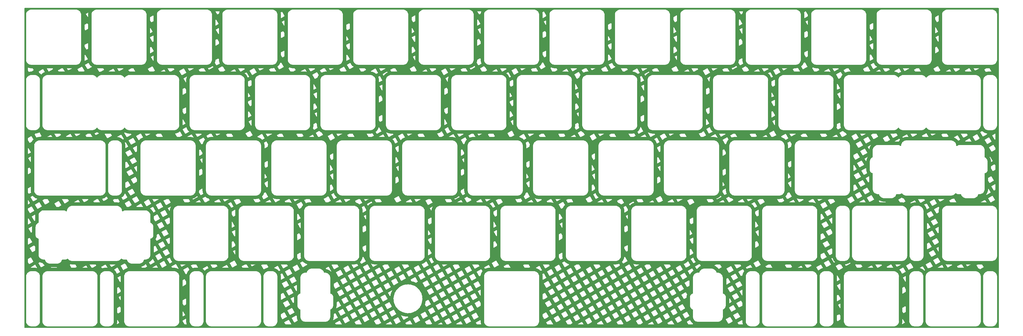
<source format=gbr>
%TF.GenerationSoftware,KiCad,Pcbnew,(6.0.2-0)*%
%TF.CreationDate,2024-03-25T07:46:48-04:00*%
%TF.ProjectId,platemount,706c6174-656d-46f7-956e-742e6b696361,rev?*%
%TF.SameCoordinates,Original*%
%TF.FileFunction,Copper,L1,Top*%
%TF.FilePolarity,Positive*%
%FSLAX46Y46*%
G04 Gerber Fmt 4.6, Leading zero omitted, Abs format (unit mm)*
G04 Created by KiCad (PCBNEW (6.0.2-0)) date 2024-03-25 07:46:48*
%MOMM*%
%LPD*%
G01*
G04 APERTURE LIST*
G04 APERTURE END LIST*
%TA.AperFunction,NonConductor*%
G36*
X337063919Y-81998802D02*
G01*
X337110412Y-82052458D01*
X337121798Y-82104800D01*
X337121798Y-175070798D01*
X337101796Y-175138919D01*
X337048140Y-175185412D01*
X336995798Y-175196798D01*
X53529800Y-175196798D01*
X53461679Y-175176796D01*
X53415186Y-175123140D01*
X53403800Y-175070798D01*
X53403800Y-173187502D01*
X53904084Y-173187502D01*
X53904427Y-173191000D01*
X53904428Y-173191023D01*
X53907782Y-173225222D01*
X53908062Y-173228521D01*
X53920598Y-173403802D01*
X53925866Y-173428018D01*
X53954886Y-173561417D01*
X53966694Y-173615699D01*
X53968267Y-173619916D01*
X54035653Y-173800584D01*
X54042476Y-173818878D01*
X54146403Y-174009205D01*
X54276358Y-174182804D01*
X54429696Y-174336142D01*
X54603295Y-174466097D01*
X54793622Y-174570024D01*
X54797825Y-174571592D01*
X54797828Y-174571593D01*
X54921746Y-174617812D01*
X54996801Y-174645806D01*
X55001202Y-174646763D01*
X55001204Y-174646764D01*
X55204297Y-174690945D01*
X55204302Y-174690946D01*
X55208698Y-174691902D01*
X55232388Y-174693596D01*
X55344089Y-174701586D01*
X55350890Y-174702258D01*
X55391384Y-174707373D01*
X55396492Y-174708018D01*
X55400001Y-174708067D01*
X55402261Y-174708099D01*
X55424998Y-174708416D01*
X55469007Y-174704101D01*
X55481301Y-174703500D01*
X56352808Y-174703500D01*
X56368600Y-174704494D01*
X56371684Y-174704884D01*
X56396496Y-174708018D01*
X56411903Y-174708233D01*
X56421480Y-174708367D01*
X56421483Y-174708367D01*
X56425002Y-174708416D01*
X56428500Y-174708073D01*
X56428523Y-174708072D01*
X56462722Y-174704718D01*
X56466021Y-174704438D01*
X56641302Y-174691902D01*
X56686197Y-174682135D01*
X56848796Y-174646764D01*
X56848798Y-174646763D01*
X56853199Y-174645806D01*
X56928254Y-174617812D01*
X57052172Y-174571593D01*
X57052175Y-174571592D01*
X57056378Y-174570024D01*
X57246705Y-174466097D01*
X57420304Y-174336142D01*
X57573642Y-174182804D01*
X57703597Y-174009205D01*
X57807524Y-173818878D01*
X57814348Y-173800584D01*
X57881733Y-173619916D01*
X57883306Y-173615699D01*
X57895113Y-173561423D01*
X57928445Y-173408203D01*
X57928446Y-173408198D01*
X57929402Y-173403802D01*
X57933995Y-173339585D01*
X57939086Y-173268411D01*
X57939758Y-173261610D01*
X57945078Y-173219491D01*
X57945518Y-173216008D01*
X57945916Y-173187502D01*
X58654084Y-173187502D01*
X58654427Y-173191000D01*
X58654428Y-173191023D01*
X58657782Y-173225222D01*
X58658062Y-173228521D01*
X58670598Y-173403802D01*
X58675866Y-173428018D01*
X58704886Y-173561417D01*
X58716694Y-173615699D01*
X58718267Y-173619916D01*
X58785653Y-173800584D01*
X58792476Y-173818878D01*
X58896403Y-174009205D01*
X59026358Y-174182804D01*
X59179696Y-174336142D01*
X59353295Y-174466097D01*
X59543622Y-174570024D01*
X59547825Y-174571592D01*
X59547828Y-174571593D01*
X59671746Y-174617812D01*
X59746801Y-174645806D01*
X59751202Y-174646763D01*
X59751204Y-174646764D01*
X59954297Y-174690945D01*
X59954302Y-174690946D01*
X59958698Y-174691902D01*
X59982388Y-174693596D01*
X60094089Y-174701586D01*
X60100890Y-174702258D01*
X60141384Y-174707373D01*
X60146492Y-174708018D01*
X60150001Y-174708067D01*
X60152261Y-174708099D01*
X60174998Y-174708416D01*
X60219007Y-174704101D01*
X60231301Y-174703500D01*
X73102808Y-174703500D01*
X73118600Y-174704494D01*
X73121684Y-174704884D01*
X73146496Y-174708018D01*
X73161903Y-174708233D01*
X73171480Y-174708367D01*
X73171483Y-174708367D01*
X73175002Y-174708416D01*
X73178500Y-174708073D01*
X73178523Y-174708072D01*
X73212722Y-174704718D01*
X73216021Y-174704438D01*
X73391302Y-174691902D01*
X73436197Y-174682135D01*
X73598796Y-174646764D01*
X73598798Y-174646763D01*
X73603199Y-174645806D01*
X73678254Y-174617812D01*
X73802172Y-174571593D01*
X73802175Y-174571592D01*
X73806378Y-174570024D01*
X73996705Y-174466097D01*
X74170304Y-174336142D01*
X74323642Y-174182804D01*
X74453597Y-174009205D01*
X74557524Y-173818878D01*
X74564348Y-173800584D01*
X74631733Y-173619916D01*
X74633306Y-173615699D01*
X74645113Y-173561423D01*
X74678445Y-173408203D01*
X74678446Y-173408198D01*
X74679402Y-173403802D01*
X74683995Y-173339585D01*
X74689086Y-173268411D01*
X74689758Y-173261610D01*
X74695078Y-173219491D01*
X74695518Y-173216008D01*
X74695916Y-173187502D01*
X75404084Y-173187502D01*
X75404427Y-173191000D01*
X75404428Y-173191023D01*
X75407782Y-173225222D01*
X75408062Y-173228521D01*
X75420598Y-173403802D01*
X75425866Y-173428018D01*
X75454886Y-173561417D01*
X75466694Y-173615699D01*
X75468267Y-173619916D01*
X75535653Y-173800584D01*
X75542476Y-173818878D01*
X75646403Y-174009205D01*
X75776358Y-174182804D01*
X75929696Y-174336142D01*
X76103295Y-174466097D01*
X76293622Y-174570024D01*
X76297825Y-174571592D01*
X76297828Y-174571593D01*
X76421746Y-174617812D01*
X76496801Y-174645806D01*
X76501202Y-174646763D01*
X76501204Y-174646764D01*
X76704297Y-174690945D01*
X76704302Y-174690946D01*
X76708698Y-174691902D01*
X76732388Y-174693596D01*
X76844089Y-174701586D01*
X76850890Y-174702258D01*
X76891384Y-174707373D01*
X76896492Y-174708018D01*
X76900001Y-174708067D01*
X76902261Y-174708099D01*
X76924998Y-174708416D01*
X76969007Y-174704101D01*
X76981301Y-174703500D01*
X77852808Y-174703500D01*
X77868600Y-174704494D01*
X77871684Y-174704884D01*
X77896496Y-174708018D01*
X77911903Y-174708233D01*
X77921480Y-174708367D01*
X77921483Y-174708367D01*
X77925002Y-174708416D01*
X77928500Y-174708073D01*
X77928523Y-174708072D01*
X77962722Y-174704718D01*
X77966021Y-174704438D01*
X78141302Y-174691902D01*
X78186197Y-174682135D01*
X78348796Y-174646764D01*
X78348798Y-174646763D01*
X78353199Y-174645806D01*
X78428254Y-174617812D01*
X78552172Y-174571593D01*
X78552175Y-174571592D01*
X78556378Y-174570024D01*
X78746705Y-174466097D01*
X78920304Y-174336142D01*
X79073642Y-174182804D01*
X79086863Y-174165143D01*
X80260611Y-174165143D01*
X81048357Y-173710337D01*
X80746498Y-173187502D01*
X82466584Y-173187502D01*
X82466927Y-173191000D01*
X82466928Y-173191023D01*
X82470282Y-173225222D01*
X82470562Y-173228521D01*
X82483098Y-173403802D01*
X82488366Y-173428018D01*
X82517386Y-173561417D01*
X82529194Y-173615699D01*
X82530767Y-173619916D01*
X82598153Y-173800584D01*
X82604976Y-173818878D01*
X82708903Y-174009205D01*
X82838858Y-174182804D01*
X82992196Y-174336142D01*
X83165795Y-174466097D01*
X83356122Y-174570024D01*
X83360325Y-174571592D01*
X83360328Y-174571593D01*
X83484246Y-174617812D01*
X83559301Y-174645806D01*
X83563702Y-174646763D01*
X83563704Y-174646764D01*
X83766797Y-174690945D01*
X83766802Y-174690946D01*
X83771198Y-174691902D01*
X83794888Y-174693596D01*
X83906589Y-174701586D01*
X83913390Y-174702258D01*
X83953884Y-174707373D01*
X83958992Y-174708018D01*
X83962501Y-174708067D01*
X83964761Y-174708099D01*
X83987498Y-174708416D01*
X84031507Y-174704101D01*
X84043801Y-174703500D01*
X96915308Y-174703500D01*
X96931100Y-174704494D01*
X96934184Y-174704884D01*
X96958996Y-174708018D01*
X96974403Y-174708233D01*
X96983980Y-174708367D01*
X96983983Y-174708367D01*
X96987502Y-174708416D01*
X96991000Y-174708073D01*
X96991023Y-174708072D01*
X97025222Y-174704718D01*
X97028521Y-174704438D01*
X97203802Y-174691902D01*
X97248697Y-174682135D01*
X97411296Y-174646764D01*
X97411298Y-174646763D01*
X97415699Y-174645806D01*
X97490754Y-174617812D01*
X97614672Y-174571593D01*
X97614675Y-174571592D01*
X97618878Y-174570024D01*
X97809205Y-174466097D01*
X97982804Y-174336142D01*
X98136142Y-174182804D01*
X98266097Y-174009205D01*
X98370024Y-173818878D01*
X98376848Y-173800584D01*
X98444233Y-173619916D01*
X98445806Y-173615699D01*
X98457613Y-173561423D01*
X98490945Y-173408203D01*
X98490946Y-173408198D01*
X98491902Y-173403802D01*
X98496495Y-173339585D01*
X98501586Y-173268411D01*
X98502258Y-173261610D01*
X98507578Y-173219491D01*
X98508018Y-173216008D01*
X98508416Y-173187502D01*
X98504101Y-173143493D01*
X98503500Y-173131199D01*
X98503500Y-173087769D01*
X99517500Y-173087769D01*
X99517577Y-173088554D01*
X99517871Y-173092058D01*
X99520840Y-173134509D01*
X99521036Y-173138024D01*
X99521625Y-173152078D01*
X99521724Y-173155595D01*
X99522318Y-173198140D01*
X99522318Y-173200175D01*
X100089635Y-174182798D01*
X100550031Y-174182798D01*
X100690686Y-174101591D01*
X100641626Y-173970057D01*
X100640128Y-173965810D01*
X100622942Y-173914168D01*
X100621598Y-173909875D01*
X100616534Y-173892626D01*
X100615345Y-173888291D01*
X100601902Y-173835618D01*
X100600869Y-173831244D01*
X100554773Y-173619347D01*
X100553895Y-173614937D01*
X100544238Y-173561417D01*
X100543519Y-173556977D01*
X100540960Y-173539181D01*
X100540399Y-173534718D01*
X100534582Y-173480619D01*
X100534181Y-173476136D01*
X100522478Y-173312503D01*
X100519925Y-173286466D01*
X100519630Y-173282959D01*
X100516660Y-173240493D01*
X100516463Y-173236977D01*
X100515874Y-173222921D01*
X100515776Y-173219405D01*
X100515331Y-173187502D01*
X101529084Y-173187502D01*
X101529427Y-173191000D01*
X101529428Y-173191023D01*
X101532782Y-173225222D01*
X101533062Y-173228521D01*
X101545598Y-173403802D01*
X101550866Y-173428018D01*
X101579886Y-173561417D01*
X101591694Y-173615699D01*
X101593267Y-173619916D01*
X101660653Y-173800584D01*
X101667476Y-173818878D01*
X101771403Y-174009205D01*
X101901358Y-174182804D01*
X102054696Y-174336142D01*
X102228295Y-174466097D01*
X102418622Y-174570024D01*
X102422825Y-174571592D01*
X102422828Y-174571593D01*
X102546746Y-174617812D01*
X102621801Y-174645806D01*
X102626202Y-174646763D01*
X102626204Y-174646764D01*
X102829297Y-174690945D01*
X102829302Y-174690946D01*
X102833698Y-174691902D01*
X102857388Y-174693596D01*
X102969089Y-174701586D01*
X102975890Y-174702258D01*
X103016384Y-174707373D01*
X103021492Y-174708018D01*
X103025001Y-174708067D01*
X103027261Y-174708099D01*
X103049998Y-174708416D01*
X103094007Y-174704101D01*
X103106301Y-174703500D01*
X103977808Y-174703500D01*
X103993600Y-174704494D01*
X103996684Y-174704884D01*
X104021496Y-174708018D01*
X104036903Y-174708233D01*
X104046480Y-174708367D01*
X104046483Y-174708367D01*
X104050002Y-174708416D01*
X104053500Y-174708073D01*
X104053523Y-174708072D01*
X104087722Y-174704718D01*
X104091021Y-174704438D01*
X104266302Y-174691902D01*
X104311197Y-174682135D01*
X104473796Y-174646764D01*
X104473798Y-174646763D01*
X104478199Y-174645806D01*
X104553254Y-174617812D01*
X104677172Y-174571593D01*
X104677175Y-174571592D01*
X104681378Y-174570024D01*
X104871705Y-174466097D01*
X105045304Y-174336142D01*
X105198642Y-174182804D01*
X105328597Y-174009205D01*
X105432524Y-173818878D01*
X105439348Y-173800584D01*
X105506733Y-173619916D01*
X105508306Y-173615699D01*
X105520113Y-173561423D01*
X105553445Y-173408203D01*
X105553446Y-173408198D01*
X105554402Y-173403802D01*
X105558995Y-173339585D01*
X105564086Y-173268411D01*
X105564758Y-173261610D01*
X105570078Y-173219491D01*
X105570518Y-173216008D01*
X105570916Y-173187502D01*
X106279084Y-173187502D01*
X106279427Y-173191000D01*
X106279428Y-173191023D01*
X106282782Y-173225222D01*
X106283062Y-173228521D01*
X106295598Y-173403802D01*
X106300866Y-173428018D01*
X106329886Y-173561417D01*
X106341694Y-173615699D01*
X106343267Y-173619916D01*
X106410653Y-173800584D01*
X106417476Y-173818878D01*
X106521403Y-174009205D01*
X106651358Y-174182804D01*
X106804696Y-174336142D01*
X106978295Y-174466097D01*
X107168622Y-174570024D01*
X107172825Y-174571592D01*
X107172828Y-174571593D01*
X107296746Y-174617812D01*
X107371801Y-174645806D01*
X107376202Y-174646763D01*
X107376204Y-174646764D01*
X107579297Y-174690945D01*
X107579302Y-174690946D01*
X107583698Y-174691902D01*
X107607388Y-174693596D01*
X107719089Y-174701586D01*
X107725890Y-174702258D01*
X107766384Y-174707373D01*
X107771492Y-174708018D01*
X107775001Y-174708067D01*
X107777261Y-174708099D01*
X107799998Y-174708416D01*
X107844007Y-174704101D01*
X107856301Y-174703500D01*
X120727808Y-174703500D01*
X120743600Y-174704494D01*
X120746684Y-174704884D01*
X120771496Y-174708018D01*
X120786903Y-174708233D01*
X120796480Y-174708367D01*
X120796483Y-174708367D01*
X120800002Y-174708416D01*
X120803500Y-174708073D01*
X120803523Y-174708072D01*
X120837722Y-174704718D01*
X120841021Y-174704438D01*
X121016302Y-174691902D01*
X121061197Y-174682135D01*
X121223796Y-174646764D01*
X121223798Y-174646763D01*
X121228199Y-174645806D01*
X121303254Y-174617812D01*
X121427172Y-174571593D01*
X121427175Y-174571592D01*
X121431378Y-174570024D01*
X121621705Y-174466097D01*
X121795304Y-174336142D01*
X121948642Y-174182804D01*
X122078597Y-174009205D01*
X122182524Y-173818878D01*
X122189348Y-173800584D01*
X122256733Y-173619916D01*
X122258306Y-173615699D01*
X122270113Y-173561423D01*
X122303445Y-173408203D01*
X122303446Y-173408198D01*
X122304402Y-173403802D01*
X122308995Y-173339585D01*
X122314086Y-173268411D01*
X122314758Y-173261610D01*
X122320078Y-173219491D01*
X122320518Y-173216008D01*
X122320916Y-173187502D01*
X123029084Y-173187502D01*
X123029427Y-173191000D01*
X123029428Y-173191023D01*
X123032782Y-173225222D01*
X123033062Y-173228521D01*
X123045598Y-173403802D01*
X123050866Y-173428018D01*
X123079886Y-173561417D01*
X123091694Y-173615699D01*
X123093267Y-173619916D01*
X123160653Y-173800584D01*
X123167476Y-173818878D01*
X123271403Y-174009205D01*
X123401358Y-174182804D01*
X123554696Y-174336142D01*
X123728295Y-174466097D01*
X123918622Y-174570024D01*
X123922825Y-174571592D01*
X123922828Y-174571593D01*
X124046746Y-174617812D01*
X124121801Y-174645806D01*
X124126202Y-174646763D01*
X124126204Y-174646764D01*
X124329297Y-174690945D01*
X124329302Y-174690946D01*
X124333698Y-174691902D01*
X124357388Y-174693596D01*
X124469089Y-174701586D01*
X124475890Y-174702258D01*
X124516384Y-174707373D01*
X124521492Y-174708018D01*
X124525001Y-174708067D01*
X124527261Y-174708099D01*
X124549998Y-174708416D01*
X124594007Y-174704101D01*
X124606301Y-174703500D01*
X125477808Y-174703500D01*
X125493600Y-174704494D01*
X125496684Y-174704884D01*
X125521496Y-174708018D01*
X125536903Y-174708233D01*
X125546480Y-174708367D01*
X125546483Y-174708367D01*
X125550002Y-174708416D01*
X125553500Y-174708073D01*
X125553523Y-174708072D01*
X125587722Y-174704718D01*
X125591021Y-174704438D01*
X125766302Y-174691902D01*
X125811197Y-174682135D01*
X125973796Y-174646764D01*
X125973798Y-174646763D01*
X125978199Y-174645806D01*
X126053254Y-174617812D01*
X126177172Y-174571593D01*
X126177175Y-174571592D01*
X126181378Y-174570024D01*
X126371705Y-174466097D01*
X126545304Y-174336142D01*
X126698642Y-174182804D01*
X126828597Y-174009205D01*
X126932524Y-173818878D01*
X126939348Y-173800584D01*
X127006733Y-173619916D01*
X127008306Y-173615699D01*
X127020113Y-173561423D01*
X127020678Y-173558827D01*
X129058779Y-173558827D01*
X129419029Y-174182798D01*
X131030030Y-174182798D01*
X131143334Y-174117382D01*
X130964678Y-173807940D01*
X143867302Y-173807940D01*
X144083726Y-174182798D01*
X145845799Y-174182798D01*
X145188857Y-173044940D01*
X143867302Y-173807940D01*
X130964678Y-173807940D01*
X130380334Y-172795827D01*
X129058779Y-173558827D01*
X127020678Y-173558827D01*
X127053445Y-173408203D01*
X127053446Y-173408198D01*
X127054402Y-173403802D01*
X127058995Y-173339585D01*
X127064086Y-173268411D01*
X127064758Y-173261610D01*
X127070078Y-173219491D01*
X127070518Y-173216008D01*
X127070916Y-173187502D01*
X127066601Y-173143493D01*
X127066000Y-173131199D01*
X127066000Y-171863532D01*
X128080000Y-171863532D01*
X128551779Y-172680678D01*
X129230485Y-172288827D01*
X131258484Y-172288827D01*
X132021484Y-173610382D01*
X133030760Y-173027676D01*
X133012611Y-172994439D01*
X133010527Y-172990455D01*
X132986192Y-172941842D01*
X132984252Y-172937787D01*
X132976783Y-172921434D01*
X132974987Y-172917308D01*
X132954157Y-172867024D01*
X132952508Y-172862836D01*
X132876726Y-172659657D01*
X132875228Y-172655410D01*
X132858042Y-172603768D01*
X132856698Y-172599475D01*
X132851634Y-172582226D01*
X132850445Y-172577891D01*
X132837002Y-172525218D01*
X132835969Y-172520844D01*
X132789873Y-172308947D01*
X132788995Y-172304537D01*
X132779338Y-172251017D01*
X132778619Y-172246577D01*
X132776060Y-172228781D01*
X132775499Y-172224318D01*
X132769682Y-172170219D01*
X132769281Y-172165736D01*
X132757578Y-172002103D01*
X132755025Y-171976066D01*
X132754730Y-171972559D01*
X132751760Y-171930093D01*
X132751563Y-171926577D01*
X132750974Y-171912521D01*
X132750876Y-171909005D01*
X132750282Y-171866464D01*
X132750282Y-171862946D01*
X132750680Y-171834440D01*
X132750779Y-171830918D01*
X132751145Y-171822191D01*
X132580039Y-171525827D01*
X131258484Y-172288827D01*
X129230485Y-172288827D01*
X129873334Y-171917678D01*
X129110334Y-170596122D01*
X128080000Y-171190986D01*
X128080000Y-171863532D01*
X127066000Y-171863532D01*
X127066000Y-170089122D01*
X129988484Y-170089122D01*
X130751484Y-171410678D01*
X132073039Y-170647678D01*
X131310039Y-169326122D01*
X129988484Y-170089122D01*
X127066000Y-170089122D01*
X127066000Y-167889418D01*
X128718484Y-167889418D01*
X129481484Y-169210973D01*
X130758821Y-168473502D01*
X132900584Y-168473502D01*
X132900927Y-168477000D01*
X132900928Y-168477023D01*
X132904282Y-168511222D01*
X132904562Y-168514521D01*
X132917098Y-168689802D01*
X132918055Y-168694201D01*
X132956345Y-168870213D01*
X132963194Y-168901699D01*
X132985460Y-168961395D01*
X133035426Y-169095359D01*
X133038976Y-169104878D01*
X133041129Y-169108821D01*
X133041130Y-169108823D01*
X133091009Y-169200168D01*
X133142903Y-169295205D01*
X133241461Y-169426863D01*
X133266333Y-169460087D01*
X133272858Y-169468804D01*
X133426196Y-169622142D01*
X133599795Y-169752097D01*
X133603750Y-169754256D01*
X133603749Y-169754256D01*
X133703486Y-169808717D01*
X133753688Y-169858919D01*
X133769100Y-169919304D01*
X133769100Y-171804908D01*
X133768106Y-171820700D01*
X133767918Y-171822191D01*
X133764582Y-171848596D01*
X133764533Y-171852121D01*
X133764333Y-171866464D01*
X133764184Y-171877102D01*
X133764527Y-171880600D01*
X133764528Y-171880623D01*
X133767882Y-171914822D01*
X133768162Y-171918121D01*
X133780698Y-172093402D01*
X133781655Y-172097801D01*
X133814986Y-172251017D01*
X133826794Y-172305299D01*
X133828367Y-172309516D01*
X133876313Y-172438063D01*
X133902576Y-172508478D01*
X133904729Y-172512421D01*
X133904730Y-172512423D01*
X133933474Y-172565064D01*
X134006503Y-172698805D01*
X134136458Y-172872404D01*
X134289796Y-173025742D01*
X134463395Y-173155697D01*
X134475892Y-173162521D01*
X134567420Y-173212499D01*
X134653722Y-173259624D01*
X134657925Y-173261192D01*
X134657928Y-173261193D01*
X134716285Y-173282959D01*
X134856901Y-173335406D01*
X134861302Y-173336363D01*
X134861304Y-173336364D01*
X135064397Y-173380545D01*
X135064402Y-173380546D01*
X135068798Y-173381502D01*
X135092488Y-173383196D01*
X135204189Y-173391186D01*
X135210990Y-173391858D01*
X135251484Y-173396973D01*
X135256592Y-173397618D01*
X135260101Y-173397667D01*
X135262361Y-173397699D01*
X135285098Y-173398016D01*
X135329107Y-173393701D01*
X135341401Y-173393100D01*
X140867708Y-173393100D01*
X140883500Y-173394094D01*
X140886584Y-173394484D01*
X140911396Y-173397618D01*
X140926803Y-173397833D01*
X140936380Y-173397967D01*
X140936383Y-173397967D01*
X140939902Y-173398016D01*
X140943400Y-173397673D01*
X140943423Y-173397672D01*
X140977622Y-173394318D01*
X140980921Y-173394038D01*
X141156202Y-173381502D01*
X141251348Y-173360804D01*
X141363696Y-173336364D01*
X141363698Y-173336363D01*
X141368099Y-173335406D01*
X141508715Y-173282959D01*
X141567072Y-173261193D01*
X141567075Y-173261192D01*
X141571278Y-173259624D01*
X141657581Y-173212499D01*
X141749108Y-173162521D01*
X141761605Y-173155697D01*
X141935204Y-173025742D01*
X142088542Y-172872404D01*
X142134424Y-172811113D01*
X143291784Y-172811113D01*
X143360302Y-172929791D01*
X144039008Y-172537940D01*
X146067006Y-172537940D01*
X146830006Y-173859496D01*
X147508712Y-173467645D01*
X149536711Y-173467645D01*
X149949605Y-174182798D01*
X151350030Y-174182798D01*
X151621266Y-174026200D01*
X150858266Y-172704645D01*
X149536711Y-173467645D01*
X147508712Y-173467645D01*
X148151562Y-173096496D01*
X147388562Y-171774940D01*
X146067006Y-172537940D01*
X144039008Y-172537940D01*
X144681857Y-172166791D01*
X143918857Y-170845236D01*
X143469900Y-171104441D01*
X143469900Y-171777369D01*
X143469977Y-171778154D01*
X143470271Y-171781658D01*
X143473240Y-171824109D01*
X143473436Y-171827624D01*
X143474025Y-171841678D01*
X143474124Y-171845195D01*
X143474718Y-171887740D01*
X143474718Y-171891258D01*
X143474320Y-171919764D01*
X143474222Y-171923280D01*
X143472441Y-171965785D01*
X143472244Y-171969297D01*
X143471263Y-171983329D01*
X143470969Y-171986836D01*
X143466817Y-172029185D01*
X143466425Y-172032680D01*
X143463683Y-172054388D01*
X143455718Y-172165745D01*
X143455317Y-172170226D01*
X143449500Y-172224325D01*
X143448939Y-172228789D01*
X143446380Y-172246584D01*
X143445661Y-172251023D01*
X143436005Y-172304537D01*
X143435127Y-172308947D01*
X143389031Y-172520844D01*
X143387998Y-172525218D01*
X143374555Y-172577891D01*
X143373366Y-172582226D01*
X143368302Y-172599475D01*
X143366958Y-172603768D01*
X143349772Y-172655410D01*
X143348274Y-172659657D01*
X143291784Y-172811113D01*
X142134424Y-172811113D01*
X142218497Y-172698805D01*
X142291526Y-172565064D01*
X142320270Y-172512423D01*
X142320271Y-172512421D01*
X142322424Y-172508478D01*
X142348688Y-172438063D01*
X142396633Y-172309516D01*
X142398206Y-172305299D01*
X142410013Y-172251023D01*
X142443345Y-172097803D01*
X142443346Y-172097798D01*
X142444302Y-172093402D01*
X142450832Y-172002103D01*
X142453986Y-171958011D01*
X142454658Y-171951210D01*
X142459978Y-171909091D01*
X142460418Y-171905608D01*
X142460816Y-171877102D01*
X142456501Y-171833093D01*
X142455900Y-171820799D01*
X142455900Y-170338236D01*
X144797006Y-170338236D01*
X145560006Y-171659791D01*
X146238712Y-171267940D01*
X148266711Y-171267940D01*
X149029711Y-172589496D01*
X149708417Y-172197645D01*
X151736415Y-172197645D01*
X152499415Y-173519200D01*
X153178120Y-173127350D01*
X155206120Y-173127350D01*
X155815483Y-174182798D01*
X156430031Y-174182798D01*
X156647826Y-174057054D01*
X158675824Y-174057054D01*
X158748422Y-174182798D01*
X160510497Y-174182798D01*
X159997380Y-173294054D01*
X158675824Y-174057054D01*
X156647826Y-174057054D01*
X157290675Y-173685905D01*
X156527675Y-172364350D01*
X155206120Y-173127350D01*
X153178120Y-173127350D01*
X153820971Y-172756200D01*
X153057971Y-171434645D01*
X151736415Y-172197645D01*
X149708417Y-172197645D01*
X150351266Y-171826496D01*
X149588266Y-170504940D01*
X148266711Y-171267940D01*
X146238712Y-171267940D01*
X146881562Y-170896791D01*
X146118562Y-169575236D01*
X144797006Y-170338236D01*
X142455900Y-170338236D01*
X142455900Y-169919304D01*
X142475902Y-169851183D01*
X142521514Y-169808717D01*
X142621251Y-169754256D01*
X142621250Y-169754256D01*
X142625205Y-169752097D01*
X142798804Y-169622142D01*
X142952142Y-169468804D01*
X142958668Y-169460087D01*
X142983539Y-169426863D01*
X143080159Y-169297794D01*
X144196306Y-169297794D01*
X144290006Y-169460087D01*
X144968712Y-169068236D01*
X146996711Y-169068236D01*
X147759711Y-170389791D01*
X148438417Y-169997940D01*
X150466415Y-169997940D01*
X151229415Y-171319496D01*
X151908121Y-170927645D01*
X153936120Y-170927645D01*
X154699120Y-172249200D01*
X155377824Y-171857350D01*
X157405824Y-171857350D01*
X158168824Y-173178905D01*
X158847530Y-172787054D01*
X160875529Y-172787054D01*
X161638529Y-174108609D01*
X162317233Y-173716759D01*
X164345234Y-173716759D01*
X164614302Y-174182798D01*
X166376375Y-174182798D01*
X165666789Y-172953759D01*
X164345234Y-173716759D01*
X162317233Y-173716759D01*
X162960084Y-173345609D01*
X162197084Y-172024054D01*
X160875529Y-172787054D01*
X158847530Y-172787054D01*
X159490380Y-172415905D01*
X158727380Y-171094350D01*
X157405824Y-171857350D01*
X155377824Y-171857350D01*
X156020675Y-171486200D01*
X155257675Y-170164645D01*
X153936120Y-170927645D01*
X151908121Y-170927645D01*
X152550971Y-170556496D01*
X151787971Y-169234940D01*
X150466415Y-169997940D01*
X148438417Y-169997940D01*
X149081266Y-169626791D01*
X148318266Y-168305236D01*
X146996711Y-169068236D01*
X144968712Y-169068236D01*
X145611562Y-168697087D01*
X144848562Y-167375531D01*
X144333500Y-167672902D01*
X144333500Y-168373769D01*
X144333577Y-168374554D01*
X144333871Y-168378058D01*
X144336840Y-168420509D01*
X144337036Y-168424024D01*
X144337625Y-168438078D01*
X144337724Y-168441595D01*
X144338318Y-168484140D01*
X144338318Y-168487658D01*
X144337920Y-168516164D01*
X144337822Y-168519680D01*
X144336041Y-168562185D01*
X144335844Y-168565697D01*
X144334863Y-168579729D01*
X144334569Y-168583236D01*
X144330417Y-168625585D01*
X144330025Y-168629080D01*
X144327283Y-168650788D01*
X144319318Y-168762145D01*
X144318917Y-168766626D01*
X144313100Y-168820725D01*
X144312539Y-168825189D01*
X144309980Y-168842984D01*
X144309261Y-168847423D01*
X144299605Y-168900937D01*
X144298727Y-168905347D01*
X144252631Y-169117244D01*
X144251598Y-169121618D01*
X144238155Y-169174291D01*
X144236966Y-169178626D01*
X144231902Y-169195875D01*
X144230558Y-169200168D01*
X144213372Y-169251810D01*
X144211874Y-169256056D01*
X144196306Y-169297794D01*
X143080159Y-169297794D01*
X143082097Y-169295205D01*
X143133991Y-169200168D01*
X143183870Y-169108823D01*
X143183871Y-169108821D01*
X143186024Y-169104878D01*
X143189575Y-169095359D01*
X143239540Y-168961395D01*
X143261806Y-168901699D01*
X143266988Y-168877879D01*
X143306945Y-168694203D01*
X143306946Y-168694198D01*
X143307902Y-168689802D01*
X143312495Y-168625585D01*
X143317586Y-168554411D01*
X143318258Y-168547610D01*
X143323578Y-168505491D01*
X143324018Y-168502008D01*
X143324416Y-168473502D01*
X143320101Y-168429493D01*
X143319500Y-168417199D01*
X143319500Y-166868531D01*
X145726711Y-166868531D01*
X146489711Y-168190087D01*
X147168417Y-167798236D01*
X149196415Y-167798236D01*
X149959415Y-169119791D01*
X150638121Y-168727940D01*
X152666120Y-168727940D01*
X153429120Y-170049496D01*
X154107826Y-169657645D01*
X156135824Y-169657645D01*
X156898824Y-170979200D01*
X157577529Y-170587350D01*
X159605529Y-170587350D01*
X160368529Y-171908905D01*
X161047235Y-171517054D01*
X163075234Y-171517054D01*
X163838234Y-172838609D01*
X164516938Y-172446759D01*
X166544938Y-172446759D01*
X167307938Y-173768314D01*
X167986644Y-173376463D01*
X170014643Y-173376463D01*
X170480181Y-174182798D01*
X171670031Y-174182798D01*
X173698030Y-174182798D01*
X175175193Y-174182798D01*
X174805902Y-173543168D01*
X173698030Y-174182798D01*
X171670031Y-174182798D01*
X172099198Y-173935018D01*
X171336198Y-172613463D01*
X170014643Y-173376463D01*
X167986644Y-173376463D01*
X168629493Y-173005314D01*
X167866493Y-171683759D01*
X166544938Y-172446759D01*
X164516938Y-172446759D01*
X165159789Y-172075609D01*
X165055979Y-171895805D01*
X165040437Y-171896239D01*
X165037359Y-171896287D01*
X165000111Y-171896417D01*
X164997030Y-171896390D01*
X164984723Y-171896132D01*
X164981647Y-171896030D01*
X164944463Y-171894341D01*
X164941391Y-171894164D01*
X164532438Y-171865567D01*
X164529371Y-171865315D01*
X164492340Y-171861815D01*
X164489283Y-171861488D01*
X164477059Y-171860031D01*
X164474004Y-171859629D01*
X164437113Y-171854314D01*
X164434068Y-171853838D01*
X164029856Y-171785471D01*
X164026825Y-171784920D01*
X163990240Y-171777808D01*
X163987222Y-171777182D01*
X163975199Y-171774538D01*
X163972202Y-171773841D01*
X163936074Y-171764966D01*
X163933097Y-171764196D01*
X163537486Y-171656710D01*
X163534524Y-171655866D01*
X163498834Y-171645226D01*
X163495894Y-171644311D01*
X163484187Y-171640507D01*
X163481272Y-171639520D01*
X163446160Y-171627155D01*
X163443270Y-171626097D01*
X163107370Y-171498500D01*
X163075234Y-171517054D01*
X161047235Y-171517054D01*
X161636643Y-171176759D01*
X168744643Y-171176759D01*
X169507643Y-172498314D01*
X170186349Y-172106463D01*
X172214347Y-172106463D01*
X172977347Y-173428018D01*
X173656051Y-173036168D01*
X175684052Y-173036168D01*
X176346059Y-174182798D01*
X176750031Y-174182798D01*
X177125758Y-173965872D01*
X179153756Y-173965872D01*
X179278998Y-174182798D01*
X181041072Y-174182798D01*
X180475311Y-173202872D01*
X179153756Y-173965872D01*
X177125758Y-173965872D01*
X177768607Y-173594723D01*
X177005607Y-172273168D01*
X175684052Y-173036168D01*
X173656051Y-173036168D01*
X174298902Y-172665018D01*
X173535902Y-171343463D01*
X172214347Y-172106463D01*
X170186349Y-172106463D01*
X170829198Y-171735314D01*
X170066198Y-170413759D01*
X168744643Y-171176759D01*
X161636643Y-171176759D01*
X161690084Y-171145905D01*
X160927084Y-169824350D01*
X159605529Y-170587350D01*
X157577529Y-170587350D01*
X158220380Y-170216200D01*
X157457380Y-168894645D01*
X156135824Y-169657645D01*
X154107826Y-169657645D01*
X154750675Y-169286496D01*
X153987675Y-167964940D01*
X152666120Y-168727940D01*
X150638121Y-168727940D01*
X151280971Y-168356791D01*
X150517971Y-167035236D01*
X149196415Y-167798236D01*
X147168417Y-167798236D01*
X147811266Y-167427087D01*
X147048266Y-166105531D01*
X145726711Y-166868531D01*
X143319500Y-166868531D01*
X143319500Y-166239768D01*
X143320190Y-166226597D01*
X143323747Y-166192755D01*
X143323747Y-166192754D01*
X143324391Y-166186627D01*
X143319787Y-166136032D01*
X143319500Y-166131938D01*
X143319500Y-166129362D01*
X143319200Y-166126303D01*
X143319199Y-166126282D01*
X143315085Y-166084332D01*
X143315001Y-166083454D01*
X143314007Y-166072524D01*
X143306333Y-165988199D01*
X143305322Y-165984765D01*
X143304973Y-165981203D01*
X143300758Y-165967240D01*
X143296788Y-165954091D01*
X143277304Y-165889556D01*
X143277094Y-165888852D01*
X143251818Y-165802971D01*
X143251816Y-165802965D01*
X143250077Y-165797058D01*
X143248419Y-165793886D01*
X143247384Y-165790459D01*
X143202501Y-165706046D01*
X143202144Y-165705368D01*
X143160628Y-165625956D01*
X143160622Y-165625946D01*
X143157766Y-165620484D01*
X143155524Y-165617696D01*
X143153843Y-165614534D01*
X143149945Y-165609754D01*
X143093409Y-165540433D01*
X143092856Y-165539751D01*
X143036775Y-165470001D01*
X143036773Y-165469999D01*
X143032917Y-165465203D01*
X143030174Y-165462901D01*
X143027912Y-165460128D01*
X143019631Y-165453277D01*
X142954280Y-165399213D01*
X142953605Y-165398651D01*
X142885005Y-165341089D01*
X142885002Y-165341087D01*
X142880284Y-165337128D01*
X142877146Y-165335403D01*
X142874389Y-165333122D01*
X142831239Y-165309791D01*
X142790265Y-165287636D01*
X142789492Y-165287215D01*
X142711081Y-165244108D01*
X142711080Y-165244108D01*
X142705682Y-165241140D01*
X142702270Y-165240058D01*
X142699121Y-165238355D01*
X142607785Y-165210082D01*
X142606968Y-165209826D01*
X142543801Y-165189788D01*
X142484917Y-165150124D01*
X142456825Y-165084922D01*
X142455900Y-165069686D01*
X142455900Y-164668827D01*
X144456711Y-164668827D01*
X145219711Y-165990382D01*
X145898417Y-165598531D01*
X147926415Y-165598531D01*
X148689415Y-166920087D01*
X149368121Y-166528236D01*
X151396120Y-166528236D01*
X152159120Y-167849791D01*
X152837826Y-167457940D01*
X154865824Y-167457940D01*
X155628824Y-168779496D01*
X156307530Y-168387645D01*
X158335529Y-168387645D01*
X159098529Y-169709200D01*
X160411346Y-168951245D01*
X160368631Y-168857080D01*
X159657084Y-167624645D01*
X158335529Y-168387645D01*
X156307530Y-168387645D01*
X156950380Y-168016496D01*
X156187380Y-166694940D01*
X154865824Y-167457940D01*
X152837826Y-167457940D01*
X153480675Y-167086791D01*
X152717675Y-165765236D01*
X151396120Y-166528236D01*
X149368121Y-166528236D01*
X150010971Y-166157087D01*
X149247971Y-164835531D01*
X147926415Y-165598531D01*
X145898417Y-165598531D01*
X146541266Y-165227382D01*
X145778266Y-163905827D01*
X144456711Y-164668827D01*
X142455900Y-164668827D01*
X142455900Y-162959620D01*
X143469900Y-162959620D01*
X143949711Y-163790678D01*
X144628417Y-163398827D01*
X146656415Y-163398827D01*
X147419415Y-164720382D01*
X148098121Y-164328531D01*
X150126120Y-164328531D01*
X150889120Y-165650087D01*
X151567826Y-165258236D01*
X153595824Y-165258236D01*
X154358824Y-166579791D01*
X155037530Y-166187940D01*
X157065529Y-166187940D01*
X157828529Y-167509496D01*
X159150084Y-166746496D01*
X159082198Y-166628914D01*
X160904355Y-166628914D01*
X160904463Y-166632004D01*
X160905611Y-166664891D01*
X160918544Y-167035236D01*
X160918662Y-167038617D01*
X160919068Y-167041661D01*
X160919069Y-167041671D01*
X160941576Y-167210349D01*
X160972881Y-167444968D01*
X160973581Y-167447952D01*
X160973582Y-167447958D01*
X161026342Y-167672902D01*
X161066494Y-167844089D01*
X161067483Y-167846995D01*
X161067485Y-167847001D01*
X161111023Y-167974893D01*
X161198608Y-168232171D01*
X161367961Y-168605508D01*
X161572937Y-168960537D01*
X161574726Y-168963035D01*
X161574728Y-168963039D01*
X161806301Y-169286496D01*
X161811580Y-169293870D01*
X161813607Y-169296185D01*
X161813609Y-169296188D01*
X161935702Y-169435654D01*
X162081611Y-169602324D01*
X162380454Y-169882956D01*
X162705255Y-170133086D01*
X162707858Y-170134713D01*
X162707863Y-170134716D01*
X162755760Y-170164645D01*
X163052915Y-170350328D01*
X163420114Y-170532607D01*
X163803348Y-170678184D01*
X164198959Y-170785670D01*
X164499267Y-170836463D01*
X164600149Y-170853526D01*
X164600152Y-170853526D01*
X164603171Y-170854037D01*
X164764619Y-170865327D01*
X165009058Y-170882420D01*
X165009066Y-170882420D01*
X165012124Y-170882634D01*
X165277015Y-170875235D01*
X165418843Y-170871273D01*
X165418846Y-170871273D01*
X165421917Y-170871187D01*
X165424970Y-170870801D01*
X165424974Y-170870801D01*
X165696789Y-170836463D01*
X165828637Y-170819807D01*
X165831641Y-170819125D01*
X165831644Y-170819124D01*
X166225406Y-170729663D01*
X166225412Y-170729661D01*
X166228402Y-170728982D01*
X166381107Y-170678184D01*
X166614472Y-170600554D01*
X166614478Y-170600552D01*
X166617396Y-170599581D01*
X166625165Y-170596122D01*
X166989107Y-170434085D01*
X166989113Y-170434082D01*
X166991907Y-170432838D01*
X166994576Y-170431322D01*
X167345685Y-170231865D01*
X167345693Y-170231860D01*
X167348358Y-170230346D01*
X167359308Y-170222622D01*
X167570754Y-170073463D01*
X167683349Y-169994036D01*
X167724734Y-169958314D01*
X167784461Y-169906759D01*
X170944347Y-169906759D01*
X171707347Y-171228314D01*
X172386053Y-170836463D01*
X174414052Y-170836463D01*
X175177052Y-172158018D01*
X175855756Y-171766168D01*
X177883756Y-171766168D01*
X178646756Y-173087723D01*
X179325462Y-172695872D01*
X181353461Y-172695872D01*
X182116461Y-174017427D01*
X182795165Y-173625577D01*
X184823165Y-173625577D01*
X185144877Y-174182798D01*
X186433783Y-174182798D01*
X186431557Y-174177424D01*
X186429908Y-174173236D01*
X186354126Y-173970057D01*
X186352628Y-173965810D01*
X186335442Y-173914168D01*
X186334098Y-173909875D01*
X186329034Y-173892626D01*
X186327845Y-173888291D01*
X186314402Y-173835618D01*
X186313369Y-173831244D01*
X186267273Y-173619347D01*
X186266395Y-173614937D01*
X186256738Y-173561417D01*
X186256019Y-173556977D01*
X186253460Y-173539181D01*
X186252899Y-173534718D01*
X186247082Y-173480619D01*
X186246681Y-173476136D01*
X186234978Y-173312503D01*
X186232425Y-173286466D01*
X186232130Y-173282959D01*
X186229160Y-173240493D01*
X186228963Y-173236977D01*
X186228374Y-173222921D01*
X186228276Y-173219405D01*
X186227831Y-173187502D01*
X187241584Y-173187502D01*
X187241927Y-173191000D01*
X187241928Y-173191023D01*
X187245282Y-173225222D01*
X187245562Y-173228521D01*
X187258098Y-173403802D01*
X187263366Y-173428018D01*
X187292386Y-173561417D01*
X187304194Y-173615699D01*
X187305767Y-173619916D01*
X187373153Y-173800584D01*
X187379976Y-173818878D01*
X187483903Y-174009205D01*
X187613858Y-174182804D01*
X187767196Y-174336142D01*
X187940795Y-174466097D01*
X188131122Y-174570024D01*
X188135325Y-174571592D01*
X188135328Y-174571593D01*
X188259246Y-174617812D01*
X188334301Y-174645806D01*
X188338702Y-174646763D01*
X188338704Y-174646764D01*
X188541797Y-174690945D01*
X188541802Y-174690946D01*
X188546198Y-174691902D01*
X188569888Y-174693596D01*
X188681589Y-174701586D01*
X188688390Y-174702258D01*
X188728884Y-174707373D01*
X188733992Y-174708018D01*
X188737501Y-174708067D01*
X188739761Y-174708099D01*
X188762498Y-174708416D01*
X188806507Y-174704101D01*
X188818801Y-174703500D01*
X201690308Y-174703500D01*
X201706100Y-174704494D01*
X201709184Y-174704884D01*
X201733996Y-174708018D01*
X201749403Y-174708233D01*
X201758980Y-174708367D01*
X201758983Y-174708367D01*
X201762502Y-174708416D01*
X201766000Y-174708073D01*
X201766023Y-174708072D01*
X201800222Y-174704718D01*
X201803521Y-174704438D01*
X201978802Y-174691902D01*
X202023697Y-174682135D01*
X202186296Y-174646764D01*
X202186298Y-174646763D01*
X202190699Y-174645806D01*
X202265754Y-174617812D01*
X202389672Y-174571593D01*
X202389675Y-174571592D01*
X202393878Y-174570024D01*
X202584205Y-174466097D01*
X202757804Y-174336142D01*
X202911142Y-174182804D01*
X203041097Y-174009205D01*
X203145024Y-173818878D01*
X203151848Y-173800584D01*
X203219233Y-173619916D01*
X203220806Y-173615699D01*
X203232613Y-173561423D01*
X203238493Y-173534395D01*
X205301097Y-173534395D01*
X205675453Y-174182798D01*
X207230031Y-174182798D01*
X207385652Y-174092950D01*
X206622652Y-172771395D01*
X205301097Y-173534395D01*
X203238493Y-173534395D01*
X203265945Y-173408203D01*
X203265946Y-173408198D01*
X203266902Y-173403802D01*
X203271495Y-173339585D01*
X203276586Y-173268411D01*
X203277258Y-173261610D01*
X203282578Y-173219491D01*
X203283018Y-173216008D01*
X203283416Y-173187502D01*
X203280621Y-173158996D01*
X203279108Y-173143559D01*
X203278507Y-173131250D01*
X203278667Y-171787742D01*
X204292666Y-171787742D01*
X204794097Y-172656245D01*
X205472801Y-172264395D01*
X207500801Y-172264395D01*
X208263801Y-173585950D01*
X208942507Y-173194099D01*
X210970506Y-173194099D01*
X211541332Y-174182798D01*
X212310030Y-174182798D01*
X212412211Y-174123804D01*
X214440210Y-174123804D01*
X214474270Y-174182798D01*
X216236345Y-174182798D01*
X215761766Y-173360804D01*
X214440210Y-174123804D01*
X212412211Y-174123804D01*
X213055061Y-173752654D01*
X212292061Y-172431099D01*
X210970506Y-173194099D01*
X208942507Y-173194099D01*
X209585357Y-172822950D01*
X208822357Y-171501395D01*
X207500801Y-172264395D01*
X205472801Y-172264395D01*
X206115652Y-171893245D01*
X205352652Y-170571690D01*
X204292738Y-171183631D01*
X204292666Y-171787742D01*
X203278667Y-171787742D01*
X203278872Y-170064690D01*
X206230801Y-170064690D01*
X206993801Y-171386245D01*
X207672506Y-170994395D01*
X209700506Y-170994395D01*
X210463506Y-172315950D01*
X211142212Y-171924099D01*
X213170210Y-171924099D01*
X213933210Y-173245654D01*
X214611915Y-172853804D01*
X216639915Y-172853804D01*
X217402915Y-174175359D01*
X218081621Y-173783508D01*
X220109619Y-173783508D01*
X220340149Y-174182798D01*
X222102223Y-174182798D01*
X221431175Y-173020508D01*
X220109619Y-173783508D01*
X218081621Y-173783508D01*
X218724470Y-173412359D01*
X217961470Y-172090804D01*
X216639915Y-172853804D01*
X214611915Y-172853804D01*
X215254766Y-172482654D01*
X214491766Y-171161099D01*
X213170210Y-171924099D01*
X211142212Y-171924099D01*
X211785061Y-171552950D01*
X211022061Y-170231395D01*
X209700506Y-170994395D01*
X207672506Y-170994395D01*
X208315357Y-170623245D01*
X207552357Y-169301690D01*
X206230801Y-170064690D01*
X203278872Y-170064690D01*
X203278993Y-169044786D01*
X203278996Y-169044698D01*
X203279003Y-169044633D01*
X203279000Y-168989140D01*
X203279006Y-168937483D01*
X203278999Y-168937414D01*
X203278997Y-168937318D01*
X203278980Y-168636759D01*
X203278936Y-167864986D01*
X204960801Y-167864986D01*
X205723801Y-169186541D01*
X206402507Y-168794690D01*
X208430506Y-168794690D01*
X209193506Y-170116245D01*
X209872210Y-169724395D01*
X211900210Y-169724395D01*
X212663210Y-171045950D01*
X213341916Y-170654099D01*
X215369915Y-170654099D01*
X216132915Y-171975654D01*
X216811619Y-171583804D01*
X218839619Y-171583804D01*
X219602619Y-172905359D01*
X220281325Y-172513508D01*
X222309324Y-172513508D01*
X223072324Y-173835064D01*
X223751030Y-173443213D01*
X225779029Y-173443213D01*
X226206029Y-174182798D01*
X227550031Y-174182798D01*
X227863584Y-174001768D01*
X227100584Y-172680213D01*
X225779029Y-173443213D01*
X223751030Y-173443213D01*
X224393879Y-173072064D01*
X223630879Y-171750508D01*
X222309324Y-172513508D01*
X220281325Y-172513508D01*
X220924175Y-172142359D01*
X220161175Y-170820804D01*
X218839619Y-171583804D01*
X216811619Y-171583804D01*
X217454470Y-171212654D01*
X216691470Y-169891099D01*
X215369915Y-170654099D01*
X213341916Y-170654099D01*
X213984766Y-170282950D01*
X213221766Y-168961395D01*
X211900210Y-169724395D01*
X209872210Y-169724395D01*
X210515061Y-169353245D01*
X209752061Y-168031690D01*
X208430506Y-168794690D01*
X206402507Y-168794690D01*
X207045357Y-168423541D01*
X206282357Y-167101986D01*
X204960801Y-167864986D01*
X203278936Y-167864986D01*
X203278791Y-165317723D01*
X204292791Y-165317723D01*
X204292870Y-166708095D01*
X204453801Y-166986836D01*
X205132506Y-166594986D01*
X207160506Y-166594986D01*
X207923506Y-167916541D01*
X208602212Y-167524690D01*
X210630210Y-167524690D01*
X211393210Y-168846245D01*
X212071915Y-168454395D01*
X214099915Y-168454395D01*
X214862915Y-169775950D01*
X215541621Y-169384099D01*
X217569619Y-169384099D01*
X218332619Y-170705654D01*
X219011324Y-170313804D01*
X221039324Y-170313804D01*
X221802324Y-171635359D01*
X222481030Y-171243508D01*
X224509029Y-171243508D01*
X225272029Y-172565064D01*
X225950735Y-172173213D01*
X227978733Y-172173213D01*
X228741733Y-173494768D01*
X229420439Y-173102917D01*
X231448438Y-173102917D01*
X232071907Y-174182798D01*
X232630032Y-174182798D01*
X232890144Y-174032622D01*
X234918142Y-174032622D01*
X235004846Y-174182798D01*
X236766920Y-174182798D01*
X236239697Y-173269622D01*
X234918142Y-174032622D01*
X232890144Y-174032622D01*
X233532993Y-173661473D01*
X232769993Y-172339917D01*
X231448438Y-173102917D01*
X229420439Y-173102917D01*
X230063288Y-172731768D01*
X229300288Y-171410213D01*
X227978733Y-172173213D01*
X225950735Y-172173213D01*
X226593584Y-171802064D01*
X225830584Y-170480508D01*
X224509029Y-171243508D01*
X222481030Y-171243508D01*
X223123879Y-170872359D01*
X222360879Y-169550804D01*
X221039324Y-170313804D01*
X219011324Y-170313804D01*
X219654175Y-169942654D01*
X218891175Y-168621099D01*
X217569619Y-169384099D01*
X215541621Y-169384099D01*
X216184470Y-169012950D01*
X215421470Y-167691395D01*
X214099915Y-168454395D01*
X212071915Y-168454395D01*
X212714766Y-168083245D01*
X211951766Y-166761690D01*
X210630210Y-167524690D01*
X208602212Y-167524690D01*
X209245061Y-167153541D01*
X208482061Y-165831986D01*
X207160506Y-166594986D01*
X205132506Y-166594986D01*
X205775357Y-166223836D01*
X205012357Y-164902281D01*
X204292791Y-165317723D01*
X203278791Y-165317723D01*
X203278739Y-164395281D01*
X205890506Y-164395281D01*
X206653506Y-165716836D01*
X207332210Y-165324986D01*
X209360210Y-165324986D01*
X210123210Y-166646541D01*
X210801916Y-166254690D01*
X212829915Y-166254690D01*
X213592915Y-167576245D01*
X214271619Y-167184395D01*
X216299619Y-167184395D01*
X217062619Y-168505950D01*
X217741325Y-168114099D01*
X219769324Y-168114099D01*
X220532324Y-169435654D01*
X221211028Y-169043804D01*
X223239029Y-169043804D01*
X224002029Y-170365359D01*
X224680735Y-169973508D01*
X226708733Y-169973508D01*
X227471733Y-171295064D01*
X228150439Y-170903213D01*
X230178438Y-170903213D01*
X230941438Y-172224768D01*
X231620144Y-171832917D01*
X233648142Y-171832917D01*
X234411142Y-173154473D01*
X235089848Y-172762622D01*
X237117847Y-172762622D01*
X237880847Y-174084177D01*
X238559553Y-173692326D01*
X240587551Y-173692326D01*
X240870725Y-174182798D01*
X242632798Y-174182798D01*
X241909106Y-172929326D01*
X240587551Y-173692326D01*
X238559553Y-173692326D01*
X239202402Y-173321177D01*
X238439402Y-171999622D01*
X237117847Y-172762622D01*
X235089848Y-172762622D01*
X235732697Y-172391473D01*
X234969697Y-171069917D01*
X233648142Y-171832917D01*
X231620144Y-171832917D01*
X232262993Y-171461768D01*
X231499993Y-170140213D01*
X230178438Y-170903213D01*
X228150439Y-170903213D01*
X228793288Y-170532064D01*
X228030288Y-169210508D01*
X226708733Y-169973508D01*
X224680735Y-169973508D01*
X225323584Y-169602359D01*
X224560584Y-168280804D01*
X223239029Y-169043804D01*
X221211028Y-169043804D01*
X221853879Y-168672654D01*
X221090879Y-167351099D01*
X219769324Y-168114099D01*
X217741325Y-168114099D01*
X218384175Y-167742950D01*
X217621175Y-166421395D01*
X216299619Y-167184395D01*
X214271619Y-167184395D01*
X214914470Y-166813245D01*
X214151470Y-165491690D01*
X212829915Y-166254690D01*
X210801916Y-166254690D01*
X211444766Y-165883541D01*
X210681766Y-164561986D01*
X209360210Y-165324986D01*
X207332210Y-165324986D01*
X207975061Y-164953836D01*
X207212061Y-163632281D01*
X205890506Y-164395281D01*
X203278739Y-164395281D01*
X203278614Y-162195577D01*
X204620506Y-162195577D01*
X205383506Y-163517132D01*
X206062212Y-163125281D01*
X208090210Y-163125281D01*
X208853210Y-164446836D01*
X209531915Y-164054986D01*
X211559915Y-164054986D01*
X212322915Y-165376541D01*
X213001621Y-164984690D01*
X215029619Y-164984690D01*
X215792619Y-166306245D01*
X216471324Y-165914395D01*
X218499324Y-165914395D01*
X219262324Y-167235950D01*
X219941030Y-166844099D01*
X221969029Y-166844099D01*
X222732029Y-168165654D01*
X223410733Y-167773804D01*
X225438733Y-167773804D01*
X226201733Y-169095359D01*
X226880439Y-168703508D01*
X228908438Y-168703508D01*
X229671438Y-170025064D01*
X230350144Y-169633213D01*
X232378142Y-169633213D01*
X233141142Y-170954768D01*
X233819848Y-170562917D01*
X235847847Y-170562917D01*
X236610847Y-171884473D01*
X237289553Y-171492622D01*
X239317551Y-171492622D01*
X240080551Y-172814177D01*
X240759257Y-172422326D01*
X242787256Y-172422326D01*
X243550256Y-173743882D01*
X244228962Y-173352031D01*
X246256960Y-173352031D01*
X246736604Y-174182798D01*
X247870030Y-174182798D01*
X248195288Y-173995010D01*
X248159376Y-173970077D01*
X248155726Y-173967445D01*
X247982127Y-173837490D01*
X247978572Y-173834729D01*
X247936203Y-173800584D01*
X247932752Y-173797699D01*
X247919166Y-173785926D01*
X247915820Y-173782921D01*
X247876025Y-173745869D01*
X247872791Y-173742747D01*
X247719453Y-173589409D01*
X247716331Y-173586175D01*
X247679279Y-173546380D01*
X247676274Y-173543034D01*
X247664501Y-173529448D01*
X247661616Y-173525997D01*
X247627471Y-173483628D01*
X247624710Y-173480073D01*
X247494755Y-173306474D01*
X247492123Y-173302824D01*
X247461101Y-173258142D01*
X247458603Y-173254404D01*
X247448884Y-173239281D01*
X247446521Y-173235456D01*
X247418764Y-173188676D01*
X247416538Y-173184766D01*
X247312611Y-172994439D01*
X247310527Y-172990455D01*
X247286192Y-172941842D01*
X247284252Y-172937787D01*
X247276783Y-172921434D01*
X247274987Y-172917308D01*
X247254157Y-172867024D01*
X247252508Y-172862836D01*
X247226242Y-172792415D01*
X246256960Y-173352031D01*
X244228962Y-173352031D01*
X244871811Y-172980882D01*
X244108811Y-171659326D01*
X242787256Y-172422326D01*
X240759257Y-172422326D01*
X241402106Y-172051177D01*
X240639106Y-170729622D01*
X239317551Y-171492622D01*
X237289553Y-171492622D01*
X237932402Y-171121473D01*
X237169402Y-169799917D01*
X235847847Y-170562917D01*
X233819848Y-170562917D01*
X234462697Y-170191768D01*
X233699697Y-168870213D01*
X232378142Y-169633213D01*
X230350144Y-169633213D01*
X230992993Y-169262064D01*
X230229993Y-167940508D01*
X228908438Y-168703508D01*
X226880439Y-168703508D01*
X227523288Y-168332359D01*
X226760288Y-167010804D01*
X225438733Y-167773804D01*
X223410733Y-167773804D01*
X224053584Y-167402654D01*
X223290584Y-166081099D01*
X221969029Y-166844099D01*
X219941030Y-166844099D01*
X220583879Y-166472950D01*
X219820879Y-165151395D01*
X218499324Y-165914395D01*
X216471324Y-165914395D01*
X217114175Y-165543245D01*
X216351175Y-164221690D01*
X215029619Y-164984690D01*
X213001621Y-164984690D01*
X213644470Y-164613541D01*
X212881470Y-163291986D01*
X211559915Y-164054986D01*
X209531915Y-164054986D01*
X210174766Y-163683836D01*
X209411766Y-162362281D01*
X208090210Y-163125281D01*
X206062212Y-163125281D01*
X206705061Y-162754132D01*
X205942061Y-161432577D01*
X204620506Y-162195577D01*
X203278614Y-162195577D01*
X203278504Y-160259665D01*
X203279498Y-160243873D01*
X203282577Y-160219499D01*
X203282578Y-160219491D01*
X203283018Y-160216004D01*
X203283218Y-160201654D01*
X203283367Y-160191020D01*
X203283367Y-160191017D01*
X203283416Y-160187498D01*
X203283073Y-160184000D01*
X203283072Y-160183977D01*
X203279718Y-160149778D01*
X203279437Y-160146469D01*
X203275545Y-160092041D01*
X203266902Y-159971198D01*
X203251671Y-159901181D01*
X203221764Y-159763704D01*
X203221763Y-159763702D01*
X203220806Y-159759301D01*
X203182119Y-159655577D01*
X203146593Y-159560328D01*
X203146592Y-159560325D01*
X203145024Y-159556122D01*
X203116806Y-159504445D01*
X204201682Y-159504445D01*
X204210598Y-159539382D01*
X204211631Y-159543756D01*
X204257727Y-159755653D01*
X204258605Y-159760063D01*
X204268262Y-159813583D01*
X204268981Y-159818023D01*
X204271540Y-159835819D01*
X204272101Y-159840282D01*
X204277918Y-159894381D01*
X204278319Y-159898864D01*
X204290022Y-160062497D01*
X204292575Y-160088534D01*
X204292870Y-160092041D01*
X204295840Y-160134507D01*
X204296037Y-160138023D01*
X204296626Y-160152079D01*
X204296724Y-160155595D01*
X204297318Y-160198136D01*
X204297318Y-160201654D01*
X204296920Y-160230160D01*
X204296821Y-160233678D01*
X204295039Y-160276187D01*
X204294843Y-160279698D01*
X204293862Y-160293729D01*
X204293567Y-160297238D01*
X204292506Y-160308054D01*
X204292558Y-161214052D01*
X204792211Y-160925577D01*
X206820210Y-160925577D01*
X207583210Y-162247132D01*
X208261916Y-161855281D01*
X210289915Y-161855281D01*
X211052915Y-163176836D01*
X211731619Y-162784986D01*
X213759619Y-162784986D01*
X214522619Y-164106541D01*
X215201325Y-163714690D01*
X217229324Y-163714690D01*
X217992324Y-165036245D01*
X218671028Y-164644395D01*
X220699029Y-164644395D01*
X221462029Y-165965950D01*
X222140735Y-165574099D01*
X224168733Y-165574099D01*
X224931733Y-166895654D01*
X225610437Y-166503804D01*
X227638438Y-166503804D01*
X228401438Y-167825359D01*
X229080144Y-167433508D01*
X231108142Y-167433508D01*
X231871142Y-168755064D01*
X232549848Y-168363213D01*
X234577847Y-168363213D01*
X235340847Y-169684768D01*
X236019553Y-169292917D01*
X238047551Y-169292917D01*
X238810551Y-170614473D01*
X239489257Y-170222622D01*
X241517256Y-170222622D01*
X242280256Y-171544177D01*
X242958962Y-171152326D01*
X244986960Y-171152326D01*
X245749960Y-172473882D01*
X247055100Y-171720359D01*
X247055100Y-171682450D01*
X246308515Y-170389326D01*
X244986960Y-171152326D01*
X242958962Y-171152326D01*
X243601811Y-170781177D01*
X242838811Y-169459622D01*
X241517256Y-170222622D01*
X239489257Y-170222622D01*
X240132106Y-169851473D01*
X239369106Y-168529917D01*
X238047551Y-169292917D01*
X236019553Y-169292917D01*
X236662402Y-168921768D01*
X235899402Y-167600213D01*
X234577847Y-168363213D01*
X232549848Y-168363213D01*
X233192697Y-167992064D01*
X232429697Y-166670508D01*
X231108142Y-167433508D01*
X229080144Y-167433508D01*
X229722993Y-167062359D01*
X228959993Y-165740804D01*
X227638438Y-166503804D01*
X225610437Y-166503804D01*
X226253288Y-166132654D01*
X225490288Y-164811099D01*
X224168733Y-165574099D01*
X222140735Y-165574099D01*
X222783584Y-165202950D01*
X222020584Y-163881395D01*
X220699029Y-164644395D01*
X218671028Y-164644395D01*
X219313879Y-164273245D01*
X218550879Y-162951690D01*
X217229324Y-163714690D01*
X215201325Y-163714690D01*
X215844175Y-163343541D01*
X215081175Y-162021986D01*
X213759619Y-162784986D01*
X211731619Y-162784986D01*
X212374470Y-162413836D01*
X211611470Y-161092281D01*
X210289915Y-161855281D01*
X208261916Y-161855281D01*
X208904766Y-161484132D01*
X208141766Y-160162577D01*
X206820210Y-160925577D01*
X204792211Y-160925577D01*
X205435061Y-160554427D01*
X204672061Y-159232872D01*
X204201682Y-159504445D01*
X203116806Y-159504445D01*
X203104543Y-159481986D01*
X203043256Y-159369749D01*
X203041097Y-159365795D01*
X202911142Y-159192196D01*
X202757804Y-159038858D01*
X202584205Y-158908903D01*
X202393878Y-158804976D01*
X202389675Y-158803408D01*
X202389672Y-158803407D01*
X202247297Y-158750304D01*
X202190699Y-158729194D01*
X202186298Y-158728237D01*
X202186296Y-158728236D01*
X202175429Y-158725872D01*
X205550210Y-158725872D01*
X206313210Y-160047427D01*
X206991915Y-159655577D01*
X209019915Y-159655577D01*
X209782915Y-160977132D01*
X210461621Y-160585281D01*
X212489619Y-160585281D01*
X213252619Y-161906836D01*
X213931324Y-161514986D01*
X215959324Y-161514986D01*
X216722324Y-162836541D01*
X217401030Y-162444690D01*
X219429029Y-162444690D01*
X220192029Y-163766245D01*
X220870733Y-163374395D01*
X222898733Y-163374395D01*
X223661733Y-164695950D01*
X224340439Y-164304099D01*
X226368438Y-164304099D01*
X227131438Y-165625654D01*
X227810142Y-165233804D01*
X229838142Y-165233804D01*
X230601142Y-166555359D01*
X231279848Y-166163508D01*
X233307847Y-166163508D01*
X234070847Y-167485064D01*
X234749553Y-167093213D01*
X236777551Y-167093213D01*
X237540551Y-168414768D01*
X238219257Y-168022917D01*
X240247256Y-168022917D01*
X241010256Y-169344473D01*
X241688962Y-168952622D01*
X243716960Y-168952622D01*
X244479960Y-170274177D01*
X245801515Y-169511177D01*
X245202413Y-168473502D01*
X247200584Y-168473502D01*
X247200927Y-168477000D01*
X247200928Y-168477023D01*
X247204282Y-168511222D01*
X247204562Y-168514521D01*
X247217098Y-168689802D01*
X247218055Y-168694201D01*
X247256345Y-168870213D01*
X247263194Y-168901699D01*
X247285460Y-168961395D01*
X247335426Y-169095359D01*
X247338976Y-169104878D01*
X247341129Y-169108821D01*
X247341130Y-169108823D01*
X247391009Y-169200168D01*
X247442903Y-169295205D01*
X247541461Y-169426863D01*
X247566333Y-169460087D01*
X247572858Y-169468804D01*
X247726196Y-169622142D01*
X247899795Y-169752097D01*
X247903750Y-169754256D01*
X247903749Y-169754256D01*
X248003486Y-169808717D01*
X248053688Y-169858919D01*
X248069100Y-169919304D01*
X248069100Y-171804908D01*
X248068106Y-171820700D01*
X248067918Y-171822191D01*
X248064582Y-171848596D01*
X248064533Y-171852121D01*
X248064333Y-171866464D01*
X248064184Y-171877102D01*
X248064527Y-171880600D01*
X248064528Y-171880623D01*
X248067882Y-171914822D01*
X248068162Y-171918121D01*
X248080698Y-172093402D01*
X248081655Y-172097801D01*
X248114986Y-172251017D01*
X248126794Y-172305299D01*
X248128367Y-172309516D01*
X248176313Y-172438063D01*
X248202576Y-172508478D01*
X248204729Y-172512421D01*
X248204730Y-172512423D01*
X248233474Y-172565064D01*
X248306503Y-172698805D01*
X248436458Y-172872404D01*
X248589796Y-173025742D01*
X248763395Y-173155697D01*
X248775892Y-173162521D01*
X248867420Y-173212499D01*
X248953722Y-173259624D01*
X248957925Y-173261192D01*
X248957928Y-173261193D01*
X249016285Y-173282959D01*
X249156901Y-173335406D01*
X249161302Y-173336363D01*
X249161304Y-173336364D01*
X249364397Y-173380545D01*
X249364402Y-173380546D01*
X249368798Y-173381502D01*
X249392488Y-173383196D01*
X249504189Y-173391186D01*
X249510990Y-173391858D01*
X249551484Y-173396973D01*
X249556592Y-173397618D01*
X249560101Y-173397667D01*
X249562361Y-173397699D01*
X249585098Y-173398016D01*
X249629107Y-173393701D01*
X249641401Y-173393100D01*
X255167708Y-173393100D01*
X255183500Y-173394094D01*
X255186584Y-173394484D01*
X255211396Y-173397618D01*
X255226803Y-173397833D01*
X255236380Y-173397967D01*
X255236383Y-173397967D01*
X255239902Y-173398016D01*
X255243400Y-173397673D01*
X255243423Y-173397672D01*
X255277622Y-173394318D01*
X255280921Y-173394038D01*
X255456202Y-173381502D01*
X255551348Y-173360804D01*
X255663696Y-173336364D01*
X255663698Y-173336363D01*
X255668099Y-173335406D01*
X255808715Y-173282959D01*
X255867072Y-173261193D01*
X255867075Y-173261192D01*
X255871278Y-173259624D01*
X255957581Y-173212499D01*
X256049108Y-173162521D01*
X256061605Y-173155697D01*
X256235204Y-173025742D01*
X256388542Y-172872404D01*
X256501092Y-172722055D01*
X257625001Y-172722055D01*
X258358778Y-173992995D01*
X259037482Y-173601145D01*
X261065483Y-173601145D01*
X261401301Y-174182798D01*
X262646283Y-174182798D01*
X262644057Y-174177424D01*
X262642408Y-174173236D01*
X262566626Y-173970057D01*
X262565128Y-173965810D01*
X262547942Y-173914168D01*
X262546598Y-173909875D01*
X262541534Y-173892626D01*
X262540345Y-173888291D01*
X262526902Y-173835618D01*
X262525869Y-173831244D01*
X262479773Y-173619347D01*
X262478895Y-173614937D01*
X262469238Y-173561417D01*
X262468519Y-173556977D01*
X262465960Y-173539181D01*
X262465399Y-173534718D01*
X262459582Y-173480619D01*
X262459181Y-173476136D01*
X262447478Y-173312503D01*
X262444925Y-173286466D01*
X262444630Y-173282959D01*
X262441660Y-173240493D01*
X262441463Y-173236977D01*
X262440874Y-173222921D01*
X262440776Y-173219405D01*
X262440331Y-173187502D01*
X263454084Y-173187502D01*
X263454427Y-173191000D01*
X263454428Y-173191023D01*
X263457782Y-173225222D01*
X263458062Y-173228521D01*
X263470598Y-173403802D01*
X263475866Y-173428018D01*
X263504886Y-173561417D01*
X263516694Y-173615699D01*
X263518267Y-173619916D01*
X263585653Y-173800584D01*
X263592476Y-173818878D01*
X263696403Y-174009205D01*
X263826358Y-174182804D01*
X263979696Y-174336142D01*
X264153295Y-174466097D01*
X264343622Y-174570024D01*
X264347825Y-174571592D01*
X264347828Y-174571593D01*
X264471746Y-174617812D01*
X264546801Y-174645806D01*
X264551202Y-174646763D01*
X264551204Y-174646764D01*
X264754297Y-174690945D01*
X264754302Y-174690946D01*
X264758698Y-174691902D01*
X264782388Y-174693596D01*
X264894089Y-174701586D01*
X264900890Y-174702258D01*
X264941384Y-174707373D01*
X264946492Y-174708018D01*
X264950001Y-174708067D01*
X264952261Y-174708099D01*
X264974998Y-174708416D01*
X265019007Y-174704101D01*
X265031301Y-174703500D01*
X265902808Y-174703500D01*
X265918600Y-174704494D01*
X265921684Y-174704884D01*
X265946496Y-174708018D01*
X265961903Y-174708233D01*
X265971480Y-174708367D01*
X265971483Y-174708367D01*
X265975002Y-174708416D01*
X265978500Y-174708073D01*
X265978523Y-174708072D01*
X266012722Y-174704718D01*
X266016021Y-174704438D01*
X266191302Y-174691902D01*
X266236197Y-174682135D01*
X266398796Y-174646764D01*
X266398798Y-174646763D01*
X266403199Y-174645806D01*
X266478254Y-174617812D01*
X266602172Y-174571593D01*
X266602175Y-174571592D01*
X266606378Y-174570024D01*
X266796705Y-174466097D01*
X266970304Y-174336142D01*
X267123642Y-174182804D01*
X267253597Y-174009205D01*
X267357524Y-173818878D01*
X267364348Y-173800584D01*
X267431733Y-173619916D01*
X267433306Y-173615699D01*
X267445113Y-173561423D01*
X267478445Y-173408203D01*
X267478446Y-173408198D01*
X267479402Y-173403802D01*
X267483995Y-173339585D01*
X267489086Y-173268411D01*
X267489758Y-173261610D01*
X267495078Y-173219491D01*
X267495518Y-173216008D01*
X267495916Y-173187502D01*
X268204084Y-173187502D01*
X268204427Y-173191000D01*
X268204428Y-173191023D01*
X268207782Y-173225222D01*
X268208062Y-173228521D01*
X268220598Y-173403802D01*
X268225866Y-173428018D01*
X268254886Y-173561417D01*
X268266694Y-173615699D01*
X268268267Y-173619916D01*
X268335653Y-173800584D01*
X268342476Y-173818878D01*
X268446403Y-174009205D01*
X268576358Y-174182804D01*
X268729696Y-174336142D01*
X268903295Y-174466097D01*
X269093622Y-174570024D01*
X269097825Y-174571592D01*
X269097828Y-174571593D01*
X269221746Y-174617812D01*
X269296801Y-174645806D01*
X269301202Y-174646763D01*
X269301204Y-174646764D01*
X269504297Y-174690945D01*
X269504302Y-174690946D01*
X269508698Y-174691902D01*
X269532388Y-174693596D01*
X269644089Y-174701586D01*
X269650890Y-174702258D01*
X269691384Y-174707373D01*
X269696492Y-174708018D01*
X269700001Y-174708067D01*
X269702261Y-174708099D01*
X269724998Y-174708416D01*
X269769007Y-174704101D01*
X269781301Y-174703500D01*
X282652808Y-174703500D01*
X282668600Y-174704494D01*
X282671684Y-174704884D01*
X282696496Y-174708018D01*
X282711903Y-174708233D01*
X282721480Y-174708367D01*
X282721483Y-174708367D01*
X282725002Y-174708416D01*
X282728500Y-174708073D01*
X282728523Y-174708072D01*
X282762722Y-174704718D01*
X282766021Y-174704438D01*
X282941302Y-174691902D01*
X282986198Y-174682135D01*
X283148796Y-174646764D01*
X283148798Y-174646763D01*
X283153199Y-174645806D01*
X283228254Y-174617812D01*
X283352172Y-174571593D01*
X283352175Y-174571592D01*
X283356378Y-174570024D01*
X283546705Y-174466097D01*
X283720304Y-174336142D01*
X283873642Y-174182804D01*
X284003597Y-174009205D01*
X284107524Y-173818878D01*
X284114348Y-173800584D01*
X284181733Y-173619916D01*
X284183306Y-173615699D01*
X284195113Y-173561423D01*
X284228445Y-173408203D01*
X284228446Y-173408198D01*
X284229402Y-173403802D01*
X284233995Y-173339585D01*
X284239086Y-173268411D01*
X284239758Y-173261610D01*
X284245078Y-173219491D01*
X284245518Y-173216008D01*
X284245916Y-173187502D01*
X284954084Y-173187502D01*
X284954427Y-173191000D01*
X284954428Y-173191023D01*
X284957782Y-173225222D01*
X284958062Y-173228521D01*
X284970598Y-173403802D01*
X284975866Y-173428018D01*
X285004886Y-173561417D01*
X285016694Y-173615699D01*
X285018267Y-173619916D01*
X285085653Y-173800584D01*
X285092476Y-173818878D01*
X285196403Y-174009205D01*
X285326358Y-174182804D01*
X285479696Y-174336142D01*
X285653295Y-174466097D01*
X285843622Y-174570024D01*
X285847825Y-174571592D01*
X285847828Y-174571593D01*
X285971746Y-174617812D01*
X286046801Y-174645806D01*
X286051202Y-174646763D01*
X286051204Y-174646764D01*
X286254297Y-174690945D01*
X286254302Y-174690946D01*
X286258698Y-174691902D01*
X286282388Y-174693596D01*
X286394089Y-174701586D01*
X286400890Y-174702258D01*
X286441384Y-174707373D01*
X286446492Y-174708018D01*
X286450001Y-174708067D01*
X286452261Y-174708099D01*
X286474998Y-174708416D01*
X286519007Y-174704101D01*
X286531301Y-174703500D01*
X287402808Y-174703500D01*
X287418600Y-174704494D01*
X287421684Y-174704884D01*
X287446496Y-174708018D01*
X287461903Y-174708233D01*
X287471480Y-174708367D01*
X287471483Y-174708367D01*
X287475002Y-174708416D01*
X287478500Y-174708073D01*
X287478523Y-174708072D01*
X287512722Y-174704718D01*
X287516021Y-174704438D01*
X287691302Y-174691902D01*
X287736198Y-174682135D01*
X287898796Y-174646764D01*
X287898798Y-174646763D01*
X287903199Y-174645806D01*
X287978254Y-174617812D01*
X288102172Y-174571593D01*
X288102175Y-174571592D01*
X288106378Y-174570024D01*
X288296705Y-174466097D01*
X288470304Y-174336142D01*
X288623642Y-174182804D01*
X288753597Y-174009205D01*
X288857524Y-173818878D01*
X288864348Y-173800584D01*
X288931733Y-173619916D01*
X288933306Y-173615699D01*
X288945113Y-173561423D01*
X288978445Y-173408203D01*
X288978446Y-173408198D01*
X288979402Y-173403802D01*
X288983995Y-173339585D01*
X288989086Y-173268411D01*
X288989758Y-173261610D01*
X288995078Y-173219491D01*
X288995518Y-173216008D01*
X288995916Y-173187502D01*
X288991601Y-173143493D01*
X288991000Y-173131199D01*
X288991000Y-172925859D01*
X290005000Y-172925859D01*
X290175528Y-173221222D01*
X290233933Y-173187502D01*
X292016584Y-173187502D01*
X292016927Y-173191000D01*
X292016928Y-173191023D01*
X292020282Y-173225222D01*
X292020562Y-173228521D01*
X292033098Y-173403802D01*
X292038366Y-173428018D01*
X292067386Y-173561417D01*
X292079194Y-173615699D01*
X292080767Y-173619916D01*
X292148153Y-173800584D01*
X292154976Y-173818878D01*
X292258903Y-174009205D01*
X292388858Y-174182804D01*
X292542196Y-174336142D01*
X292715795Y-174466097D01*
X292906122Y-174570024D01*
X292910325Y-174571592D01*
X292910328Y-174571593D01*
X293034246Y-174617812D01*
X293109301Y-174645806D01*
X293113702Y-174646763D01*
X293113704Y-174646764D01*
X293316797Y-174690945D01*
X293316802Y-174690946D01*
X293321198Y-174691902D01*
X293344888Y-174693596D01*
X293456589Y-174701586D01*
X293463390Y-174702258D01*
X293503884Y-174707373D01*
X293508992Y-174708018D01*
X293512501Y-174708067D01*
X293514761Y-174708099D01*
X293537498Y-174708416D01*
X293581507Y-174704101D01*
X293593801Y-174703500D01*
X306465308Y-174703500D01*
X306481100Y-174704494D01*
X306484184Y-174704884D01*
X306508996Y-174708018D01*
X306524403Y-174708233D01*
X306533980Y-174708367D01*
X306533983Y-174708367D01*
X306537502Y-174708416D01*
X306541000Y-174708073D01*
X306541023Y-174708072D01*
X306575222Y-174704718D01*
X306578521Y-174704438D01*
X306753802Y-174691902D01*
X306798698Y-174682135D01*
X306961296Y-174646764D01*
X306961298Y-174646763D01*
X306965699Y-174645806D01*
X307040754Y-174617812D01*
X307164672Y-174571593D01*
X307164675Y-174571592D01*
X307168878Y-174570024D01*
X307359205Y-174466097D01*
X307532804Y-174336142D01*
X307686142Y-174182804D01*
X307706249Y-174155944D01*
X308876541Y-174155944D01*
X309775310Y-173637040D01*
X309515769Y-173187502D01*
X311079084Y-173187502D01*
X311079427Y-173191000D01*
X311079428Y-173191023D01*
X311082782Y-173225222D01*
X311083062Y-173228521D01*
X311095598Y-173403802D01*
X311100866Y-173428018D01*
X311129886Y-173561417D01*
X311141694Y-173615699D01*
X311143267Y-173619916D01*
X311210653Y-173800584D01*
X311217476Y-173818878D01*
X311321403Y-174009205D01*
X311451358Y-174182804D01*
X311604696Y-174336142D01*
X311778295Y-174466097D01*
X311968622Y-174570024D01*
X311972825Y-174571592D01*
X311972828Y-174571593D01*
X312096746Y-174617812D01*
X312171801Y-174645806D01*
X312176202Y-174646763D01*
X312176204Y-174646764D01*
X312379297Y-174690945D01*
X312379302Y-174690946D01*
X312383698Y-174691902D01*
X312407388Y-174693596D01*
X312519089Y-174701586D01*
X312525890Y-174702258D01*
X312566384Y-174707373D01*
X312571492Y-174708018D01*
X312575001Y-174708067D01*
X312577261Y-174708099D01*
X312599998Y-174708416D01*
X312644007Y-174704101D01*
X312656301Y-174703500D01*
X313527808Y-174703500D01*
X313543600Y-174704494D01*
X313546684Y-174704884D01*
X313571496Y-174708018D01*
X313586903Y-174708233D01*
X313596480Y-174708367D01*
X313596483Y-174708367D01*
X313600002Y-174708416D01*
X313603500Y-174708073D01*
X313603523Y-174708072D01*
X313637722Y-174704718D01*
X313641021Y-174704438D01*
X313816302Y-174691902D01*
X313861198Y-174682135D01*
X314023796Y-174646764D01*
X314023798Y-174646763D01*
X314028199Y-174645806D01*
X314103254Y-174617812D01*
X314227172Y-174571593D01*
X314227175Y-174571592D01*
X314231378Y-174570024D01*
X314421705Y-174466097D01*
X314595304Y-174336142D01*
X314748642Y-174182804D01*
X314878597Y-174009205D01*
X314982524Y-173818878D01*
X314989348Y-173800584D01*
X315056733Y-173619916D01*
X315058306Y-173615699D01*
X315070113Y-173561423D01*
X315103445Y-173408203D01*
X315103446Y-173408198D01*
X315104402Y-173403802D01*
X315108995Y-173339585D01*
X315114086Y-173268411D01*
X315114758Y-173261610D01*
X315120078Y-173219491D01*
X315120518Y-173216008D01*
X315120916Y-173187502D01*
X315829084Y-173187502D01*
X315829427Y-173191000D01*
X315829428Y-173191023D01*
X315832782Y-173225222D01*
X315833062Y-173228521D01*
X315845598Y-173403802D01*
X315850866Y-173428018D01*
X315879886Y-173561417D01*
X315891694Y-173615699D01*
X315893267Y-173619916D01*
X315960653Y-173800584D01*
X315967476Y-173818878D01*
X316071403Y-174009205D01*
X316201358Y-174182804D01*
X316354696Y-174336142D01*
X316528295Y-174466097D01*
X316718622Y-174570024D01*
X316722825Y-174571592D01*
X316722828Y-174571593D01*
X316846746Y-174617812D01*
X316921801Y-174645806D01*
X316926202Y-174646763D01*
X316926204Y-174646764D01*
X317129297Y-174690945D01*
X317129302Y-174690946D01*
X317133698Y-174691902D01*
X317157388Y-174693596D01*
X317269089Y-174701586D01*
X317275890Y-174702258D01*
X317316384Y-174707373D01*
X317321492Y-174708018D01*
X317325001Y-174708067D01*
X317327261Y-174708099D01*
X317349998Y-174708416D01*
X317394007Y-174704101D01*
X317406301Y-174703500D01*
X330277808Y-174703500D01*
X330293600Y-174704494D01*
X330296684Y-174704884D01*
X330321496Y-174708018D01*
X330336903Y-174708233D01*
X330346480Y-174708367D01*
X330346483Y-174708367D01*
X330350002Y-174708416D01*
X330353500Y-174708073D01*
X330353523Y-174708072D01*
X330387722Y-174704718D01*
X330391021Y-174704438D01*
X330566302Y-174691902D01*
X330611198Y-174682135D01*
X330773796Y-174646764D01*
X330773798Y-174646763D01*
X330778199Y-174645806D01*
X330853254Y-174617812D01*
X330977172Y-174571593D01*
X330977175Y-174571592D01*
X330981378Y-174570024D01*
X331171705Y-174466097D01*
X331345304Y-174336142D01*
X331498642Y-174182804D01*
X331628597Y-174009205D01*
X331732524Y-173818878D01*
X331739348Y-173800584D01*
X331806733Y-173619916D01*
X331808306Y-173615699D01*
X331820113Y-173561423D01*
X331853445Y-173408203D01*
X331853446Y-173408198D01*
X331854402Y-173403802D01*
X331858995Y-173339585D01*
X331864086Y-173268411D01*
X331864758Y-173261610D01*
X331870078Y-173219491D01*
X331870518Y-173216008D01*
X331870916Y-173187502D01*
X332579084Y-173187502D01*
X332579427Y-173191000D01*
X332579428Y-173191023D01*
X332582782Y-173225222D01*
X332583062Y-173228521D01*
X332595598Y-173403802D01*
X332600866Y-173428018D01*
X332629886Y-173561417D01*
X332641694Y-173615699D01*
X332643267Y-173619916D01*
X332710653Y-173800584D01*
X332717476Y-173818878D01*
X332821403Y-174009205D01*
X332951358Y-174182804D01*
X333104696Y-174336142D01*
X333278295Y-174466097D01*
X333468622Y-174570024D01*
X333472825Y-174571592D01*
X333472828Y-174571593D01*
X333596746Y-174617812D01*
X333671801Y-174645806D01*
X333676202Y-174646763D01*
X333676204Y-174646764D01*
X333879297Y-174690945D01*
X333879302Y-174690946D01*
X333883698Y-174691902D01*
X333907388Y-174693596D01*
X334019089Y-174701586D01*
X334025890Y-174702258D01*
X334066384Y-174707373D01*
X334071492Y-174708018D01*
X334075001Y-174708067D01*
X334077261Y-174708099D01*
X334099998Y-174708416D01*
X334144007Y-174704101D01*
X334156301Y-174703500D01*
X335027808Y-174703500D01*
X335043600Y-174704494D01*
X335046684Y-174704884D01*
X335071496Y-174708018D01*
X335086903Y-174708233D01*
X335096480Y-174708367D01*
X335096483Y-174708367D01*
X335100002Y-174708416D01*
X335103500Y-174708073D01*
X335103523Y-174708072D01*
X335137722Y-174704718D01*
X335141021Y-174704438D01*
X335316302Y-174691902D01*
X335361198Y-174682135D01*
X335523796Y-174646764D01*
X335523798Y-174646763D01*
X335528199Y-174645806D01*
X335603254Y-174617812D01*
X335727172Y-174571593D01*
X335727175Y-174571592D01*
X335731378Y-174570024D01*
X335921705Y-174466097D01*
X336095304Y-174336142D01*
X336248642Y-174182804D01*
X336378597Y-174009205D01*
X336482524Y-173818878D01*
X336489348Y-173800584D01*
X336556733Y-173619916D01*
X336558306Y-173615699D01*
X336570113Y-173561423D01*
X336603445Y-173408203D01*
X336603446Y-173408198D01*
X336604402Y-173403802D01*
X336608995Y-173339585D01*
X336614086Y-173268411D01*
X336614758Y-173261610D01*
X336620078Y-173219491D01*
X336620518Y-173216008D01*
X336620916Y-173187502D01*
X336616601Y-173143493D01*
X336616000Y-173131199D01*
X336616000Y-160259692D01*
X336616994Y-160243900D01*
X336620075Y-160219508D01*
X336620076Y-160219499D01*
X336620518Y-160216004D01*
X336620733Y-160200597D01*
X336620867Y-160191020D01*
X336620867Y-160191017D01*
X336620916Y-160187498D01*
X336620573Y-160184000D01*
X336620572Y-160183977D01*
X336617218Y-160149778D01*
X336616937Y-160146469D01*
X336613045Y-160092041D01*
X336604402Y-159971198D01*
X336589171Y-159901181D01*
X336559264Y-159763704D01*
X336559263Y-159763702D01*
X336558306Y-159759301D01*
X336519619Y-159655577D01*
X336484093Y-159560328D01*
X336484092Y-159560325D01*
X336482524Y-159556122D01*
X336442043Y-159481986D01*
X336380756Y-159369749D01*
X336378597Y-159365795D01*
X336248642Y-159192196D01*
X336095304Y-159038858D01*
X335921705Y-158908903D01*
X335731378Y-158804976D01*
X335727175Y-158803408D01*
X335727172Y-158803407D01*
X335584797Y-158750304D01*
X335528199Y-158729194D01*
X335523798Y-158728237D01*
X335523796Y-158728236D01*
X335320703Y-158684055D01*
X335320698Y-158684054D01*
X335316302Y-158683098D01*
X335292612Y-158681404D01*
X335180911Y-158673414D01*
X335174110Y-158672742D01*
X335131991Y-158667422D01*
X335128508Y-158666982D01*
X335124999Y-158666933D01*
X335122739Y-158666901D01*
X335100002Y-158666584D01*
X335059421Y-158670563D01*
X335055994Y-158670899D01*
X335043699Y-158671500D01*
X334172192Y-158671500D01*
X334156400Y-158670506D01*
X334153316Y-158670116D01*
X334128504Y-158666982D01*
X334113097Y-158666767D01*
X334103520Y-158666633D01*
X334103517Y-158666633D01*
X334099998Y-158666584D01*
X334096500Y-158666927D01*
X334096477Y-158666928D01*
X334062278Y-158670282D01*
X334058979Y-158670562D01*
X333883698Y-158683098D01*
X333879298Y-158684055D01*
X333879299Y-158684055D01*
X333676204Y-158728236D01*
X333676202Y-158728237D01*
X333671801Y-158729194D01*
X333615203Y-158750304D01*
X333472828Y-158803407D01*
X333472825Y-158803408D01*
X333468622Y-158804976D01*
X333278295Y-158908903D01*
X333104696Y-159038858D01*
X332951358Y-159192196D01*
X332821403Y-159365795D01*
X332819244Y-159369749D01*
X332757958Y-159481986D01*
X332717476Y-159556122D01*
X332715908Y-159560325D01*
X332715907Y-159560328D01*
X332680381Y-159655577D01*
X332641694Y-159759301D01*
X332640737Y-159763702D01*
X332640736Y-159763704D01*
X332598833Y-159956328D01*
X332595598Y-159971198D01*
X332595277Y-159975686D01*
X332595277Y-159975687D01*
X332585914Y-160106589D01*
X332585242Y-160113390D01*
X332582575Y-160134507D01*
X332579482Y-160158992D01*
X332579084Y-160187498D01*
X332579426Y-160190986D01*
X332583399Y-160231506D01*
X332584000Y-160243801D01*
X332584000Y-173115308D01*
X332583006Y-173131100D01*
X332582987Y-173131250D01*
X332579482Y-173158996D01*
X332579433Y-173162519D01*
X332579433Y-173162521D01*
X332579233Y-173176864D01*
X332579084Y-173187502D01*
X331870916Y-173187502D01*
X331866601Y-173143493D01*
X331866000Y-173131199D01*
X331866000Y-160259692D01*
X331866994Y-160243900D01*
X331870075Y-160219508D01*
X331870076Y-160219499D01*
X331870518Y-160216004D01*
X331870733Y-160200597D01*
X331870867Y-160191020D01*
X331870867Y-160191017D01*
X331870916Y-160187498D01*
X331870573Y-160184000D01*
X331870572Y-160183977D01*
X331867218Y-160149778D01*
X331866937Y-160146469D01*
X331863045Y-160092041D01*
X331854402Y-159971198D01*
X331839171Y-159901181D01*
X331809264Y-159763704D01*
X331809263Y-159763702D01*
X331808306Y-159759301D01*
X331769619Y-159655577D01*
X331734093Y-159560328D01*
X331734092Y-159560325D01*
X331732524Y-159556122D01*
X331692043Y-159481986D01*
X331630756Y-159369749D01*
X331628597Y-159365795D01*
X331498642Y-159192196D01*
X331345304Y-159038858D01*
X331171705Y-158908903D01*
X330981378Y-158804976D01*
X330977175Y-158803408D01*
X330977172Y-158803407D01*
X330834797Y-158750304D01*
X330778199Y-158729194D01*
X330773798Y-158728237D01*
X330773796Y-158728236D01*
X330570703Y-158684055D01*
X330570698Y-158684054D01*
X330566302Y-158683098D01*
X330542612Y-158681404D01*
X330430911Y-158673414D01*
X330424110Y-158672742D01*
X330381991Y-158667422D01*
X330378508Y-158666982D01*
X330374999Y-158666933D01*
X330372739Y-158666901D01*
X330350002Y-158666584D01*
X330309421Y-158670563D01*
X330305994Y-158670899D01*
X330293699Y-158671500D01*
X317422192Y-158671500D01*
X317406400Y-158670506D01*
X317403316Y-158670116D01*
X317378504Y-158666982D01*
X317363097Y-158666767D01*
X317353520Y-158666633D01*
X317353517Y-158666633D01*
X317349998Y-158666584D01*
X317346500Y-158666927D01*
X317346477Y-158666928D01*
X317312278Y-158670282D01*
X317308979Y-158670562D01*
X317133698Y-158683098D01*
X317129298Y-158684055D01*
X317129299Y-158684055D01*
X316926204Y-158728236D01*
X316926202Y-158728237D01*
X316921801Y-158729194D01*
X316865203Y-158750304D01*
X316722828Y-158803407D01*
X316722825Y-158803408D01*
X316718622Y-158804976D01*
X316528295Y-158908903D01*
X316354696Y-159038858D01*
X316201358Y-159192196D01*
X316071403Y-159365795D01*
X316069244Y-159369749D01*
X316007958Y-159481986D01*
X315967476Y-159556122D01*
X315965908Y-159560325D01*
X315965907Y-159560328D01*
X315930381Y-159655577D01*
X315891694Y-159759301D01*
X315890737Y-159763702D01*
X315890736Y-159763704D01*
X315848833Y-159956328D01*
X315845598Y-159971198D01*
X315845277Y-159975686D01*
X315845277Y-159975687D01*
X315835914Y-160106589D01*
X315835242Y-160113390D01*
X315832575Y-160134507D01*
X315829482Y-160158992D01*
X315829084Y-160187498D01*
X315829426Y-160190986D01*
X315833399Y-160231506D01*
X315834000Y-160243801D01*
X315834000Y-173115308D01*
X315833006Y-173131100D01*
X315832987Y-173131250D01*
X315829482Y-173158996D01*
X315829433Y-173162519D01*
X315829433Y-173162521D01*
X315829233Y-173176864D01*
X315829084Y-173187502D01*
X315120916Y-173187502D01*
X315116601Y-173143493D01*
X315116000Y-173131199D01*
X315116000Y-160259692D01*
X315116994Y-160243900D01*
X315120075Y-160219508D01*
X315120076Y-160219499D01*
X315120518Y-160216004D01*
X315120733Y-160200597D01*
X315120867Y-160191020D01*
X315120867Y-160191017D01*
X315120916Y-160187498D01*
X315120573Y-160184000D01*
X315120572Y-160183977D01*
X315117218Y-160149778D01*
X315116937Y-160146469D01*
X315113045Y-160092041D01*
X315104402Y-159971198D01*
X315089171Y-159901181D01*
X315059264Y-159763704D01*
X315059263Y-159763702D01*
X315058306Y-159759301D01*
X315019619Y-159655577D01*
X314984093Y-159560328D01*
X314984092Y-159560325D01*
X314982524Y-159556122D01*
X314942043Y-159481986D01*
X314880756Y-159369749D01*
X314878597Y-159365795D01*
X314748642Y-159192196D01*
X314595304Y-159038858D01*
X314421705Y-158908903D01*
X314231378Y-158804976D01*
X314227175Y-158803408D01*
X314227172Y-158803407D01*
X314084797Y-158750304D01*
X314028199Y-158729194D01*
X314023798Y-158728237D01*
X314023796Y-158728236D01*
X313820703Y-158684055D01*
X313820698Y-158684054D01*
X313816302Y-158683098D01*
X313792612Y-158681404D01*
X313680911Y-158673414D01*
X313674110Y-158672742D01*
X313631991Y-158667422D01*
X313628508Y-158666982D01*
X313624999Y-158666933D01*
X313622739Y-158666901D01*
X313600002Y-158666584D01*
X313559421Y-158670563D01*
X313555994Y-158670899D01*
X313543699Y-158671500D01*
X312672192Y-158671500D01*
X312656400Y-158670506D01*
X312653316Y-158670116D01*
X312628504Y-158666982D01*
X312613097Y-158666767D01*
X312603520Y-158666633D01*
X312603517Y-158666633D01*
X312599998Y-158666584D01*
X312596500Y-158666927D01*
X312596477Y-158666928D01*
X312562278Y-158670282D01*
X312558979Y-158670562D01*
X312383698Y-158683098D01*
X312379298Y-158684055D01*
X312379299Y-158684055D01*
X312176204Y-158728236D01*
X312176202Y-158728237D01*
X312171801Y-158729194D01*
X312115203Y-158750304D01*
X311972828Y-158803407D01*
X311972825Y-158803408D01*
X311968622Y-158804976D01*
X311778295Y-158908903D01*
X311604696Y-159038858D01*
X311451358Y-159192196D01*
X311321403Y-159365795D01*
X311319244Y-159369749D01*
X311257958Y-159481986D01*
X311217476Y-159556122D01*
X311215908Y-159560325D01*
X311215907Y-159560328D01*
X311180381Y-159655577D01*
X311141694Y-159759301D01*
X311140737Y-159763702D01*
X311140736Y-159763704D01*
X311098833Y-159956328D01*
X311095598Y-159971198D01*
X311095277Y-159975686D01*
X311095277Y-159975687D01*
X311085914Y-160106589D01*
X311085242Y-160113390D01*
X311082575Y-160134507D01*
X311079482Y-160158992D01*
X311079084Y-160187498D01*
X311079426Y-160190986D01*
X311083399Y-160231506D01*
X311084000Y-160243801D01*
X311084000Y-173115308D01*
X311083006Y-173131100D01*
X311082987Y-173131250D01*
X311079482Y-173158996D01*
X311079433Y-173162519D01*
X311079433Y-173162521D01*
X311079233Y-173176864D01*
X311079084Y-173187502D01*
X309515769Y-173187502D01*
X309067500Y-172411077D01*
X309067500Y-173087769D01*
X309067577Y-173088554D01*
X309067871Y-173092058D01*
X309070840Y-173134509D01*
X309071036Y-173138024D01*
X309071625Y-173152078D01*
X309071724Y-173155595D01*
X309072318Y-173198140D01*
X309072318Y-173201658D01*
X309071920Y-173230164D01*
X309071822Y-173233680D01*
X309070041Y-173276185D01*
X309069844Y-173279697D01*
X309068863Y-173293729D01*
X309068569Y-173297236D01*
X309064417Y-173339585D01*
X309064025Y-173343080D01*
X309061283Y-173364788D01*
X309053318Y-173476145D01*
X309052917Y-173480626D01*
X309047100Y-173534725D01*
X309046539Y-173539189D01*
X309043980Y-173556984D01*
X309043261Y-173561423D01*
X309033605Y-173614937D01*
X309032727Y-173619347D01*
X308986631Y-173831244D01*
X308985598Y-173835618D01*
X308972155Y-173888291D01*
X308970966Y-173892626D01*
X308965902Y-173909875D01*
X308964558Y-173914168D01*
X308947372Y-173965810D01*
X308945874Y-173970057D01*
X308876541Y-174155944D01*
X307706249Y-174155944D01*
X307816097Y-174009205D01*
X307920024Y-173818878D01*
X307926848Y-173800584D01*
X307994233Y-173619916D01*
X307995806Y-173615699D01*
X308007613Y-173561423D01*
X308040945Y-173408203D01*
X308040946Y-173408198D01*
X308041902Y-173403802D01*
X308046495Y-173339585D01*
X308051586Y-173268411D01*
X308052258Y-173261610D01*
X308057578Y-173219491D01*
X308058018Y-173216008D01*
X308058416Y-173187502D01*
X308054101Y-173143493D01*
X308053500Y-173131199D01*
X308053500Y-170383077D01*
X309067500Y-170383077D01*
X309383460Y-170930336D01*
X310070000Y-170533962D01*
X310070000Y-169067457D01*
X309942015Y-168845781D01*
X309067500Y-169350682D01*
X309067500Y-170383077D01*
X308053500Y-170383077D01*
X308053500Y-165246877D01*
X309067500Y-165246877D01*
X310070000Y-164668083D01*
X310070000Y-163987458D01*
X309601719Y-163176372D01*
X309067500Y-163484803D01*
X309067500Y-165246877D01*
X308053500Y-165246877D01*
X308053500Y-160469667D01*
X309209869Y-160469667D01*
X309972869Y-161791222D01*
X310070000Y-161735143D01*
X310070000Y-160287231D01*
X310069923Y-160286446D01*
X310069629Y-160282942D01*
X310066660Y-160240491D01*
X310066464Y-160236976D01*
X310065875Y-160222922D01*
X310065776Y-160219405D01*
X310065182Y-160176860D01*
X310065182Y-160173342D01*
X310065580Y-160144836D01*
X310065678Y-160141320D01*
X310067459Y-160098815D01*
X310067656Y-160095303D01*
X310068637Y-160081271D01*
X310068931Y-160077764D01*
X310073083Y-160035415D01*
X310073475Y-160031920D01*
X310076217Y-160010212D01*
X310079256Y-159967727D01*
X309209869Y-160469667D01*
X308053500Y-160469667D01*
X308053500Y-160259692D01*
X308054494Y-160243900D01*
X308057575Y-160219508D01*
X308057576Y-160219499D01*
X308058018Y-160216004D01*
X308058233Y-160200597D01*
X308058367Y-160191020D01*
X308058367Y-160191017D01*
X308058416Y-160187498D01*
X308058073Y-160184000D01*
X308058072Y-160183977D01*
X308054718Y-160149778D01*
X308054437Y-160146469D01*
X308050545Y-160092041D01*
X308041902Y-159971198D01*
X308026671Y-159901181D01*
X307996764Y-159763704D01*
X307996763Y-159763702D01*
X307995806Y-159759301D01*
X307957119Y-159655577D01*
X307921593Y-159560328D01*
X307921592Y-159560325D01*
X307920024Y-159556122D01*
X307879543Y-159481986D01*
X307818256Y-159369749D01*
X307816097Y-159365795D01*
X307686142Y-159192196D01*
X307532804Y-159038858D01*
X307359205Y-158908903D01*
X307168878Y-158804976D01*
X307164675Y-158803408D01*
X307164672Y-158803407D01*
X307022297Y-158750304D01*
X306965699Y-158729194D01*
X306961298Y-158728237D01*
X306961296Y-158728236D01*
X306758203Y-158684055D01*
X306758198Y-158684054D01*
X306753802Y-158683098D01*
X306730112Y-158681404D01*
X306618411Y-158673414D01*
X306611610Y-158672742D01*
X306569491Y-158667422D01*
X306566008Y-158666982D01*
X306562499Y-158666933D01*
X306560239Y-158666901D01*
X306537502Y-158666584D01*
X306496921Y-158670563D01*
X306493494Y-158670899D01*
X306481199Y-158671500D01*
X293609692Y-158671500D01*
X293593900Y-158670506D01*
X293590816Y-158670116D01*
X293566004Y-158666982D01*
X293550597Y-158666767D01*
X293541020Y-158666633D01*
X293541017Y-158666633D01*
X293537498Y-158666584D01*
X293534000Y-158666927D01*
X293533977Y-158666928D01*
X293499778Y-158670282D01*
X293496479Y-158670562D01*
X293321198Y-158683098D01*
X293316798Y-158684055D01*
X293316799Y-158684055D01*
X293113704Y-158728236D01*
X293113702Y-158728237D01*
X293109301Y-158729194D01*
X293052703Y-158750304D01*
X292910328Y-158803407D01*
X292910325Y-158803408D01*
X292906122Y-158804976D01*
X292715795Y-158908903D01*
X292542196Y-159038858D01*
X292388858Y-159192196D01*
X292258903Y-159365795D01*
X292256744Y-159369749D01*
X292195458Y-159481986D01*
X292154976Y-159556122D01*
X292153408Y-159560325D01*
X292153407Y-159560328D01*
X292117881Y-159655577D01*
X292079194Y-159759301D01*
X292078237Y-159763702D01*
X292078236Y-159763704D01*
X292036333Y-159956328D01*
X292033098Y-159971198D01*
X292032777Y-159975686D01*
X292032777Y-159975687D01*
X292023414Y-160106589D01*
X292022742Y-160113390D01*
X292020075Y-160134507D01*
X292016982Y-160158992D01*
X292016584Y-160187498D01*
X292016926Y-160190986D01*
X292020899Y-160231506D01*
X292021500Y-160243801D01*
X292021500Y-173115308D01*
X292020506Y-173131100D01*
X292020487Y-173131250D01*
X292016982Y-173158996D01*
X292016933Y-173162519D01*
X292016933Y-173162521D01*
X292016733Y-173176864D01*
X292016584Y-173187502D01*
X290233933Y-173187502D01*
X291007500Y-172740883D01*
X291007500Y-171610239D01*
X290734083Y-171136667D01*
X290005000Y-171557603D01*
X290005000Y-172925859D01*
X288991000Y-172925859D01*
X288991000Y-168429963D01*
X290342233Y-168429963D01*
X291007500Y-169582239D01*
X291007500Y-168045871D01*
X290342233Y-168429963D01*
X288991000Y-168429963D01*
X288991000Y-167453798D01*
X290005000Y-167453798D01*
X291007500Y-166875004D01*
X291007500Y-166530238D01*
X290393788Y-165467258D01*
X290005000Y-165691725D01*
X290005000Y-167453798D01*
X288991000Y-167453798D01*
X288991000Y-162765860D01*
X290005000Y-162765860D01*
X290764937Y-164082109D01*
X291007500Y-163942065D01*
X291007500Y-162179992D01*
X290005000Y-162758786D01*
X290005000Y-162765860D01*
X288991000Y-162765860D01*
X288991000Y-160259692D01*
X288991994Y-160243900D01*
X288995075Y-160219508D01*
X288995076Y-160219499D01*
X288995518Y-160216004D01*
X288995733Y-160200597D01*
X288995867Y-160191020D01*
X288995867Y-160191017D01*
X288995916Y-160187498D01*
X288995573Y-160184000D01*
X288995572Y-160183977D01*
X288992218Y-160149778D01*
X288991937Y-160146469D01*
X288988045Y-160092041D01*
X288979402Y-159971198D01*
X288964171Y-159901181D01*
X288950384Y-159837803D01*
X289984289Y-159837803D01*
X289984601Y-159840282D01*
X289990418Y-159894381D01*
X289990819Y-159898864D01*
X290002522Y-160062497D01*
X290005075Y-160088534D01*
X290005370Y-160092041D01*
X290008340Y-160134507D01*
X290008537Y-160138023D01*
X290009126Y-160152079D01*
X290009224Y-160155595D01*
X290009818Y-160198136D01*
X290009818Y-160201654D01*
X290009420Y-160230160D01*
X290009321Y-160233682D01*
X290007536Y-160276237D01*
X290007340Y-160279752D01*
X290006358Y-160293785D01*
X290006064Y-160297286D01*
X290005000Y-160308136D01*
X290005000Y-161587919D01*
X290816492Y-161119404D01*
X290053492Y-159797849D01*
X289984289Y-159837803D01*
X288950384Y-159837803D01*
X288934264Y-159763704D01*
X288934263Y-159763702D01*
X288933306Y-159759301D01*
X288894619Y-159655577D01*
X288859093Y-159560328D01*
X288859092Y-159560325D01*
X288857524Y-159556122D01*
X288817043Y-159481986D01*
X288755756Y-159369749D01*
X288753597Y-159365795D01*
X288623642Y-159192196D01*
X288470304Y-159038858D01*
X288296705Y-158908903D01*
X288106378Y-158804976D01*
X288102175Y-158803408D01*
X288102172Y-158803407D01*
X287959797Y-158750304D01*
X287903199Y-158729194D01*
X287898798Y-158728237D01*
X287898796Y-158728236D01*
X287695703Y-158684055D01*
X287695698Y-158684054D01*
X287691302Y-158683098D01*
X287667612Y-158681404D01*
X287555911Y-158673414D01*
X287549110Y-158672742D01*
X287506991Y-158667422D01*
X287503508Y-158666982D01*
X287499999Y-158666933D01*
X287497739Y-158666901D01*
X287475002Y-158666584D01*
X287434421Y-158670563D01*
X287430994Y-158670899D01*
X287418699Y-158671500D01*
X286547192Y-158671500D01*
X286531400Y-158670506D01*
X286528316Y-158670116D01*
X286503504Y-158666982D01*
X286488097Y-158666767D01*
X286478520Y-158666633D01*
X286478517Y-158666633D01*
X286474998Y-158666584D01*
X286471500Y-158666927D01*
X286471477Y-158666928D01*
X286437278Y-158670282D01*
X286433979Y-158670562D01*
X286258698Y-158683098D01*
X286254298Y-158684055D01*
X286254299Y-158684055D01*
X286051204Y-158728236D01*
X286051202Y-158728237D01*
X286046801Y-158729194D01*
X285990203Y-158750304D01*
X285847828Y-158803407D01*
X285847825Y-158803408D01*
X285843622Y-158804976D01*
X285653295Y-158908903D01*
X285479696Y-159038858D01*
X285326358Y-159192196D01*
X285196403Y-159365795D01*
X285194244Y-159369749D01*
X285132958Y-159481986D01*
X285092476Y-159556122D01*
X285090908Y-159560325D01*
X285090907Y-159560328D01*
X285055381Y-159655577D01*
X285016694Y-159759301D01*
X285015737Y-159763702D01*
X285015736Y-159763704D01*
X284973833Y-159956328D01*
X284970598Y-159971198D01*
X284970277Y-159975686D01*
X284970277Y-159975687D01*
X284960914Y-160106589D01*
X284960242Y-160113390D01*
X284957575Y-160134507D01*
X284954482Y-160158992D01*
X284954084Y-160187498D01*
X284954426Y-160190986D01*
X284958399Y-160231506D01*
X284959000Y-160243801D01*
X284959000Y-173115308D01*
X284958006Y-173131100D01*
X284957987Y-173131250D01*
X284954482Y-173158996D01*
X284954433Y-173162519D01*
X284954433Y-173162521D01*
X284954233Y-173176864D01*
X284954084Y-173187502D01*
X284245916Y-173187502D01*
X284241601Y-173143493D01*
X284241000Y-173131199D01*
X284241000Y-160259692D01*
X284241994Y-160243900D01*
X284245075Y-160219508D01*
X284245076Y-160219499D01*
X284245518Y-160216004D01*
X284245733Y-160200597D01*
X284245867Y-160191020D01*
X284245867Y-160191017D01*
X284245916Y-160187498D01*
X284245573Y-160184000D01*
X284245572Y-160183977D01*
X284242218Y-160149778D01*
X284241937Y-160146469D01*
X284238045Y-160092041D01*
X284229402Y-159971198D01*
X284214171Y-159901181D01*
X284184264Y-159763704D01*
X284184263Y-159763702D01*
X284183306Y-159759301D01*
X284144619Y-159655577D01*
X284109093Y-159560328D01*
X284109092Y-159560325D01*
X284107524Y-159556122D01*
X284067043Y-159481986D01*
X284005756Y-159369749D01*
X284003597Y-159365795D01*
X283873642Y-159192196D01*
X283720304Y-159038858D01*
X283546705Y-158908903D01*
X283356378Y-158804976D01*
X283352175Y-158803408D01*
X283352172Y-158803407D01*
X283209797Y-158750304D01*
X283153199Y-158729194D01*
X283148798Y-158728237D01*
X283148796Y-158728236D01*
X282945703Y-158684055D01*
X282945698Y-158684054D01*
X282941302Y-158683098D01*
X282917612Y-158681404D01*
X282805911Y-158673414D01*
X282799110Y-158672742D01*
X282756991Y-158667422D01*
X282753508Y-158666982D01*
X282749999Y-158666933D01*
X282747739Y-158666901D01*
X282725002Y-158666584D01*
X282684421Y-158670563D01*
X282680994Y-158670899D01*
X282668699Y-158671500D01*
X269797192Y-158671500D01*
X269781400Y-158670506D01*
X269778316Y-158670116D01*
X269753504Y-158666982D01*
X269738097Y-158666767D01*
X269728520Y-158666633D01*
X269728517Y-158666633D01*
X269724998Y-158666584D01*
X269721500Y-158666927D01*
X269721477Y-158666928D01*
X269687278Y-158670282D01*
X269683979Y-158670562D01*
X269508698Y-158683098D01*
X269504298Y-158684055D01*
X269504299Y-158684055D01*
X269301204Y-158728236D01*
X269301202Y-158728237D01*
X269296801Y-158729194D01*
X269240203Y-158750304D01*
X269097828Y-158803407D01*
X269097825Y-158803408D01*
X269093622Y-158804976D01*
X268903295Y-158908903D01*
X268729696Y-159038858D01*
X268576358Y-159192196D01*
X268446403Y-159365795D01*
X268444244Y-159369749D01*
X268382958Y-159481986D01*
X268342476Y-159556122D01*
X268340908Y-159560325D01*
X268340907Y-159560328D01*
X268305381Y-159655577D01*
X268266694Y-159759301D01*
X268265737Y-159763702D01*
X268265736Y-159763704D01*
X268223833Y-159956328D01*
X268220598Y-159971198D01*
X268220277Y-159975686D01*
X268220277Y-159975687D01*
X268210914Y-160106589D01*
X268210242Y-160113390D01*
X268207575Y-160134507D01*
X268204482Y-160158992D01*
X268204084Y-160187498D01*
X268204426Y-160190986D01*
X268208399Y-160231506D01*
X268209000Y-160243801D01*
X268209000Y-173115308D01*
X268208006Y-173131100D01*
X268207987Y-173131250D01*
X268204482Y-173158996D01*
X268204433Y-173162519D01*
X268204433Y-173162521D01*
X268204233Y-173176864D01*
X268204084Y-173187502D01*
X267495916Y-173187502D01*
X267491601Y-173143493D01*
X267491000Y-173131199D01*
X267491000Y-160259692D01*
X267491994Y-160243900D01*
X267495075Y-160219508D01*
X267495076Y-160219499D01*
X267495518Y-160216004D01*
X267495733Y-160200597D01*
X267495867Y-160191020D01*
X267495867Y-160191017D01*
X267495916Y-160187498D01*
X267495573Y-160184000D01*
X267495572Y-160183977D01*
X267492218Y-160149778D01*
X267491937Y-160146469D01*
X267488045Y-160092041D01*
X267479402Y-159971198D01*
X267464171Y-159901181D01*
X267434264Y-159763704D01*
X267434263Y-159763702D01*
X267433306Y-159759301D01*
X267394619Y-159655577D01*
X267359093Y-159560328D01*
X267359092Y-159560325D01*
X267357524Y-159556122D01*
X267317043Y-159481986D01*
X267255756Y-159369749D01*
X267253597Y-159365795D01*
X267123642Y-159192196D01*
X266970304Y-159038858D01*
X266796705Y-158908903D01*
X266606378Y-158804976D01*
X266602175Y-158803408D01*
X266602172Y-158803407D01*
X266459797Y-158750304D01*
X266403199Y-158729194D01*
X266398798Y-158728237D01*
X266398796Y-158728236D01*
X266195703Y-158684055D01*
X266195698Y-158684054D01*
X266191302Y-158683098D01*
X266167612Y-158681404D01*
X266055911Y-158673414D01*
X266049110Y-158672742D01*
X266006991Y-158667422D01*
X266003508Y-158666982D01*
X265999999Y-158666933D01*
X265997739Y-158666901D01*
X265975002Y-158666584D01*
X265934421Y-158670563D01*
X265930994Y-158670899D01*
X265918699Y-158671500D01*
X265047192Y-158671500D01*
X265031400Y-158670506D01*
X265028316Y-158670116D01*
X265003504Y-158666982D01*
X264988097Y-158666767D01*
X264978520Y-158666633D01*
X264978517Y-158666633D01*
X264974998Y-158666584D01*
X264971500Y-158666927D01*
X264971477Y-158666928D01*
X264937278Y-158670282D01*
X264933979Y-158670562D01*
X264758698Y-158683098D01*
X264754298Y-158684055D01*
X264754299Y-158684055D01*
X264551204Y-158728236D01*
X264551202Y-158728237D01*
X264546801Y-158729194D01*
X264490203Y-158750304D01*
X264347828Y-158803407D01*
X264347825Y-158803408D01*
X264343622Y-158804976D01*
X264153295Y-158908903D01*
X263979696Y-159038858D01*
X263826358Y-159192196D01*
X263696403Y-159365795D01*
X263694244Y-159369749D01*
X263632958Y-159481986D01*
X263592476Y-159556122D01*
X263590908Y-159560325D01*
X263590907Y-159560328D01*
X263555381Y-159655577D01*
X263516694Y-159759301D01*
X263515737Y-159763702D01*
X263515736Y-159763704D01*
X263473833Y-159956328D01*
X263470598Y-159971198D01*
X263470277Y-159975686D01*
X263470277Y-159975687D01*
X263460914Y-160106589D01*
X263460242Y-160113390D01*
X263457575Y-160134507D01*
X263454482Y-160158992D01*
X263454084Y-160187498D01*
X263454426Y-160190986D01*
X263458399Y-160231506D01*
X263459000Y-160243801D01*
X263459000Y-173115308D01*
X263458006Y-173131100D01*
X263457987Y-173131250D01*
X263454482Y-173158996D01*
X263454433Y-173162519D01*
X263454433Y-173162521D01*
X263454233Y-173176864D01*
X263454084Y-173187502D01*
X262440331Y-173187502D01*
X262440182Y-173176864D01*
X262440182Y-173173346D01*
X262440580Y-173144840D01*
X262440679Y-173141318D01*
X262442464Y-173098763D01*
X262442660Y-173095248D01*
X262443642Y-173081215D01*
X262443936Y-173077714D01*
X262445000Y-173066864D01*
X262445000Y-172938538D01*
X262387038Y-172838145D01*
X261065483Y-173601145D01*
X259037482Y-173601145D01*
X259680333Y-173229995D01*
X258917333Y-171908440D01*
X257656010Y-172636664D01*
X257649772Y-172655410D01*
X257648274Y-172659657D01*
X257625001Y-172722055D01*
X256501092Y-172722055D01*
X256518497Y-172698805D01*
X256591526Y-172565064D01*
X256620270Y-172512423D01*
X256620271Y-172512421D01*
X256622424Y-172508478D01*
X256648688Y-172438063D01*
X256696633Y-172309516D01*
X256698206Y-172305299D01*
X256710013Y-172251023D01*
X256743345Y-172097803D01*
X256743346Y-172097798D01*
X256744302Y-172093402D01*
X256750832Y-172002103D01*
X256753986Y-171958011D01*
X256754658Y-171951210D01*
X256759978Y-171909091D01*
X256760418Y-171905608D01*
X256760816Y-171877102D01*
X256756501Y-171833093D01*
X256755900Y-171820799D01*
X256755900Y-171401440D01*
X259795483Y-171401440D01*
X260558483Y-172722995D01*
X261880038Y-171959995D01*
X261117038Y-170638440D01*
X259795483Y-171401440D01*
X256755900Y-171401440D01*
X256755900Y-169919304D01*
X256775902Y-169851183D01*
X256821514Y-169808717D01*
X256921251Y-169754256D01*
X256921250Y-169754256D01*
X256925205Y-169752097D01*
X257098804Y-169622142D01*
X257252142Y-169468804D01*
X257258668Y-169460087D01*
X257283539Y-169426863D01*
X257382097Y-169295205D01*
X257430404Y-169206738D01*
X258528372Y-169206738D01*
X259288483Y-170523291D01*
X260610038Y-169760291D01*
X259847038Y-168438735D01*
X258531079Y-169198505D01*
X258530558Y-169200168D01*
X258528372Y-169206738D01*
X257430404Y-169206738D01*
X257433991Y-169200168D01*
X257483870Y-169108823D01*
X257483871Y-169108821D01*
X257486024Y-169104878D01*
X257489575Y-169095359D01*
X257539540Y-168961395D01*
X257561806Y-168901699D01*
X257566988Y-168877879D01*
X257606945Y-168694203D01*
X257606946Y-168694198D01*
X257607902Y-168689802D01*
X257612495Y-168625585D01*
X257617586Y-168554411D01*
X257618258Y-168547610D01*
X257623578Y-168505491D01*
X257624018Y-168502008D01*
X257624416Y-168473502D01*
X257620101Y-168429493D01*
X257619500Y-168417199D01*
X257619500Y-166336826D01*
X258633500Y-166336826D01*
X258633500Y-167968506D01*
X258697189Y-167931735D01*
X260725187Y-167931735D01*
X261488187Y-169253291D01*
X262445000Y-168700875D01*
X262445000Y-167858537D01*
X262046743Y-167168735D01*
X260725187Y-167931735D01*
X258697189Y-167931735D01*
X259340038Y-167560586D01*
X258633500Y-166336826D01*
X257619500Y-166336826D01*
X257619500Y-166239768D01*
X257620190Y-166226597D01*
X257623747Y-166192755D01*
X257623747Y-166192754D01*
X257624391Y-166186627D01*
X257619787Y-166136032D01*
X257619500Y-166131938D01*
X257619500Y-166129362D01*
X257619200Y-166126303D01*
X257619199Y-166126282D01*
X257615085Y-166084332D01*
X257615001Y-166083454D01*
X257614007Y-166072524D01*
X257606333Y-165988199D01*
X257605322Y-165984765D01*
X257604973Y-165981203D01*
X257600758Y-165967240D01*
X257596788Y-165954091D01*
X257577304Y-165889556D01*
X257577094Y-165888852D01*
X257551818Y-165802971D01*
X257551816Y-165802965D01*
X257550077Y-165797058D01*
X257548419Y-165793886D01*
X257547384Y-165790459D01*
X257516317Y-165732031D01*
X259455187Y-165732031D01*
X260218187Y-167053586D01*
X261539743Y-166290586D01*
X260776743Y-164969031D01*
X259455187Y-165732031D01*
X257516317Y-165732031D01*
X257502501Y-165706046D01*
X257502144Y-165705368D01*
X257460628Y-165625956D01*
X257460622Y-165625946D01*
X257457766Y-165620484D01*
X257455524Y-165617696D01*
X257453843Y-165614534D01*
X257449945Y-165609754D01*
X257393409Y-165540433D01*
X257392856Y-165539751D01*
X257336775Y-165470001D01*
X257336773Y-165469999D01*
X257332917Y-165465203D01*
X257330174Y-165462901D01*
X257327912Y-165460128D01*
X257319631Y-165453277D01*
X257254280Y-165399213D01*
X257253605Y-165398651D01*
X257185005Y-165341089D01*
X257185002Y-165341087D01*
X257180284Y-165337128D01*
X257177146Y-165335403D01*
X257174389Y-165333122D01*
X257131239Y-165309791D01*
X257090265Y-165287636D01*
X257089492Y-165287215D01*
X257011081Y-165244108D01*
X257011080Y-165244108D01*
X257005682Y-165241140D01*
X257002270Y-165240058D01*
X256999121Y-165238355D01*
X256907785Y-165210082D01*
X256906968Y-165209826D01*
X256843801Y-165189788D01*
X256784917Y-165150124D01*
X256756825Y-165084922D01*
X256755900Y-165069686D01*
X256755900Y-163532326D01*
X258185187Y-163532326D01*
X258948187Y-164853882D01*
X259626893Y-164462031D01*
X261654892Y-164462031D01*
X262417892Y-165783586D01*
X262445000Y-165767935D01*
X262445000Y-164005862D01*
X261654892Y-164462031D01*
X259626893Y-164462031D01*
X260269743Y-164090882D01*
X259506743Y-162769326D01*
X258185187Y-163532326D01*
X256755900Y-163532326D01*
X256755900Y-162601227D01*
X257769900Y-162601227D01*
X258356894Y-162262326D01*
X260384892Y-162262326D01*
X261147892Y-163583882D01*
X262445000Y-162834996D01*
X262445000Y-162778538D01*
X261706447Y-161499326D01*
X260384892Y-162262326D01*
X258356894Y-162262326D01*
X258999743Y-161891177D01*
X258236743Y-160569622D01*
X257769900Y-160839154D01*
X257769900Y-162601227D01*
X256755900Y-162601227D01*
X256755900Y-160655692D01*
X256756894Y-160639900D01*
X256759975Y-160615508D01*
X256760418Y-160612004D01*
X256760816Y-160583498D01*
X256760473Y-160580000D01*
X256760472Y-160579977D01*
X256757118Y-160545778D01*
X256756837Y-160542469D01*
X256752919Y-160487678D01*
X256744302Y-160367198D01*
X256724514Y-160276237D01*
X256699164Y-160159704D01*
X256699163Y-160159702D01*
X256698206Y-160155301D01*
X256663638Y-160062622D01*
X259114892Y-160062622D01*
X259877892Y-161384177D01*
X261199447Y-160621177D01*
X260436447Y-159299622D01*
X259114892Y-160062622D01*
X256663638Y-160062622D01*
X256644645Y-160011699D01*
X256623993Y-159956328D01*
X256623992Y-159956325D01*
X256622424Y-159952122D01*
X256588228Y-159889496D01*
X256520656Y-159765749D01*
X256518497Y-159761795D01*
X256388542Y-159588196D01*
X256235204Y-159434858D01*
X256061605Y-159304903D01*
X256001209Y-159271924D01*
X255875223Y-159203130D01*
X255875221Y-159203129D01*
X255871278Y-159200976D01*
X255867075Y-159199408D01*
X255867072Y-159199407D01*
X255712326Y-159141690D01*
X255668099Y-159125194D01*
X255663698Y-159124237D01*
X255663696Y-159124236D01*
X255460603Y-159080055D01*
X255460598Y-159080054D01*
X255456202Y-159079098D01*
X255432512Y-159077404D01*
X255320811Y-159069414D01*
X255314010Y-159068742D01*
X255271891Y-159063422D01*
X255268408Y-159062982D01*
X255264899Y-159062933D01*
X255262639Y-159062901D01*
X255239902Y-159062584D01*
X255199321Y-159066563D01*
X255195894Y-159066899D01*
X255183599Y-159067500D01*
X255012352Y-159067500D01*
X254944231Y-159047498D01*
X254897738Y-158993842D01*
X254894296Y-158985533D01*
X254820593Y-158787928D01*
X254820592Y-158787925D01*
X254819024Y-158783722D01*
X254805048Y-158758126D01*
X254717256Y-158597349D01*
X254715097Y-158593395D01*
X254585142Y-158419796D01*
X254431804Y-158266458D01*
X254413235Y-158252557D01*
X254329655Y-158189990D01*
X254258205Y-158136503D01*
X254102139Y-158051284D01*
X254071823Y-158034730D01*
X254071821Y-158034729D01*
X254067878Y-158032576D01*
X254063675Y-158031008D01*
X254063672Y-158031007D01*
X253882700Y-157963508D01*
X253864699Y-157956794D01*
X253860298Y-157955837D01*
X253860296Y-157955836D01*
X253657203Y-157911655D01*
X253657198Y-157911654D01*
X253652802Y-157910698D01*
X253629112Y-157909004D01*
X253517411Y-157901014D01*
X253510610Y-157900342D01*
X253468491Y-157895022D01*
X253465008Y-157894582D01*
X253461499Y-157894533D01*
X253459239Y-157894501D01*
X253436502Y-157894184D01*
X253395921Y-157898163D01*
X253392494Y-157898499D01*
X253380199Y-157899100D01*
X251460692Y-157899100D01*
X251444900Y-157898106D01*
X251441816Y-157897716D01*
X251417004Y-157894582D01*
X251401597Y-157894367D01*
X251392020Y-157894233D01*
X251392017Y-157894233D01*
X251388498Y-157894184D01*
X251385000Y-157894527D01*
X251384977Y-157894528D01*
X251350778Y-157897882D01*
X251347479Y-157898162D01*
X251172198Y-157910698D01*
X251167798Y-157911655D01*
X251167799Y-157911655D01*
X250964704Y-157955836D01*
X250964702Y-157955837D01*
X250960301Y-157956794D01*
X250942300Y-157963508D01*
X250761328Y-158031007D01*
X250761325Y-158031008D01*
X250757122Y-158032576D01*
X250753179Y-158034729D01*
X250753177Y-158034730D01*
X250722861Y-158051284D01*
X250566795Y-158136503D01*
X250495345Y-158189990D01*
X250411766Y-158252557D01*
X250393196Y-158266458D01*
X250239858Y-158419796D01*
X250109903Y-158593395D01*
X250107744Y-158597349D01*
X250019953Y-158758126D01*
X250005976Y-158783722D01*
X250004408Y-158787925D01*
X250004407Y-158787928D01*
X249930704Y-158985533D01*
X249888157Y-159042368D01*
X249821637Y-159067179D01*
X249812648Y-159067500D01*
X249657292Y-159067500D01*
X249641500Y-159066506D01*
X249638416Y-159066116D01*
X249613604Y-159062982D01*
X249598197Y-159062767D01*
X249588620Y-159062633D01*
X249588617Y-159062633D01*
X249585098Y-159062584D01*
X249581600Y-159062927D01*
X249581577Y-159062928D01*
X249547378Y-159066282D01*
X249544079Y-159066562D01*
X249368798Y-159079098D01*
X249364398Y-159080055D01*
X249364399Y-159080055D01*
X249161304Y-159124236D01*
X249161302Y-159124237D01*
X249156901Y-159125194D01*
X249112674Y-159141690D01*
X248957928Y-159199407D01*
X248957925Y-159199408D01*
X248953722Y-159200976D01*
X248949779Y-159203129D01*
X248949777Y-159203130D01*
X248823791Y-159271924D01*
X248763395Y-159304903D01*
X248589796Y-159434858D01*
X248436458Y-159588196D01*
X248306503Y-159761795D01*
X248304344Y-159765749D01*
X248236773Y-159889496D01*
X248202576Y-159952122D01*
X248201008Y-159956325D01*
X248201007Y-159956328D01*
X248180355Y-160011699D01*
X248126794Y-160155301D01*
X248125837Y-160159702D01*
X248125836Y-160159704D01*
X248090754Y-160320973D01*
X248080698Y-160367198D01*
X248080377Y-160371686D01*
X248080377Y-160371687D01*
X248071014Y-160502589D01*
X248070342Y-160509390D01*
X248066164Y-160542469D01*
X248064582Y-160554992D01*
X248064184Y-160583498D01*
X248064526Y-160586986D01*
X248068499Y-160627506D01*
X248069100Y-160639801D01*
X248069100Y-165070594D01*
X248049098Y-165138715D01*
X247995442Y-165185208D01*
X247979522Y-165191215D01*
X247931501Y-165205713D01*
X247930852Y-165205906D01*
X247844971Y-165231182D01*
X247844965Y-165231184D01*
X247839058Y-165232923D01*
X247835886Y-165234581D01*
X247832459Y-165235616D01*
X247748046Y-165280499D01*
X247747368Y-165280856D01*
X247667956Y-165322372D01*
X247667946Y-165322378D01*
X247662484Y-165325234D01*
X247659696Y-165327476D01*
X247656534Y-165329157D01*
X247651757Y-165333053D01*
X247651754Y-165333055D01*
X247582433Y-165389591D01*
X247581751Y-165390144D01*
X247512001Y-165446225D01*
X247507203Y-165450083D01*
X247504901Y-165452826D01*
X247502128Y-165455088D01*
X247498200Y-165459836D01*
X247441213Y-165528720D01*
X247440651Y-165529395D01*
X247383089Y-165597995D01*
X247379128Y-165602716D01*
X247377403Y-165605854D01*
X247375122Y-165608611D01*
X247371542Y-165615232D01*
X247329636Y-165692735D01*
X247329231Y-165693478D01*
X247283140Y-165777318D01*
X247282058Y-165780730D01*
X247280355Y-165783879D01*
X247261074Y-165846166D01*
X247252089Y-165875192D01*
X247251832Y-165876012D01*
X247222893Y-165967240D01*
X247222494Y-165970799D01*
X247221436Y-165974216D01*
X247220791Y-165980349D01*
X247220791Y-165980351D01*
X247211436Y-166069356D01*
X247211341Y-166070228D01*
X247205891Y-166118819D01*
X247205500Y-166122309D01*
X247205500Y-166124889D01*
X247205177Y-166128907D01*
X247201253Y-166166243D01*
X247200609Y-166172373D01*
X247201906Y-166186627D01*
X247204981Y-166220414D01*
X247205500Y-166231834D01*
X247205500Y-168401308D01*
X247204506Y-168417100D01*
X247204494Y-168417199D01*
X247200982Y-168444996D01*
X247200584Y-168473502D01*
X245202413Y-168473502D01*
X245038515Y-168189622D01*
X243716960Y-168952622D01*
X241688962Y-168952622D01*
X242331811Y-168581473D01*
X241568811Y-167259917D01*
X240247256Y-168022917D01*
X238219257Y-168022917D01*
X238862106Y-167651768D01*
X238099106Y-166330213D01*
X236777551Y-167093213D01*
X234749553Y-167093213D01*
X235392402Y-166722064D01*
X234629402Y-165400508D01*
X233307847Y-166163508D01*
X231279848Y-166163508D01*
X231922697Y-165792359D01*
X231159697Y-164470804D01*
X229838142Y-165233804D01*
X227810142Y-165233804D01*
X228452993Y-164862654D01*
X227689993Y-163541099D01*
X226368438Y-164304099D01*
X224340439Y-164304099D01*
X224983288Y-163932950D01*
X224220288Y-162611395D01*
X222898733Y-163374395D01*
X220870733Y-163374395D01*
X221513584Y-163003245D01*
X220750584Y-161681690D01*
X219429029Y-162444690D01*
X217401030Y-162444690D01*
X218043879Y-162073541D01*
X217280879Y-160751986D01*
X215959324Y-161514986D01*
X213931324Y-161514986D01*
X214574175Y-161143836D01*
X213811175Y-159822281D01*
X212489619Y-160585281D01*
X210461621Y-160585281D01*
X211104470Y-160214132D01*
X210341470Y-158892577D01*
X209019915Y-159655577D01*
X206991915Y-159655577D01*
X207634766Y-159284427D01*
X206871766Y-157962872D01*
X205550210Y-158725872D01*
X202175429Y-158725872D01*
X201983203Y-158684055D01*
X201983198Y-158684054D01*
X201978802Y-158683098D01*
X201955112Y-158681404D01*
X201843411Y-158673414D01*
X201836610Y-158672742D01*
X201794491Y-158667422D01*
X201791008Y-158666982D01*
X201787499Y-158666933D01*
X201785239Y-158666901D01*
X201762502Y-158666584D01*
X201721921Y-158670563D01*
X201718494Y-158670899D01*
X201706199Y-158671500D01*
X188834692Y-158671500D01*
X188818900Y-158670506D01*
X188815816Y-158670116D01*
X188791004Y-158666982D01*
X188775597Y-158666767D01*
X188766020Y-158666633D01*
X188766017Y-158666633D01*
X188762498Y-158666584D01*
X188759000Y-158666927D01*
X188758977Y-158666928D01*
X188724778Y-158670282D01*
X188721479Y-158670562D01*
X188546198Y-158683098D01*
X188541798Y-158684055D01*
X188541799Y-158684055D01*
X188338704Y-158728236D01*
X188338702Y-158728237D01*
X188334301Y-158729194D01*
X188277703Y-158750304D01*
X188135328Y-158803407D01*
X188135325Y-158803408D01*
X188131122Y-158804976D01*
X187940795Y-158908903D01*
X187767196Y-159038858D01*
X187613858Y-159192196D01*
X187483903Y-159365795D01*
X187481744Y-159369749D01*
X187420458Y-159481986D01*
X187379976Y-159556122D01*
X187378408Y-159560325D01*
X187378407Y-159560328D01*
X187342881Y-159655577D01*
X187304194Y-159759301D01*
X187303237Y-159763702D01*
X187303236Y-159763704D01*
X187261333Y-159956328D01*
X187258098Y-159971198D01*
X187257777Y-159975686D01*
X187257777Y-159975687D01*
X187248414Y-160106589D01*
X187247742Y-160113390D01*
X187245075Y-160134507D01*
X187241982Y-160158992D01*
X187241584Y-160187498D01*
X187241926Y-160190984D01*
X187241926Y-160190989D01*
X187245902Y-160231542D01*
X187246503Y-160243829D01*
X187246949Y-168083245D01*
X187247000Y-168987646D01*
X187246532Y-172925859D01*
X187246509Y-173115254D01*
X187245515Y-173131032D01*
X187242425Y-173155492D01*
X187241982Y-173158996D01*
X187241933Y-173162519D01*
X187241733Y-173176864D01*
X187241584Y-173187502D01*
X186227831Y-173187502D01*
X186227682Y-173176864D01*
X186227682Y-173173346D01*
X186228080Y-173144840D01*
X186228179Y-173141318D01*
X186229964Y-173098767D01*
X186230160Y-173095253D01*
X186231142Y-173081219D01*
X186231437Y-173077716D01*
X186232515Y-173066727D01*
X186232521Y-173014653D01*
X186144720Y-172862577D01*
X184823165Y-173625577D01*
X182795165Y-173625577D01*
X183438016Y-173254427D01*
X182675016Y-171932872D01*
X181353461Y-172695872D01*
X179325462Y-172695872D01*
X179968311Y-172324723D01*
X179205311Y-171003168D01*
X177883756Y-171766168D01*
X175855756Y-171766168D01*
X176498607Y-171395018D01*
X175735607Y-170073463D01*
X174414052Y-170836463D01*
X172386053Y-170836463D01*
X173028902Y-170465314D01*
X172265902Y-169143759D01*
X170944347Y-169906759D01*
X167784461Y-169906759D01*
X167991343Y-169728182D01*
X167993681Y-169726164D01*
X167995802Y-169723937D01*
X167995808Y-169723931D01*
X168274275Y-169431511D01*
X168276392Y-169429288D01*
X168332168Y-169357899D01*
X168526874Y-169108686D01*
X168526876Y-169108683D01*
X168528784Y-169106241D01*
X168530440Y-169103631D01*
X168530446Y-169103623D01*
X168746795Y-168762712D01*
X168746797Y-168762709D01*
X168748448Y-168760107D01*
X168750996Y-168755064D01*
X168872497Y-168514531D01*
X168933286Y-168394189D01*
X168935825Y-168387645D01*
X168953852Y-168341168D01*
X170040453Y-168341168D01*
X170437347Y-169028609D01*
X171116051Y-168636759D01*
X173144052Y-168636759D01*
X173907052Y-169958314D01*
X174585758Y-169566463D01*
X176613756Y-169566463D01*
X177376756Y-170888018D01*
X178055460Y-170496168D01*
X180083461Y-170496168D01*
X180846461Y-171817723D01*
X181525167Y-171425872D01*
X183553165Y-171425872D01*
X184316165Y-172747427D01*
X185637720Y-171984427D01*
X184874720Y-170662872D01*
X183553165Y-171425872D01*
X181525167Y-171425872D01*
X182168016Y-171054723D01*
X181405016Y-169733168D01*
X180083461Y-170496168D01*
X178055460Y-170496168D01*
X178698311Y-170125018D01*
X177935311Y-168803463D01*
X176613756Y-169566463D01*
X174585758Y-169566463D01*
X175228607Y-169195314D01*
X174465607Y-167873759D01*
X173144052Y-168636759D01*
X171116051Y-168636759D01*
X171758902Y-168265609D01*
X170995902Y-166944054D01*
X170265159Y-167365949D01*
X170262059Y-167386448D01*
X170261562Y-167389486D01*
X170190374Y-167793210D01*
X170189803Y-167796233D01*
X170182447Y-167832718D01*
X170181801Y-167835728D01*
X170179074Y-167847732D01*
X170178355Y-167850727D01*
X170169218Y-167886837D01*
X170168427Y-167889813D01*
X170058183Y-168284664D01*
X170057318Y-168287620D01*
X170046427Y-168323242D01*
X170045491Y-168326176D01*
X170041605Y-168337857D01*
X170040598Y-168340764D01*
X170040453Y-168341168D01*
X168953852Y-168341168D01*
X169012632Y-168189622D01*
X169081535Y-168011980D01*
X169191779Y-167617129D01*
X169262967Y-167213405D01*
X169283692Y-166944054D01*
X169294268Y-166806612D01*
X169294268Y-166806608D01*
X169294418Y-166804661D01*
X169296054Y-166687500D01*
X169294949Y-166664891D01*
X169283806Y-166437054D01*
X171874052Y-166437054D01*
X172637052Y-167758609D01*
X173315756Y-167366759D01*
X175343756Y-167366759D01*
X176106756Y-168688314D01*
X176785462Y-168296463D01*
X178813461Y-168296463D01*
X179576461Y-169618018D01*
X180255165Y-169226168D01*
X182283165Y-169226168D01*
X183046165Y-170547723D01*
X184367720Y-169784723D01*
X183604720Y-168463168D01*
X182283165Y-169226168D01*
X180255165Y-169226168D01*
X180898016Y-168855018D01*
X180135016Y-167533463D01*
X178813461Y-168296463D01*
X176785462Y-168296463D01*
X177428311Y-167925314D01*
X176665311Y-166603759D01*
X175343756Y-167366759D01*
X173315756Y-167366759D01*
X173958607Y-166995609D01*
X173195607Y-165674054D01*
X171874052Y-166437054D01*
X169283806Y-166437054D01*
X169278580Y-166330213D01*
X169276028Y-166278037D01*
X169216141Y-165872482D01*
X169215079Y-165868220D01*
X169174475Y-165705368D01*
X169116964Y-165474707D01*
X169115289Y-165470001D01*
X169038407Y-165254093D01*
X168979445Y-165088508D01*
X168804896Y-164717572D01*
X168779697Y-164675299D01*
X168596563Y-164368090D01*
X168594983Y-164365439D01*
X168500547Y-164237350D01*
X170604052Y-164237350D01*
X171367052Y-165558905D01*
X172045758Y-165167054D01*
X174073756Y-165167054D01*
X174836756Y-166488609D01*
X175515460Y-166096759D01*
X177543461Y-166096759D01*
X178306461Y-167418314D01*
X178985167Y-167026463D01*
X181013165Y-167026463D01*
X181776165Y-168348018D01*
X182454869Y-167956168D01*
X184482870Y-167956168D01*
X185245870Y-169277723D01*
X186232984Y-168707812D01*
X186232940Y-167935379D01*
X185804425Y-167193168D01*
X184482870Y-167956168D01*
X182454869Y-167956168D01*
X183097720Y-167585018D01*
X182334720Y-166263463D01*
X181013165Y-167026463D01*
X178985167Y-167026463D01*
X179628016Y-166655314D01*
X178865016Y-165333759D01*
X177543461Y-166096759D01*
X175515460Y-166096759D01*
X176158311Y-165725609D01*
X175395311Y-164404054D01*
X174073756Y-165167054D01*
X172045758Y-165167054D01*
X172688607Y-164795905D01*
X171925607Y-163474350D01*
X170604052Y-164237350D01*
X168500547Y-164237350D01*
X168450575Y-164169570D01*
X168353531Y-164037942D01*
X168353529Y-164037939D01*
X168351709Y-164035471D01*
X168349658Y-164033193D01*
X168349653Y-164033187D01*
X168079458Y-163733106D01*
X168077397Y-163730817D01*
X167774665Y-163454385D01*
X167446404Y-163208814D01*
X167392836Y-163176372D01*
X167098373Y-162998038D01*
X167098364Y-162998033D01*
X167095745Y-162996447D01*
X166726036Y-162819312D01*
X166668249Y-162798279D01*
X166343703Y-162680154D01*
X166343702Y-162680154D01*
X166340807Y-162679100D01*
X166127113Y-162624233D01*
X165946718Y-162577915D01*
X165946715Y-162577914D01*
X165943734Y-162577149D01*
X165538607Y-162514432D01*
X165129294Y-162491548D01*
X165126216Y-162491677D01*
X165126212Y-162491677D01*
X164860405Y-162502818D01*
X164719701Y-162508715D01*
X164716657Y-162509143D01*
X164716655Y-162509143D01*
X164497426Y-162539954D01*
X164313738Y-162565770D01*
X163915280Y-162662167D01*
X163528131Y-162796986D01*
X163525333Y-162798279D01*
X163158782Y-162967649D01*
X163158772Y-162967654D01*
X163155985Y-162968942D01*
X162802395Y-163176392D01*
X162697836Y-163252359D01*
X162473218Y-163415553D01*
X162473212Y-163415558D01*
X162470737Y-163417356D01*
X162164175Y-163689534D01*
X162162096Y-163691780D01*
X162162089Y-163691786D01*
X161887722Y-163988075D01*
X161885636Y-163990328D01*
X161637779Y-164316868D01*
X161636168Y-164319486D01*
X161636165Y-164319491D01*
X161433702Y-164648591D01*
X161422970Y-164666036D01*
X161243258Y-165034498D01*
X161242187Y-165037379D01*
X161242184Y-165037385D01*
X161168463Y-165235616D01*
X161100360Y-165418740D01*
X160995640Y-165815091D01*
X160983693Y-165888852D01*
X160937773Y-166172373D01*
X160930096Y-166219770D01*
X160929902Y-166222850D01*
X160929902Y-166222852D01*
X160905938Y-166603759D01*
X160904355Y-166628914D01*
X159082198Y-166628914D01*
X158387084Y-165424940D01*
X157065529Y-166187940D01*
X155037530Y-166187940D01*
X155680380Y-165816791D01*
X154917380Y-164495236D01*
X153595824Y-165258236D01*
X151567826Y-165258236D01*
X152210675Y-164887087D01*
X151447675Y-163565531D01*
X150126120Y-164328531D01*
X148098121Y-164328531D01*
X148740971Y-163957382D01*
X147977971Y-162635827D01*
X146656415Y-163398827D01*
X144628417Y-163398827D01*
X145271266Y-163027678D01*
X144508266Y-161706122D01*
X143469900Y-162305623D01*
X143469900Y-162959620D01*
X142455900Y-162959620D01*
X142455900Y-161199122D01*
X145386415Y-161199122D01*
X146149415Y-162520678D01*
X146828121Y-162128827D01*
X148856120Y-162128827D01*
X149619120Y-163450382D01*
X150297826Y-163058531D01*
X152325824Y-163058531D01*
X153088824Y-164380087D01*
X153767530Y-163988236D01*
X155795529Y-163988236D01*
X156558529Y-165309791D01*
X157237235Y-164917940D01*
X159265234Y-164917940D01*
X159927978Y-166065848D01*
X159928684Y-166060697D01*
X159929140Y-166057650D01*
X159994684Y-165652971D01*
X159995213Y-165649938D01*
X160002058Y-165613363D01*
X160002661Y-165610348D01*
X160005220Y-165598307D01*
X160005896Y-165595305D01*
X160014529Y-165559061D01*
X160015280Y-165556070D01*
X160120000Y-165159719D01*
X160120823Y-165156753D01*
X160131207Y-165121010D01*
X160132101Y-165118066D01*
X160135823Y-165106332D01*
X160136791Y-165103406D01*
X160148918Y-165068187D01*
X160149955Y-165065289D01*
X160292853Y-164681047D01*
X160293962Y-164678175D01*
X160307798Y-164643582D01*
X160308977Y-164640734D01*
X160313827Y-164629419D01*
X160315075Y-164626603D01*
X160330568Y-164592767D01*
X160331882Y-164589988D01*
X160511594Y-164221526D01*
X160512976Y-164218778D01*
X160528673Y-164188493D01*
X159265234Y-164917940D01*
X157237235Y-164917940D01*
X157880084Y-164546791D01*
X157117084Y-163225236D01*
X155795529Y-163988236D01*
X153767530Y-163988236D01*
X154410380Y-163617087D01*
X153647380Y-162295531D01*
X152325824Y-163058531D01*
X150297826Y-163058531D01*
X150940675Y-162687382D01*
X150177675Y-161365827D01*
X148856120Y-162128827D01*
X146828121Y-162128827D01*
X147470971Y-161757678D01*
X146707971Y-160436122D01*
X145386415Y-161199122D01*
X142455900Y-161199122D01*
X142455900Y-160655692D01*
X142456894Y-160639900D01*
X142459975Y-160615508D01*
X142460418Y-160612004D01*
X142460816Y-160583498D01*
X142460473Y-160580000D01*
X142460472Y-160579977D01*
X142457118Y-160545778D01*
X142456837Y-160542469D01*
X142452919Y-160487678D01*
X142444302Y-160367198D01*
X142424514Y-160276237D01*
X142399164Y-160159704D01*
X142399163Y-160159702D01*
X142398206Y-160155301D01*
X142344645Y-160011699D01*
X142323993Y-159956328D01*
X142323992Y-159956325D01*
X142322424Y-159952122D01*
X142288228Y-159889496D01*
X142220656Y-159765749D01*
X142218497Y-159761795D01*
X142088542Y-159588196D01*
X141935204Y-159434858D01*
X141761605Y-159304903D01*
X141701209Y-159271924D01*
X141575223Y-159203130D01*
X141575221Y-159203129D01*
X141571278Y-159200976D01*
X141567075Y-159199408D01*
X141567072Y-159199407D01*
X141412326Y-159141690D01*
X141368099Y-159125194D01*
X141363698Y-159124237D01*
X141363696Y-159124236D01*
X141160603Y-159080055D01*
X141160598Y-159080054D01*
X141156202Y-159079098D01*
X141132512Y-159077404D01*
X141020811Y-159069414D01*
X141014010Y-159068742D01*
X140971891Y-159063422D01*
X140968408Y-159062982D01*
X140964899Y-159062933D01*
X140962639Y-159062901D01*
X140939902Y-159062584D01*
X140899321Y-159066563D01*
X140895894Y-159066899D01*
X140883599Y-159067500D01*
X140712352Y-159067500D01*
X140644231Y-159047498D01*
X140602570Y-158999418D01*
X144116415Y-158999418D01*
X144879415Y-160320973D01*
X145558121Y-159929122D01*
X147586120Y-159929122D01*
X148349120Y-161250678D01*
X149027826Y-160858827D01*
X151055824Y-160858827D01*
X151818824Y-162180382D01*
X152497530Y-161788531D01*
X154525529Y-161788531D01*
X155288529Y-163110087D01*
X155967235Y-162718236D01*
X157995234Y-162718236D01*
X158758234Y-164039791D01*
X160079789Y-163276791D01*
X159316789Y-161955236D01*
X157995234Y-162718236D01*
X155967235Y-162718236D01*
X156610084Y-162347087D01*
X155847084Y-161025531D01*
X154525529Y-161788531D01*
X152497530Y-161788531D01*
X153140380Y-161417382D01*
X152377380Y-160095827D01*
X151055824Y-160858827D01*
X149027826Y-160858827D01*
X149670675Y-160487678D01*
X148907675Y-159166122D01*
X147586120Y-159929122D01*
X145558121Y-159929122D01*
X146200971Y-159557973D01*
X145437971Y-158236418D01*
X144116415Y-158999418D01*
X140602570Y-158999418D01*
X140597738Y-158993842D01*
X140594296Y-158985533D01*
X140520593Y-158787928D01*
X140520592Y-158787925D01*
X140519024Y-158783722D01*
X140505048Y-158758126D01*
X140417256Y-158597349D01*
X140415097Y-158593395D01*
X140285142Y-158419796D01*
X140131804Y-158266458D01*
X140113235Y-158252557D01*
X140029655Y-158189990D01*
X139958205Y-158136503D01*
X139802139Y-158051284D01*
X139771823Y-158034730D01*
X139771821Y-158034729D01*
X139767878Y-158032576D01*
X139763675Y-158031008D01*
X139763672Y-158031007D01*
X139582700Y-157963508D01*
X139564699Y-157956794D01*
X139560298Y-157955837D01*
X139560296Y-157955836D01*
X139357203Y-157911655D01*
X139357198Y-157911654D01*
X139352802Y-157910698D01*
X139329112Y-157909004D01*
X139217411Y-157901014D01*
X139210610Y-157900342D01*
X139168491Y-157895022D01*
X139165008Y-157894582D01*
X139161499Y-157894533D01*
X139159239Y-157894501D01*
X139136502Y-157894184D01*
X139095921Y-157898163D01*
X139092494Y-157898499D01*
X139080199Y-157899100D01*
X137160692Y-157899100D01*
X137144900Y-157898106D01*
X137141816Y-157897716D01*
X137117004Y-157894582D01*
X137101597Y-157894367D01*
X137092020Y-157894233D01*
X137092017Y-157894233D01*
X137088498Y-157894184D01*
X137085000Y-157894527D01*
X137084977Y-157894528D01*
X137050778Y-157897882D01*
X137047479Y-157898162D01*
X136872198Y-157910698D01*
X136867798Y-157911655D01*
X136867799Y-157911655D01*
X136664704Y-157955836D01*
X136664702Y-157955837D01*
X136660301Y-157956794D01*
X136642300Y-157963508D01*
X136461328Y-158031007D01*
X136461325Y-158031008D01*
X136457122Y-158032576D01*
X136453179Y-158034729D01*
X136453177Y-158034730D01*
X136422861Y-158051284D01*
X136266795Y-158136503D01*
X136195345Y-158189990D01*
X136111766Y-158252557D01*
X136093196Y-158266458D01*
X135939858Y-158419796D01*
X135809903Y-158593395D01*
X135807744Y-158597349D01*
X135719953Y-158758126D01*
X135705976Y-158783722D01*
X135704408Y-158787925D01*
X135704407Y-158787928D01*
X135630704Y-158985533D01*
X135588157Y-159042368D01*
X135521637Y-159067179D01*
X135512648Y-159067500D01*
X135357292Y-159067500D01*
X135341500Y-159066506D01*
X135338416Y-159066116D01*
X135313604Y-159062982D01*
X135298197Y-159062767D01*
X135288620Y-159062633D01*
X135288617Y-159062633D01*
X135285098Y-159062584D01*
X135281600Y-159062927D01*
X135281577Y-159062928D01*
X135247378Y-159066282D01*
X135244079Y-159066562D01*
X135068798Y-159079098D01*
X135064398Y-159080055D01*
X135064399Y-159080055D01*
X134861304Y-159124236D01*
X134861302Y-159124237D01*
X134856901Y-159125194D01*
X134812674Y-159141690D01*
X134657928Y-159199407D01*
X134657925Y-159199408D01*
X134653722Y-159200976D01*
X134649779Y-159203129D01*
X134649777Y-159203130D01*
X134523791Y-159271924D01*
X134463395Y-159304903D01*
X134289796Y-159434858D01*
X134136458Y-159588196D01*
X134006503Y-159761795D01*
X134004344Y-159765749D01*
X133936773Y-159889496D01*
X133902576Y-159952122D01*
X133901008Y-159956325D01*
X133901007Y-159956328D01*
X133880355Y-160011699D01*
X133826794Y-160155301D01*
X133825837Y-160159702D01*
X133825836Y-160159704D01*
X133790754Y-160320973D01*
X133780698Y-160367198D01*
X133780377Y-160371686D01*
X133780377Y-160371687D01*
X133771014Y-160502589D01*
X133770342Y-160509390D01*
X133766164Y-160542469D01*
X133764582Y-160554992D01*
X133764184Y-160583498D01*
X133764526Y-160586986D01*
X133768499Y-160627506D01*
X133769100Y-160639801D01*
X133769100Y-165070594D01*
X133749098Y-165138715D01*
X133695442Y-165185208D01*
X133679522Y-165191215D01*
X133631501Y-165205713D01*
X133630852Y-165205906D01*
X133544971Y-165231182D01*
X133544965Y-165231184D01*
X133539058Y-165232923D01*
X133535886Y-165234581D01*
X133532459Y-165235616D01*
X133448046Y-165280499D01*
X133447368Y-165280856D01*
X133367956Y-165322372D01*
X133367946Y-165322378D01*
X133362484Y-165325234D01*
X133359696Y-165327476D01*
X133356534Y-165329157D01*
X133351757Y-165333053D01*
X133351754Y-165333055D01*
X133282433Y-165389591D01*
X133281751Y-165390144D01*
X133212001Y-165446225D01*
X133207203Y-165450083D01*
X133204901Y-165452826D01*
X133202128Y-165455088D01*
X133198200Y-165459836D01*
X133141213Y-165528720D01*
X133140651Y-165529395D01*
X133083089Y-165597995D01*
X133079128Y-165602716D01*
X133077403Y-165605854D01*
X133075122Y-165608611D01*
X133071542Y-165615232D01*
X133029636Y-165692735D01*
X133029231Y-165693478D01*
X132983140Y-165777318D01*
X132982058Y-165780730D01*
X132980355Y-165783879D01*
X132961074Y-165846166D01*
X132952089Y-165875192D01*
X132951832Y-165876012D01*
X132922893Y-165967240D01*
X132922494Y-165970799D01*
X132921436Y-165974216D01*
X132920791Y-165980349D01*
X132920791Y-165980351D01*
X132911436Y-166069356D01*
X132911341Y-166070228D01*
X132905891Y-166118819D01*
X132905500Y-166122309D01*
X132905500Y-166124889D01*
X132905177Y-166128907D01*
X132901253Y-166166243D01*
X132900609Y-166172373D01*
X132901906Y-166186627D01*
X132904981Y-166220414D01*
X132905500Y-166231834D01*
X132905500Y-168401308D01*
X132904506Y-168417100D01*
X132904494Y-168417199D01*
X132900982Y-168444996D01*
X132900584Y-168473502D01*
X130758821Y-168473502D01*
X130803039Y-168447973D01*
X130040039Y-167126418D01*
X128718484Y-167889418D01*
X127066000Y-167889418D01*
X127066000Y-166783531D01*
X128080000Y-166783531D01*
X128211484Y-167011268D01*
X128890188Y-166619418D01*
X130918188Y-166619418D01*
X131681188Y-167940973D01*
X131891500Y-167819549D01*
X131891500Y-166272152D01*
X131890783Y-166264273D01*
X131890375Y-166258133D01*
X131887257Y-166183773D01*
X131887149Y-166177618D01*
X131887320Y-166153027D01*
X131887513Y-166146870D01*
X131891669Y-166072524D01*
X131892163Y-166066386D01*
X131893203Y-166056494D01*
X130918188Y-166619418D01*
X128890188Y-166619418D01*
X129533039Y-166248268D01*
X128770039Y-164926713D01*
X128080000Y-165325107D01*
X128080000Y-166783531D01*
X127066000Y-166783531D01*
X127066000Y-164419713D01*
X129648188Y-164419713D01*
X130411188Y-165741268D01*
X131732743Y-164978268D01*
X130969743Y-163656713D01*
X129648188Y-164419713D01*
X127066000Y-164419713D01*
X127066000Y-162220009D01*
X128378188Y-162220009D01*
X129141188Y-163541564D01*
X129819894Y-163149713D01*
X131847893Y-163149713D01*
X132610893Y-164471268D01*
X132755100Y-164388010D01*
X132755100Y-162625937D01*
X131847893Y-163149713D01*
X129819894Y-163149713D01*
X130462743Y-162778564D01*
X129699743Y-161457009D01*
X128378188Y-162220009D01*
X127066000Y-162220009D01*
X127066000Y-160259692D01*
X127066994Y-160243900D01*
X127070075Y-160219508D01*
X127070076Y-160219499D01*
X127070518Y-160216004D01*
X127070733Y-160200597D01*
X127070867Y-160191020D01*
X127070867Y-160191017D01*
X127070916Y-160187498D01*
X127070573Y-160184000D01*
X127070572Y-160183977D01*
X127067218Y-160149778D01*
X127066937Y-160146469D01*
X127063045Y-160092041D01*
X127054402Y-159971198D01*
X127039171Y-159901181D01*
X127009264Y-159763704D01*
X127009263Y-159763702D01*
X127008306Y-159759301D01*
X126969619Y-159655577D01*
X126934093Y-159560328D01*
X126934092Y-159560325D01*
X126932524Y-159556122D01*
X126907741Y-159510735D01*
X127990787Y-159510735D01*
X127998098Y-159539382D01*
X127999131Y-159543756D01*
X128045227Y-159755653D01*
X128046105Y-159760063D01*
X128055762Y-159813583D01*
X128056481Y-159818023D01*
X128059040Y-159835819D01*
X128059601Y-159840282D01*
X128065418Y-159894381D01*
X128065819Y-159898864D01*
X128077522Y-160062497D01*
X128080075Y-160088534D01*
X128080370Y-160092041D01*
X128083340Y-160134507D01*
X128083537Y-160138023D01*
X128084126Y-160152079D01*
X128084224Y-160155595D01*
X128084818Y-160198136D01*
X128084818Y-160201654D01*
X128084420Y-160230160D01*
X128084321Y-160233682D01*
X128082536Y-160276237D01*
X128082340Y-160279752D01*
X128081358Y-160293785D01*
X128081064Y-160297286D01*
X128080000Y-160308136D01*
X128080000Y-161221302D01*
X128549893Y-160950009D01*
X130577893Y-160950009D01*
X131340893Y-162271564D01*
X132662448Y-161508564D01*
X131899448Y-160187009D01*
X130577893Y-160950009D01*
X128549893Y-160950009D01*
X129192743Y-160578859D01*
X128429743Y-159257304D01*
X127990787Y-159510735D01*
X126907741Y-159510735D01*
X126892043Y-159481986D01*
X126830756Y-159369749D01*
X126828597Y-159365795D01*
X126698642Y-159192196D01*
X126545304Y-159038858D01*
X126371705Y-158908903D01*
X126181378Y-158804976D01*
X126177175Y-158803408D01*
X126177172Y-158803407D01*
X126034797Y-158750304D01*
X129307893Y-158750304D01*
X130070893Y-160071859D01*
X131392448Y-159308859D01*
X130629448Y-157987304D01*
X129307893Y-158750304D01*
X126034797Y-158750304D01*
X125978199Y-158729194D01*
X125973798Y-158728237D01*
X125973796Y-158728236D01*
X125770703Y-158684055D01*
X125770698Y-158684054D01*
X125766302Y-158683098D01*
X125742612Y-158681404D01*
X125630911Y-158673414D01*
X125624110Y-158672742D01*
X125581991Y-158667422D01*
X125578508Y-158666982D01*
X125574999Y-158666933D01*
X125572739Y-158666901D01*
X125550002Y-158666584D01*
X125509421Y-158670563D01*
X125505994Y-158670899D01*
X125493699Y-158671500D01*
X124622192Y-158671500D01*
X124606400Y-158670506D01*
X124603316Y-158670116D01*
X124578504Y-158666982D01*
X124563097Y-158666767D01*
X124553520Y-158666633D01*
X124553517Y-158666633D01*
X124549998Y-158666584D01*
X124546500Y-158666927D01*
X124546477Y-158666928D01*
X124512278Y-158670282D01*
X124508979Y-158670562D01*
X124333698Y-158683098D01*
X124329298Y-158684055D01*
X124329299Y-158684055D01*
X124126204Y-158728236D01*
X124126202Y-158728237D01*
X124121801Y-158729194D01*
X124065203Y-158750304D01*
X123922828Y-158803407D01*
X123922825Y-158803408D01*
X123918622Y-158804976D01*
X123728295Y-158908903D01*
X123554696Y-159038858D01*
X123401358Y-159192196D01*
X123271403Y-159365795D01*
X123269244Y-159369749D01*
X123207958Y-159481986D01*
X123167476Y-159556122D01*
X123165908Y-159560325D01*
X123165907Y-159560328D01*
X123130381Y-159655577D01*
X123091694Y-159759301D01*
X123090737Y-159763702D01*
X123090736Y-159763704D01*
X123048833Y-159956328D01*
X123045598Y-159971198D01*
X123045277Y-159975686D01*
X123045277Y-159975687D01*
X123035914Y-160106589D01*
X123035242Y-160113390D01*
X123032575Y-160134507D01*
X123029482Y-160158992D01*
X123029084Y-160187498D01*
X123029426Y-160190986D01*
X123033399Y-160231506D01*
X123034000Y-160243801D01*
X123034000Y-173115308D01*
X123033006Y-173131100D01*
X123032987Y-173131250D01*
X123029482Y-173158996D01*
X123029433Y-173162519D01*
X123029433Y-173162521D01*
X123029233Y-173176864D01*
X123029084Y-173187502D01*
X122320916Y-173187502D01*
X122316601Y-173143493D01*
X122316000Y-173131199D01*
X122316000Y-160259692D01*
X122316994Y-160243900D01*
X122320075Y-160219508D01*
X122320076Y-160219499D01*
X122320518Y-160216004D01*
X122320733Y-160200597D01*
X122320867Y-160191020D01*
X122320867Y-160191017D01*
X122320916Y-160187498D01*
X122320573Y-160184000D01*
X122320572Y-160183977D01*
X122317218Y-160149778D01*
X122316937Y-160146469D01*
X122313045Y-160092041D01*
X122304402Y-159971198D01*
X122289171Y-159901181D01*
X122259264Y-159763704D01*
X122259263Y-159763702D01*
X122258306Y-159759301D01*
X122219619Y-159655577D01*
X122184093Y-159560328D01*
X122184092Y-159560325D01*
X122182524Y-159556122D01*
X122142043Y-159481986D01*
X122080756Y-159369749D01*
X122078597Y-159365795D01*
X121948642Y-159192196D01*
X121795304Y-159038858D01*
X121621705Y-158908903D01*
X121431378Y-158804976D01*
X121427175Y-158803408D01*
X121427172Y-158803407D01*
X121284797Y-158750304D01*
X121228199Y-158729194D01*
X121223798Y-158728237D01*
X121223796Y-158728236D01*
X121020703Y-158684055D01*
X121020698Y-158684054D01*
X121016302Y-158683098D01*
X120992612Y-158681404D01*
X120880911Y-158673414D01*
X120874110Y-158672742D01*
X120831991Y-158667422D01*
X120828508Y-158666982D01*
X120824999Y-158666933D01*
X120822739Y-158666901D01*
X120800002Y-158666584D01*
X120759421Y-158670563D01*
X120755994Y-158670899D01*
X120743699Y-158671500D01*
X107872192Y-158671500D01*
X107856400Y-158670506D01*
X107853316Y-158670116D01*
X107828504Y-158666982D01*
X107813097Y-158666767D01*
X107803520Y-158666633D01*
X107803517Y-158666633D01*
X107799998Y-158666584D01*
X107796500Y-158666927D01*
X107796477Y-158666928D01*
X107762278Y-158670282D01*
X107758979Y-158670562D01*
X107583698Y-158683098D01*
X107579298Y-158684055D01*
X107579299Y-158684055D01*
X107376204Y-158728236D01*
X107376202Y-158728237D01*
X107371801Y-158729194D01*
X107315203Y-158750304D01*
X107172828Y-158803407D01*
X107172825Y-158803408D01*
X107168622Y-158804976D01*
X106978295Y-158908903D01*
X106804696Y-159038858D01*
X106651358Y-159192196D01*
X106521403Y-159365795D01*
X106519244Y-159369749D01*
X106457958Y-159481986D01*
X106417476Y-159556122D01*
X106415908Y-159560325D01*
X106415907Y-159560328D01*
X106380381Y-159655577D01*
X106341694Y-159759301D01*
X106340737Y-159763702D01*
X106340736Y-159763704D01*
X106298833Y-159956328D01*
X106295598Y-159971198D01*
X106295277Y-159975686D01*
X106295277Y-159975687D01*
X106285914Y-160106589D01*
X106285242Y-160113390D01*
X106282575Y-160134507D01*
X106279482Y-160158992D01*
X106279084Y-160187498D01*
X106279426Y-160190986D01*
X106283399Y-160231506D01*
X106284000Y-160243801D01*
X106284000Y-173115308D01*
X106283006Y-173131100D01*
X106282987Y-173131250D01*
X106279482Y-173158996D01*
X106279433Y-173162519D01*
X106279433Y-173162521D01*
X106279233Y-173176864D01*
X106279084Y-173187502D01*
X105570916Y-173187502D01*
X105566601Y-173143493D01*
X105566000Y-173131199D01*
X105566000Y-160259692D01*
X105566994Y-160243900D01*
X105570075Y-160219508D01*
X105570076Y-160219499D01*
X105570518Y-160216004D01*
X105570733Y-160200597D01*
X105570867Y-160191020D01*
X105570867Y-160191017D01*
X105570916Y-160187498D01*
X105570573Y-160184000D01*
X105570572Y-160183977D01*
X105567218Y-160149778D01*
X105566937Y-160146469D01*
X105563045Y-160092041D01*
X105554402Y-159971198D01*
X105539171Y-159901181D01*
X105509264Y-159763704D01*
X105509263Y-159763702D01*
X105508306Y-159759301D01*
X105469619Y-159655577D01*
X105434093Y-159560328D01*
X105434092Y-159560325D01*
X105432524Y-159556122D01*
X105392043Y-159481986D01*
X105330756Y-159369749D01*
X105328597Y-159365795D01*
X105198642Y-159192196D01*
X105045304Y-159038858D01*
X104871705Y-158908903D01*
X104681378Y-158804976D01*
X104677175Y-158803408D01*
X104677172Y-158803407D01*
X104534797Y-158750304D01*
X104478199Y-158729194D01*
X104473798Y-158728237D01*
X104473796Y-158728236D01*
X104270703Y-158684055D01*
X104270698Y-158684054D01*
X104266302Y-158683098D01*
X104242612Y-158681404D01*
X104130911Y-158673414D01*
X104124110Y-158672742D01*
X104081991Y-158667422D01*
X104078508Y-158666982D01*
X104074999Y-158666933D01*
X104072739Y-158666901D01*
X104050002Y-158666584D01*
X104009421Y-158670563D01*
X104005994Y-158670899D01*
X103993699Y-158671500D01*
X103122192Y-158671500D01*
X103106400Y-158670506D01*
X103103316Y-158670116D01*
X103078504Y-158666982D01*
X103063097Y-158666767D01*
X103053520Y-158666633D01*
X103053517Y-158666633D01*
X103049998Y-158666584D01*
X103046500Y-158666927D01*
X103046477Y-158666928D01*
X103012278Y-158670282D01*
X103008979Y-158670562D01*
X102833698Y-158683098D01*
X102829298Y-158684055D01*
X102829299Y-158684055D01*
X102626204Y-158728236D01*
X102626202Y-158728237D01*
X102621801Y-158729194D01*
X102565203Y-158750304D01*
X102422828Y-158803407D01*
X102422825Y-158803408D01*
X102418622Y-158804976D01*
X102228295Y-158908903D01*
X102054696Y-159038858D01*
X101901358Y-159192196D01*
X101771403Y-159365795D01*
X101769244Y-159369749D01*
X101707958Y-159481986D01*
X101667476Y-159556122D01*
X101665908Y-159560325D01*
X101665907Y-159560328D01*
X101630381Y-159655577D01*
X101591694Y-159759301D01*
X101590737Y-159763702D01*
X101590736Y-159763704D01*
X101548833Y-159956328D01*
X101545598Y-159971198D01*
X101545277Y-159975686D01*
X101545277Y-159975687D01*
X101535914Y-160106589D01*
X101535242Y-160113390D01*
X101532575Y-160134507D01*
X101529482Y-160158992D01*
X101529084Y-160187498D01*
X101529426Y-160190986D01*
X101533399Y-160231506D01*
X101534000Y-160243801D01*
X101534000Y-173115308D01*
X101533006Y-173131100D01*
X101532987Y-173131250D01*
X101529482Y-173158996D01*
X101529433Y-173162519D01*
X101529433Y-173162521D01*
X101529233Y-173176864D01*
X101529084Y-173187502D01*
X100515331Y-173187502D01*
X100515182Y-173176864D01*
X100515182Y-173173346D01*
X100515580Y-173144840D01*
X100515679Y-173141318D01*
X100517464Y-173098763D01*
X100517660Y-173095248D01*
X100518642Y-173081215D01*
X100518936Y-173077714D01*
X100520000Y-173066864D01*
X100520000Y-172438063D01*
X99517500Y-173016857D01*
X99517500Y-173087769D01*
X98503500Y-173087769D01*
X98503500Y-170139830D01*
X99517500Y-170139830D01*
X99517500Y-171845990D01*
X100256289Y-171419450D01*
X99517500Y-170139830D01*
X98503500Y-170139830D01*
X98503500Y-168111832D01*
X99517500Y-168111832D01*
X99864438Y-168712746D01*
X100520000Y-168334257D01*
X100520000Y-166796210D01*
X100422994Y-166628191D01*
X99517500Y-167150978D01*
X99517500Y-168111832D01*
X98503500Y-168111832D01*
X98503500Y-163031831D01*
X99517500Y-163031831D01*
X99524143Y-163043337D01*
X100520000Y-162468379D01*
X100520000Y-161716211D01*
X100082698Y-160958782D01*
X99517500Y-161285099D01*
X99517500Y-163031831D01*
X98503500Y-163031831D01*
X98503500Y-160259692D01*
X98504494Y-160243900D01*
X98507575Y-160219508D01*
X98507576Y-160219499D01*
X98508018Y-160216004D01*
X98508233Y-160200597D01*
X98508367Y-160191020D01*
X98508367Y-160191017D01*
X98508416Y-160187498D01*
X98508073Y-160184000D01*
X98508072Y-160183977D01*
X98504718Y-160149778D01*
X98504437Y-160146469D01*
X98500545Y-160092041D01*
X98491902Y-159971198D01*
X98476671Y-159901181D01*
X98446764Y-159763704D01*
X98446763Y-159763702D01*
X98445806Y-159759301D01*
X98407119Y-159655577D01*
X98371593Y-159560328D01*
X98371592Y-159560325D01*
X98370024Y-159556122D01*
X98329543Y-159481986D01*
X98268256Y-159369749D01*
X98266097Y-159365795D01*
X98136142Y-159192196D01*
X97982804Y-159038858D01*
X97809205Y-158908903D01*
X97618878Y-158804976D01*
X97614675Y-158803408D01*
X97614672Y-158803407D01*
X97472297Y-158750304D01*
X97415699Y-158729194D01*
X97411298Y-158728237D01*
X97411296Y-158728236D01*
X97208203Y-158684055D01*
X97208198Y-158684054D01*
X97203802Y-158683098D01*
X97180112Y-158681404D01*
X97068411Y-158673414D01*
X97061610Y-158672742D01*
X97019491Y-158667422D01*
X97016008Y-158666982D01*
X97012499Y-158666933D01*
X97010239Y-158666901D01*
X96987502Y-158666584D01*
X96946921Y-158670563D01*
X96943494Y-158670899D01*
X96931199Y-158671500D01*
X84059692Y-158671500D01*
X84043900Y-158670506D01*
X84040816Y-158670116D01*
X84016004Y-158666982D01*
X84000597Y-158666767D01*
X83991020Y-158666633D01*
X83991017Y-158666633D01*
X83987498Y-158666584D01*
X83984000Y-158666927D01*
X83983977Y-158666928D01*
X83949778Y-158670282D01*
X83946479Y-158670562D01*
X83771198Y-158683098D01*
X83766798Y-158684055D01*
X83766799Y-158684055D01*
X83563704Y-158728236D01*
X83563702Y-158728237D01*
X83559301Y-158729194D01*
X83502703Y-158750304D01*
X83360328Y-158803407D01*
X83360325Y-158803408D01*
X83356122Y-158804976D01*
X83165795Y-158908903D01*
X82992196Y-159038858D01*
X82838858Y-159192196D01*
X82708903Y-159365795D01*
X82706744Y-159369749D01*
X82645458Y-159481986D01*
X82604976Y-159556122D01*
X82603408Y-159560325D01*
X82603407Y-159560328D01*
X82567881Y-159655577D01*
X82529194Y-159759301D01*
X82528237Y-159763702D01*
X82528236Y-159763704D01*
X82486333Y-159956328D01*
X82483098Y-159971198D01*
X82482777Y-159975686D01*
X82482777Y-159975687D01*
X82473414Y-160106589D01*
X82472742Y-160113390D01*
X82470075Y-160134507D01*
X82466982Y-160158992D01*
X82466584Y-160187498D01*
X82466926Y-160190986D01*
X82470899Y-160231506D01*
X82471500Y-160243801D01*
X82471500Y-173115308D01*
X82470506Y-173131100D01*
X82470487Y-173131250D01*
X82466982Y-173158996D01*
X82466933Y-173162519D01*
X82466933Y-173162521D01*
X82466733Y-173176864D01*
X82466584Y-173187502D01*
X80746498Y-173187502D01*
X80455000Y-172682612D01*
X80455000Y-173087769D01*
X80455077Y-173088554D01*
X80455371Y-173092058D01*
X80458340Y-173134509D01*
X80458536Y-173138024D01*
X80459125Y-173152078D01*
X80459224Y-173155595D01*
X80459818Y-173198140D01*
X80459818Y-173201658D01*
X80459420Y-173230164D01*
X80459322Y-173233680D01*
X80457541Y-173276185D01*
X80457344Y-173279697D01*
X80456363Y-173293729D01*
X80456069Y-173297236D01*
X80451917Y-173339585D01*
X80451525Y-173343080D01*
X80448783Y-173364788D01*
X80440818Y-173476145D01*
X80440417Y-173480626D01*
X80434600Y-173534725D01*
X80434039Y-173539189D01*
X80431480Y-173556984D01*
X80430761Y-173561423D01*
X80421105Y-173614937D01*
X80420227Y-173619347D01*
X80374131Y-173831244D01*
X80373098Y-173835618D01*
X80359655Y-173888291D01*
X80358466Y-173892626D01*
X80353402Y-173909875D01*
X80352058Y-173914168D01*
X80334872Y-173965810D01*
X80333374Y-173970057D01*
X80260611Y-174165143D01*
X79086863Y-174165143D01*
X79203597Y-174009205D01*
X79307524Y-173818878D01*
X79314348Y-173800584D01*
X79381733Y-173619916D01*
X79383306Y-173615699D01*
X79395113Y-173561423D01*
X79428445Y-173408203D01*
X79428446Y-173408198D01*
X79429402Y-173403802D01*
X79433995Y-173339585D01*
X79439086Y-173268411D01*
X79439758Y-173261610D01*
X79445078Y-173219491D01*
X79445518Y-173216008D01*
X79445916Y-173187502D01*
X79441601Y-173143493D01*
X79441000Y-173131199D01*
X79441000Y-170654612D01*
X80455000Y-170654612D01*
X80656507Y-171003632D01*
X81457500Y-170541178D01*
X81457500Y-169338992D01*
X81215062Y-168919077D01*
X80455000Y-169357899D01*
X80455000Y-170654612D01*
X79441000Y-170654612D01*
X79441000Y-166212373D01*
X80823211Y-166212373D01*
X81457500Y-167310994D01*
X81457500Y-165846166D01*
X80823211Y-166212373D01*
X79441000Y-166212373D01*
X79441000Y-165254093D01*
X80455000Y-165254093D01*
X81457500Y-164675299D01*
X81457500Y-164258993D01*
X80874766Y-163249668D01*
X80455000Y-163492020D01*
X80455000Y-165254093D01*
X79441000Y-165254093D01*
X79441000Y-160542964D01*
X80482916Y-160542964D01*
X81245916Y-161864519D01*
X81457500Y-161742361D01*
X81457500Y-160287231D01*
X81457423Y-160286446D01*
X81457129Y-160282942D01*
X81454160Y-160240491D01*
X81453964Y-160236976D01*
X81453375Y-160222922D01*
X81453276Y-160219405D01*
X81452682Y-160176860D01*
X81452682Y-160173342D01*
X81453080Y-160144836D01*
X81453178Y-160141320D01*
X81454959Y-160098815D01*
X81455156Y-160095303D01*
X81456137Y-160081271D01*
X81456431Y-160077764D01*
X81460583Y-160035415D01*
X81460975Y-160031920D01*
X81463717Y-160010212D01*
X81466217Y-159975255D01*
X80482916Y-160542964D01*
X79441000Y-160542964D01*
X79441000Y-160259692D01*
X79441994Y-160243900D01*
X79445075Y-160219508D01*
X79445076Y-160219499D01*
X79445518Y-160216004D01*
X79445733Y-160200597D01*
X79445867Y-160191020D01*
X79445867Y-160191017D01*
X79445916Y-160187498D01*
X79445573Y-160184000D01*
X79445572Y-160183977D01*
X79442218Y-160149778D01*
X79441937Y-160146469D01*
X79438045Y-160092041D01*
X79429402Y-159971198D01*
X79414171Y-159901181D01*
X79384264Y-159763704D01*
X79384263Y-159763702D01*
X79383306Y-159759301D01*
X79344619Y-159655577D01*
X79309093Y-159560328D01*
X79309092Y-159560325D01*
X79307524Y-159556122D01*
X79267043Y-159481986D01*
X79205756Y-159369749D01*
X79203597Y-159365795D01*
X79073642Y-159192196D01*
X78920304Y-159038858D01*
X78746705Y-158908903D01*
X78556378Y-158804976D01*
X78552175Y-158803408D01*
X78552172Y-158803407D01*
X78409797Y-158750304D01*
X78353199Y-158729194D01*
X78348798Y-158728237D01*
X78348796Y-158728236D01*
X78145703Y-158684055D01*
X78145698Y-158684054D01*
X78141302Y-158683098D01*
X78117612Y-158681404D01*
X78005911Y-158673414D01*
X77999110Y-158672742D01*
X77956991Y-158667422D01*
X77953508Y-158666982D01*
X77949999Y-158666933D01*
X77947739Y-158666901D01*
X77925002Y-158666584D01*
X77884421Y-158670563D01*
X77880994Y-158670899D01*
X77868699Y-158671500D01*
X76997192Y-158671500D01*
X76981400Y-158670506D01*
X76978316Y-158670116D01*
X76953504Y-158666982D01*
X76938097Y-158666767D01*
X76928520Y-158666633D01*
X76928517Y-158666633D01*
X76924998Y-158666584D01*
X76921500Y-158666927D01*
X76921477Y-158666928D01*
X76887278Y-158670282D01*
X76883979Y-158670562D01*
X76708698Y-158683098D01*
X76704298Y-158684055D01*
X76704299Y-158684055D01*
X76501204Y-158728236D01*
X76501202Y-158728237D01*
X76496801Y-158729194D01*
X76440203Y-158750304D01*
X76297828Y-158803407D01*
X76297825Y-158803408D01*
X76293622Y-158804976D01*
X76103295Y-158908903D01*
X75929696Y-159038858D01*
X75776358Y-159192196D01*
X75646403Y-159365795D01*
X75644244Y-159369749D01*
X75582958Y-159481986D01*
X75542476Y-159556122D01*
X75540908Y-159560325D01*
X75540907Y-159560328D01*
X75505381Y-159655577D01*
X75466694Y-159759301D01*
X75465737Y-159763702D01*
X75465736Y-159763704D01*
X75423833Y-159956328D01*
X75420598Y-159971198D01*
X75420277Y-159975686D01*
X75420277Y-159975687D01*
X75410914Y-160106589D01*
X75410242Y-160113390D01*
X75407575Y-160134507D01*
X75404482Y-160158992D01*
X75404084Y-160187498D01*
X75404426Y-160190986D01*
X75408399Y-160231506D01*
X75409000Y-160243801D01*
X75409000Y-173115308D01*
X75408006Y-173131100D01*
X75407987Y-173131250D01*
X75404482Y-173158996D01*
X75404433Y-173162519D01*
X75404433Y-173162521D01*
X75404233Y-173176864D01*
X75404084Y-173187502D01*
X74695916Y-173187502D01*
X74691601Y-173143493D01*
X74691000Y-173131199D01*
X74691000Y-160259692D01*
X74691994Y-160243900D01*
X74695075Y-160219508D01*
X74695076Y-160219499D01*
X74695518Y-160216004D01*
X74695733Y-160200597D01*
X74695867Y-160191020D01*
X74695867Y-160191017D01*
X74695916Y-160187498D01*
X74695573Y-160184000D01*
X74695572Y-160183977D01*
X74692218Y-160149778D01*
X74691937Y-160146469D01*
X74688045Y-160092041D01*
X74679402Y-159971198D01*
X74664171Y-159901181D01*
X74634264Y-159763704D01*
X74634263Y-159763702D01*
X74633306Y-159759301D01*
X74594619Y-159655577D01*
X74559093Y-159560328D01*
X74559092Y-159560325D01*
X74557524Y-159556122D01*
X74517043Y-159481986D01*
X74455756Y-159369749D01*
X74453597Y-159365795D01*
X74323642Y-159192196D01*
X74170304Y-159038858D01*
X73996705Y-158908903D01*
X73806378Y-158804976D01*
X73802175Y-158803408D01*
X73802172Y-158803407D01*
X73659797Y-158750304D01*
X73603199Y-158729194D01*
X73598798Y-158728237D01*
X73598796Y-158728236D01*
X73395703Y-158684055D01*
X73395698Y-158684054D01*
X73391302Y-158683098D01*
X73367612Y-158681404D01*
X73255911Y-158673414D01*
X73249110Y-158672742D01*
X73206991Y-158667422D01*
X73203508Y-158666982D01*
X73199999Y-158666933D01*
X73197739Y-158666901D01*
X73175002Y-158666584D01*
X73134421Y-158670563D01*
X73130994Y-158670899D01*
X73118699Y-158671500D01*
X60247192Y-158671500D01*
X60231400Y-158670506D01*
X60228316Y-158670116D01*
X60203504Y-158666982D01*
X60188097Y-158666767D01*
X60178520Y-158666633D01*
X60178517Y-158666633D01*
X60174998Y-158666584D01*
X60171500Y-158666927D01*
X60171477Y-158666928D01*
X60137278Y-158670282D01*
X60133979Y-158670562D01*
X59958698Y-158683098D01*
X59954298Y-158684055D01*
X59954299Y-158684055D01*
X59751204Y-158728236D01*
X59751202Y-158728237D01*
X59746801Y-158729194D01*
X59690203Y-158750304D01*
X59547828Y-158803407D01*
X59547825Y-158803408D01*
X59543622Y-158804976D01*
X59353295Y-158908903D01*
X59179696Y-159038858D01*
X59026358Y-159192196D01*
X58896403Y-159365795D01*
X58894244Y-159369749D01*
X58832958Y-159481986D01*
X58792476Y-159556122D01*
X58790908Y-159560325D01*
X58790907Y-159560328D01*
X58755381Y-159655577D01*
X58716694Y-159759301D01*
X58715737Y-159763702D01*
X58715736Y-159763704D01*
X58673833Y-159956328D01*
X58670598Y-159971198D01*
X58670277Y-159975686D01*
X58670277Y-159975687D01*
X58660914Y-160106589D01*
X58660242Y-160113390D01*
X58657575Y-160134507D01*
X58654482Y-160158992D01*
X58654084Y-160187498D01*
X58654426Y-160190986D01*
X58658399Y-160231506D01*
X58659000Y-160243801D01*
X58659000Y-173115308D01*
X58658006Y-173131100D01*
X58657987Y-173131250D01*
X58654482Y-173158996D01*
X58654433Y-173162519D01*
X58654433Y-173162521D01*
X58654233Y-173176864D01*
X58654084Y-173187502D01*
X57945916Y-173187502D01*
X57941601Y-173143493D01*
X57941000Y-173131199D01*
X57941000Y-160259692D01*
X57941994Y-160243900D01*
X57945075Y-160219508D01*
X57945076Y-160219499D01*
X57945518Y-160216004D01*
X57945733Y-160200597D01*
X57945867Y-160191020D01*
X57945867Y-160191017D01*
X57945916Y-160187498D01*
X57945573Y-160184000D01*
X57945572Y-160183977D01*
X57942218Y-160149778D01*
X57941937Y-160146469D01*
X57938045Y-160092041D01*
X57929402Y-159971198D01*
X57914171Y-159901181D01*
X57884264Y-159763704D01*
X57884263Y-159763702D01*
X57883306Y-159759301D01*
X57844619Y-159655577D01*
X57809093Y-159560328D01*
X57809092Y-159560325D01*
X57807524Y-159556122D01*
X57767043Y-159481986D01*
X57705756Y-159369749D01*
X57703597Y-159365795D01*
X57573642Y-159192196D01*
X57420304Y-159038858D01*
X57246705Y-158908903D01*
X57056378Y-158804976D01*
X57052175Y-158803408D01*
X57052172Y-158803407D01*
X56909797Y-158750304D01*
X56853199Y-158729194D01*
X56848798Y-158728237D01*
X56848796Y-158728236D01*
X56645703Y-158684055D01*
X56645698Y-158684054D01*
X56641302Y-158683098D01*
X56617612Y-158681404D01*
X56505911Y-158673414D01*
X56499110Y-158672742D01*
X56456991Y-158667422D01*
X56453508Y-158666982D01*
X56449999Y-158666933D01*
X56447739Y-158666901D01*
X56425002Y-158666584D01*
X56384421Y-158670563D01*
X56380994Y-158670899D01*
X56368699Y-158671500D01*
X55497192Y-158671500D01*
X55481400Y-158670506D01*
X55478316Y-158670116D01*
X55453504Y-158666982D01*
X55438097Y-158666767D01*
X55428520Y-158666633D01*
X55428517Y-158666633D01*
X55424998Y-158666584D01*
X55421500Y-158666927D01*
X55421477Y-158666928D01*
X55387278Y-158670282D01*
X55383979Y-158670562D01*
X55208698Y-158683098D01*
X55204298Y-158684055D01*
X55204299Y-158684055D01*
X55001204Y-158728236D01*
X55001202Y-158728237D01*
X54996801Y-158729194D01*
X54940203Y-158750304D01*
X54797828Y-158803407D01*
X54797825Y-158803408D01*
X54793622Y-158804976D01*
X54603295Y-158908903D01*
X54429696Y-159038858D01*
X54276358Y-159192196D01*
X54146403Y-159365795D01*
X54144244Y-159369749D01*
X54082958Y-159481986D01*
X54042476Y-159556122D01*
X54040908Y-159560325D01*
X54040907Y-159560328D01*
X54005381Y-159655577D01*
X53966694Y-159759301D01*
X53965737Y-159763702D01*
X53965736Y-159763704D01*
X53923833Y-159956328D01*
X53920598Y-159971198D01*
X53920277Y-159975686D01*
X53920277Y-159975687D01*
X53910914Y-160106589D01*
X53910242Y-160113390D01*
X53907575Y-160134507D01*
X53904482Y-160158992D01*
X53904084Y-160187498D01*
X53904426Y-160190986D01*
X53908399Y-160231506D01*
X53909000Y-160243801D01*
X53909000Y-173115308D01*
X53908006Y-173131100D01*
X53907987Y-173131250D01*
X53904482Y-173158996D01*
X53904433Y-173162519D01*
X53904433Y-173162521D01*
X53904233Y-173176864D01*
X53904084Y-173187502D01*
X53403800Y-173187502D01*
X53403800Y-158189990D01*
X79478386Y-158189990D01*
X79527973Y-158227110D01*
X79531528Y-158229871D01*
X79573897Y-158264016D01*
X79577348Y-158266901D01*
X79590934Y-158278674D01*
X79594280Y-158281679D01*
X79634075Y-158318731D01*
X79637309Y-158321853D01*
X79790647Y-158475191D01*
X79793769Y-158478425D01*
X79830821Y-158518220D01*
X79833826Y-158521566D01*
X79845599Y-158535152D01*
X79848484Y-158538603D01*
X79882629Y-158580972D01*
X79885390Y-158584527D01*
X80015345Y-158758126D01*
X80017977Y-158761776D01*
X80048999Y-158806458D01*
X80051497Y-158810196D01*
X80061216Y-158825319D01*
X80063579Y-158829144D01*
X80091336Y-158875924D01*
X80093562Y-158879834D01*
X80197489Y-159070161D01*
X80199573Y-159074145D01*
X80223908Y-159122758D01*
X80225848Y-159126813D01*
X80233317Y-159143166D01*
X80235113Y-159147292D01*
X80255943Y-159197576D01*
X80257592Y-159201764D01*
X80333374Y-159404943D01*
X80334872Y-159409190D01*
X80348378Y-159449774D01*
X81297471Y-158901814D01*
X80534471Y-157580259D01*
X79478386Y-158189990D01*
X53403800Y-158189990D01*
X53403800Y-157504736D01*
X55265280Y-157504736D01*
X55352344Y-157655535D01*
X55372007Y-157654160D01*
X55375523Y-157653963D01*
X55389579Y-157653374D01*
X55393095Y-157653276D01*
X55435636Y-157652682D01*
X55439154Y-157652682D01*
X55467660Y-157653080D01*
X55471182Y-157653179D01*
X55513737Y-157654964D01*
X55517252Y-157655160D01*
X55531285Y-157656142D01*
X55534786Y-157656436D01*
X55545636Y-157657500D01*
X56325269Y-157657500D01*
X56326054Y-157657423D01*
X56329558Y-157657129D01*
X56372009Y-157654160D01*
X56375524Y-157653964D01*
X56389578Y-157653375D01*
X56393095Y-157653276D01*
X56435640Y-157652682D01*
X56439158Y-157652682D01*
X56467664Y-157653080D01*
X56471180Y-157653178D01*
X56513685Y-157654959D01*
X56517197Y-157655156D01*
X56531229Y-157656137D01*
X56534736Y-157656431D01*
X56577085Y-157660583D01*
X56580580Y-157660975D01*
X56602288Y-157663717D01*
X56713645Y-157671682D01*
X56718126Y-157672083D01*
X56772225Y-157677900D01*
X56776689Y-157678461D01*
X56794484Y-157681020D01*
X56798923Y-157681739D01*
X56852437Y-157691395D01*
X56856847Y-157692273D01*
X57068744Y-157738369D01*
X57073118Y-157739402D01*
X57125791Y-157752845D01*
X57130126Y-157754034D01*
X57147375Y-157759098D01*
X57151668Y-157760442D01*
X57180530Y-157770047D01*
X56586835Y-156741736D01*
X55265280Y-157504736D01*
X53403800Y-157504736D01*
X53403800Y-156036858D01*
X54417800Y-156036858D01*
X54758280Y-156626587D01*
X55436986Y-156234736D01*
X57464984Y-156234736D01*
X58227984Y-157556292D01*
X58429581Y-157439900D01*
X61093726Y-157439900D01*
X61219357Y-157657500D01*
X62981430Y-157657500D01*
X62858288Y-157444212D01*
X62815867Y-157442430D01*
X62812351Y-157442233D01*
X62798318Y-157441250D01*
X62794817Y-157440956D01*
X62784056Y-157439900D01*
X61093726Y-157439900D01*
X58429581Y-157439900D01*
X59324520Y-156923207D01*
X59253762Y-156870235D01*
X59250208Y-156867474D01*
X59207845Y-156833332D01*
X59204393Y-156830447D01*
X59197121Y-156824145D01*
X66604098Y-156824145D01*
X67085235Y-157657500D01*
X68212687Y-157657500D01*
X70240685Y-157657500D01*
X71780248Y-157657500D01*
X71395357Y-156990850D01*
X70240685Y-157657500D01*
X68212687Y-157657500D01*
X68688653Y-157382701D01*
X68275732Y-156667500D01*
X72379537Y-156667500D01*
X72951114Y-157657500D01*
X73075269Y-157657500D01*
X73076054Y-157657423D01*
X73079558Y-157657129D01*
X73122009Y-157654160D01*
X73125524Y-157653964D01*
X73139578Y-157653375D01*
X73143095Y-157653276D01*
X73185640Y-157652682D01*
X73189158Y-157652682D01*
X73217664Y-157653080D01*
X73221180Y-157653178D01*
X73263685Y-157654959D01*
X73267197Y-157655156D01*
X73281229Y-157656137D01*
X73284736Y-157656431D01*
X73293114Y-157657252D01*
X73715212Y-157413554D01*
X75743211Y-157413554D01*
X75987614Y-157836874D01*
X76142443Y-157779126D01*
X76146690Y-157777628D01*
X76198332Y-157760442D01*
X76202625Y-157759098D01*
X76219874Y-157754034D01*
X76224209Y-157752845D01*
X76276882Y-157739402D01*
X76281256Y-157738369D01*
X76493153Y-157692273D01*
X76497563Y-157691395D01*
X76551083Y-157681738D01*
X76555523Y-157681019D01*
X76573319Y-157678460D01*
X76577782Y-157677899D01*
X76631881Y-157672082D01*
X76636364Y-157671681D01*
X76799997Y-157659978D01*
X76826034Y-157657425D01*
X76829541Y-157657130D01*
X76872007Y-157654160D01*
X76875523Y-157653963D01*
X76889579Y-157653374D01*
X76893095Y-157653276D01*
X76935636Y-157652682D01*
X76939154Y-157652682D01*
X76967660Y-157653080D01*
X76971182Y-157653179D01*
X77013737Y-157654964D01*
X77017252Y-157655160D01*
X77031285Y-157656142D01*
X77034786Y-157656436D01*
X77045636Y-157657500D01*
X77646126Y-157657500D01*
X77074550Y-156667500D01*
X78245416Y-156667500D01*
X78705916Y-157465110D01*
X79384622Y-157073259D01*
X81412620Y-157073259D01*
X82175620Y-158394814D01*
X82238580Y-158358464D01*
X82275191Y-158321853D01*
X82278425Y-158318731D01*
X82318220Y-158281679D01*
X82321566Y-158278674D01*
X82335152Y-158266901D01*
X82338603Y-158264016D01*
X82353418Y-158252077D01*
X99690848Y-158252077D01*
X100453848Y-159573632D01*
X100617477Y-159479161D01*
X100621598Y-159465125D01*
X100622942Y-159460832D01*
X100640128Y-159409190D01*
X100641626Y-159404943D01*
X100717408Y-159201764D01*
X100719057Y-159197576D01*
X100739887Y-159147292D01*
X100741683Y-159143166D01*
X100749152Y-159126813D01*
X100751092Y-159122758D01*
X100775427Y-159074145D01*
X100777511Y-159070161D01*
X100881438Y-158879834D01*
X100883664Y-158875924D01*
X100911421Y-158829144D01*
X100913784Y-158825319D01*
X100923503Y-158810196D01*
X100926001Y-158806458D01*
X100957023Y-158761776D01*
X100959655Y-158758126D01*
X101089610Y-158584527D01*
X101092371Y-158580972D01*
X101126516Y-158538603D01*
X101129401Y-158535152D01*
X101141174Y-158521566D01*
X101144179Y-158518220D01*
X101181231Y-158478425D01*
X101184353Y-158475191D01*
X101337691Y-158321853D01*
X101340925Y-158318731D01*
X101380720Y-158281679D01*
X101384066Y-158278674D01*
X101397652Y-158266901D01*
X101401103Y-158264016D01*
X101441171Y-158231725D01*
X101256452Y-157911782D01*
X105360257Y-157911782D01*
X105459098Y-158082979D01*
X105475725Y-158094523D01*
X105479374Y-158097155D01*
X105652973Y-158227110D01*
X105656528Y-158229871D01*
X105698897Y-158264016D01*
X105702348Y-158266901D01*
X105715934Y-158278674D01*
X105719280Y-158281679D01*
X105759075Y-158318731D01*
X105762309Y-158321853D01*
X105915647Y-158475191D01*
X105918769Y-158478425D01*
X105925000Y-158485117D01*
X105931231Y-158478425D01*
X105934353Y-158475191D01*
X106087691Y-158321853D01*
X106090925Y-158318731D01*
X106130720Y-158281679D01*
X106134066Y-158278674D01*
X106147652Y-158266901D01*
X106151103Y-158264016D01*
X106193472Y-158229871D01*
X106197027Y-158227110D01*
X106370626Y-158097155D01*
X106374276Y-158094523D01*
X106418958Y-158063501D01*
X106422696Y-158061003D01*
X106437819Y-158051284D01*
X106441644Y-158048921D01*
X106488424Y-158021164D01*
X106492334Y-158018938D01*
X106682661Y-157915011D01*
X106686645Y-157912927D01*
X106735258Y-157888592D01*
X106739313Y-157886652D01*
X106755666Y-157879183D01*
X106759792Y-157877387D01*
X106810076Y-157856557D01*
X106814264Y-157854908D01*
X107017443Y-157779126D01*
X107021690Y-157777628D01*
X107041139Y-157771155D01*
X106681812Y-157148782D01*
X105360257Y-157911782D01*
X101256452Y-157911782D01*
X101012403Y-157489077D01*
X99690848Y-158252077D01*
X82353418Y-158252077D01*
X82380972Y-158229871D01*
X82384527Y-158227110D01*
X82558126Y-158097155D01*
X82561776Y-158094523D01*
X82606458Y-158063501D01*
X82610196Y-158061003D01*
X82625319Y-158051284D01*
X82629144Y-158048921D01*
X82675924Y-158021164D01*
X82679834Y-158018938D01*
X82870161Y-157915011D01*
X82874145Y-157912927D01*
X82922758Y-157888592D01*
X82926813Y-157886652D01*
X82943166Y-157879183D01*
X82947292Y-157877387D01*
X82997576Y-157856557D01*
X83001764Y-157854908D01*
X83204943Y-157779126D01*
X83209190Y-157777628D01*
X83260832Y-157760442D01*
X83265125Y-157759098D01*
X83282374Y-157754034D01*
X83286707Y-157752846D01*
X83288203Y-157752464D01*
X83497176Y-157631814D01*
X83337292Y-157354887D01*
X87441096Y-157354887D01*
X87615810Y-157657500D01*
X88532687Y-157657500D01*
X90560685Y-157657500D01*
X92310824Y-157657500D01*
X91873289Y-156899668D01*
X90560685Y-157657500D01*
X88532687Y-157657500D01*
X89166585Y-157291519D01*
X88727147Y-156530390D01*
X88704248Y-156558804D01*
X88701363Y-156562256D01*
X88689589Y-156575843D01*
X88686584Y-156579187D01*
X88649535Y-156618979D01*
X88646413Y-156622214D01*
X88493064Y-156775563D01*
X88489829Y-156778685D01*
X88450037Y-156815734D01*
X88446693Y-156818739D01*
X88433106Y-156830513D01*
X88429654Y-156833398D01*
X88387274Y-156867552D01*
X88383718Y-156870314D01*
X88210105Y-157000276D01*
X88206454Y-157002909D01*
X88161753Y-157033943D01*
X88158012Y-157036442D01*
X88142886Y-157046162D01*
X88139060Y-157048525D01*
X88092286Y-157076275D01*
X88088378Y-157078500D01*
X87898035Y-157182428D01*
X87894050Y-157184513D01*
X87845406Y-157208861D01*
X87841348Y-157210802D01*
X87824994Y-157218270D01*
X87820869Y-157220065D01*
X87770610Y-157240881D01*
X87766424Y-157242528D01*
X87563227Y-157318308D01*
X87558987Y-157319804D01*
X87507389Y-157336976D01*
X87503097Y-157338320D01*
X87485846Y-157343385D01*
X87481506Y-157344575D01*
X87441096Y-157354887D01*
X83337292Y-157354887D01*
X82978661Y-156733720D01*
X82867139Y-156622198D01*
X82864018Y-156618965D01*
X82826978Y-156579184D01*
X82823974Y-156575840D01*
X82812203Y-156562257D01*
X82809318Y-156558805D01*
X82775176Y-156516442D01*
X82772415Y-156512888D01*
X82654958Y-156355995D01*
X81412620Y-157073259D01*
X79384622Y-157073259D01*
X80027471Y-156702110D01*
X80007489Y-156667500D01*
X78245416Y-156667500D01*
X77074550Y-156667500D01*
X77035414Y-156667500D01*
X75743211Y-157413554D01*
X73715212Y-157413554D01*
X74358062Y-157042405D01*
X74141611Y-156667500D01*
X72379537Y-156667500D01*
X68275732Y-156667500D01*
X67418307Y-156667500D01*
X67417347Y-156667594D01*
X67413839Y-156667888D01*
X67371355Y-156670851D01*
X67367838Y-156671047D01*
X67353783Y-156671633D01*
X67350268Y-156671730D01*
X67307753Y-156672315D01*
X67304238Y-156672314D01*
X67275732Y-156671911D01*
X67272217Y-156671813D01*
X67229738Y-156670026D01*
X67226229Y-156669829D01*
X67212197Y-156668846D01*
X67208690Y-156668551D01*
X67166311Y-156664390D01*
X67162810Y-156663997D01*
X67141172Y-156661260D01*
X67029809Y-156653277D01*
X67025327Y-156652875D01*
X66971228Y-156647049D01*
X66966764Y-156646487D01*
X66948975Y-156643926D01*
X66944539Y-156643207D01*
X66923936Y-156639487D01*
X66604098Y-156824145D01*
X59197121Y-156824145D01*
X59190810Y-156818676D01*
X59187466Y-156815672D01*
X59147685Y-156778632D01*
X59144452Y-156775511D01*
X58991139Y-156622198D01*
X58988018Y-156618965D01*
X58950978Y-156579184D01*
X58947974Y-156575840D01*
X58936203Y-156562257D01*
X58933318Y-156558805D01*
X58899176Y-156516442D01*
X58896415Y-156512888D01*
X58766475Y-156339321D01*
X58763844Y-156335673D01*
X58732824Y-156290999D01*
X58730326Y-156287261D01*
X58720608Y-156272141D01*
X58718245Y-156268315D01*
X58708159Y-156251319D01*
X58706125Y-156251100D01*
X58701661Y-156250539D01*
X58683866Y-156247980D01*
X58679427Y-156247261D01*
X58625913Y-156237605D01*
X58621503Y-156236727D01*
X58409606Y-156190631D01*
X58405232Y-156189598D01*
X58352559Y-156176155D01*
X58348224Y-156174966D01*
X58330975Y-156169902D01*
X58326682Y-156168558D01*
X58275040Y-156151372D01*
X58270793Y-156149874D01*
X58067614Y-156074092D01*
X58063426Y-156072443D01*
X58013142Y-156051613D01*
X58009016Y-156049817D01*
X57992663Y-156042348D01*
X57988608Y-156040408D01*
X57939995Y-156016073D01*
X57936011Y-156013989D01*
X57890435Y-155989102D01*
X57464984Y-156234736D01*
X55436986Y-156234736D01*
X56079835Y-155863587D01*
X55316835Y-154542032D01*
X54417800Y-155061090D01*
X54417800Y-156036858D01*
X53403800Y-156036858D01*
X53403800Y-151835327D01*
X54924984Y-151835327D01*
X55687984Y-153156882D01*
X56523350Y-152674583D01*
X56523350Y-151551778D01*
X56246539Y-151072327D01*
X54924984Y-151835327D01*
X53403800Y-151835327D01*
X53403800Y-150956859D01*
X54417800Y-150956859D01*
X54417984Y-150957178D01*
X55739539Y-150194178D01*
X54976539Y-148872623D01*
X54417800Y-149195211D01*
X54417800Y-150956859D01*
X53403800Y-150956859D01*
X53403800Y-146165918D01*
X54584689Y-146165918D01*
X55347689Y-147487473D01*
X55659750Y-147307305D01*
X55659750Y-145951231D01*
X55659673Y-145950446D01*
X55659379Y-145946942D01*
X55656410Y-145904491D01*
X55656214Y-145900976D01*
X55655625Y-145886922D01*
X55655526Y-145883405D01*
X55655081Y-145851498D01*
X56668834Y-145851498D01*
X56669176Y-145854986D01*
X56673149Y-145895506D01*
X56673750Y-145907801D01*
X56673750Y-148085232D01*
X56673060Y-148098403D01*
X56668859Y-148138373D01*
X56669679Y-148147382D01*
X56673463Y-148188962D01*
X56673750Y-148193062D01*
X56673750Y-148195638D01*
X56674050Y-148198697D01*
X56674051Y-148198718D01*
X56678165Y-148240668D01*
X56678242Y-148241477D01*
X56686917Y-148336801D01*
X56687928Y-148340235D01*
X56688277Y-148343797D01*
X56690059Y-148349698D01*
X56690059Y-148349700D01*
X56693418Y-148360825D01*
X56715946Y-148435444D01*
X56716156Y-148436148D01*
X56741432Y-148522029D01*
X56741434Y-148522035D01*
X56743173Y-148527942D01*
X56744831Y-148531114D01*
X56745866Y-148534541D01*
X56790749Y-148618954D01*
X56791106Y-148619632D01*
X56832622Y-148699044D01*
X56832628Y-148699054D01*
X56835484Y-148704516D01*
X56837726Y-148707304D01*
X56839407Y-148710466D01*
X56843303Y-148715243D01*
X56843305Y-148715246D01*
X56899841Y-148784567D01*
X56900394Y-148785249D01*
X56911013Y-148798456D01*
X56960333Y-148859797D01*
X56963076Y-148862099D01*
X56965338Y-148864872D01*
X56970086Y-148868800D01*
X57038970Y-148925787D01*
X57039645Y-148926349D01*
X57108245Y-148983911D01*
X57112966Y-148987872D01*
X57116104Y-148989597D01*
X57118861Y-148991878D01*
X57124294Y-148994815D01*
X57124293Y-148994815D01*
X57202985Y-149037364D01*
X57203728Y-149037769D01*
X57287568Y-149083860D01*
X57290980Y-149084942D01*
X57294129Y-149086645D01*
X57385442Y-149114911D01*
X57386282Y-149115174D01*
X57449449Y-149135212D01*
X57508333Y-149174876D01*
X57536425Y-149240078D01*
X57537350Y-149255314D01*
X57537350Y-153669308D01*
X57536356Y-153685100D01*
X57532832Y-153712996D01*
X57532434Y-153741502D01*
X57532777Y-153745000D01*
X57532778Y-153745023D01*
X57536132Y-153779222D01*
X57536412Y-153782521D01*
X57548948Y-153957802D01*
X57549905Y-153962201D01*
X57587263Y-154133929D01*
X57595044Y-154169699D01*
X57610648Y-154211534D01*
X57662092Y-154349460D01*
X57670826Y-154372878D01*
X57774753Y-154563205D01*
X57904708Y-154736804D01*
X58058046Y-154890142D01*
X58231645Y-155020097D01*
X58252361Y-155031409D01*
X58377628Y-155099810D01*
X58421972Y-155124024D01*
X58426175Y-155125592D01*
X58426178Y-155125593D01*
X58537742Y-155167204D01*
X58625151Y-155199806D01*
X58629552Y-155200763D01*
X58629554Y-155200764D01*
X58832647Y-155244945D01*
X58832652Y-155244946D01*
X58837048Y-155245902D01*
X58860738Y-155247596D01*
X58972439Y-155255586D01*
X58979240Y-155256258D01*
X59019734Y-155261373D01*
X59024842Y-155262018D01*
X59028351Y-155262067D01*
X59030611Y-155262099D01*
X59053348Y-155262416D01*
X59097357Y-155258101D01*
X59109651Y-155257500D01*
X59280912Y-155257500D01*
X59349033Y-155277502D01*
X59395526Y-155331158D01*
X59398960Y-155339449D01*
X59417696Y-155389667D01*
X59472678Y-155537034D01*
X59474283Y-155541337D01*
X59476440Y-155545287D01*
X59476442Y-155545291D01*
X59576029Y-155727643D01*
X59578204Y-155731626D01*
X59587489Y-155744028D01*
X59653256Y-155831876D01*
X59708144Y-155905193D01*
X59861457Y-156058506D01*
X59865060Y-156061203D01*
X59865063Y-156061206D01*
X59988165Y-156153365D01*
X60035024Y-156188446D01*
X60038975Y-156190604D01*
X60038977Y-156190605D01*
X60221359Y-156290208D01*
X60221363Y-156290210D01*
X60225313Y-156292367D01*
X60229531Y-156293941D01*
X60229536Y-156293943D01*
X60395855Y-156355995D01*
X60428453Y-156368157D01*
X60432849Y-156369114D01*
X60432853Y-156369115D01*
X60520155Y-156388117D01*
X60640310Y-156414271D01*
X60717317Y-156419791D01*
X60775712Y-156423977D01*
X60782516Y-156424651D01*
X60794216Y-156426131D01*
X60828066Y-156430413D01*
X60831587Y-156430463D01*
X60831590Y-156430463D01*
X60845625Y-156430661D01*
X60856572Y-156430816D01*
X60860074Y-156430473D01*
X60860080Y-156430473D01*
X60900679Y-156426499D01*
X60912953Y-156425900D01*
X62832514Y-156425900D01*
X62848315Y-156426895D01*
X62876171Y-156430416D01*
X62890889Y-156430623D01*
X62901162Y-156430767D01*
X62901168Y-156430767D01*
X62904676Y-156430816D01*
X62942404Y-156427120D01*
X62945666Y-156426844D01*
X63120993Y-156414315D01*
X63125383Y-156413360D01*
X63125385Y-156413360D01*
X63328506Y-156369185D01*
X63328507Y-156369185D01*
X63332906Y-156368228D01*
X63423223Y-156334545D01*
X63531884Y-156294022D01*
X63531891Y-156294019D01*
X63536103Y-156292448D01*
X63540052Y-156290292D01*
X63540056Y-156290290D01*
X63722493Y-156190679D01*
X63722500Y-156190675D01*
X63726446Y-156188520D01*
X63778072Y-156149874D01*
X63896450Y-156061260D01*
X63896453Y-156061257D01*
X63900059Y-156058558D01*
X64053408Y-155905209D01*
X64056120Y-155901587D01*
X64180672Y-155735200D01*
X64183370Y-155731596D01*
X64185525Y-155727650D01*
X64185529Y-155727643D01*
X64285140Y-155545206D01*
X64285142Y-155545202D01*
X64287298Y-155541253D01*
X64288869Y-155537041D01*
X64288872Y-155537034D01*
X64362550Y-155339472D01*
X64405094Y-155282635D01*
X64471614Y-155257821D01*
X64480607Y-155257500D01*
X65147882Y-155257500D01*
X65161053Y-155258190D01*
X65194895Y-155261747D01*
X65194896Y-155261747D01*
X65201023Y-155262391D01*
X65251618Y-155257787D01*
X65255712Y-155257500D01*
X65258288Y-155257500D01*
X65261347Y-155257200D01*
X65261368Y-155257199D01*
X65303318Y-155253085D01*
X65304127Y-155253008D01*
X65399451Y-155244333D01*
X65402885Y-155243322D01*
X65406447Y-155242973D01*
X65412348Y-155241191D01*
X65412350Y-155241191D01*
X65433559Y-155234788D01*
X65498094Y-155215304D01*
X65498798Y-155215094D01*
X65584679Y-155189818D01*
X65584685Y-155189816D01*
X65590592Y-155188077D01*
X65593764Y-155186419D01*
X65597191Y-155185384D01*
X65681604Y-155140501D01*
X65682282Y-155140144D01*
X65761694Y-155098628D01*
X65761704Y-155098622D01*
X65767166Y-155095766D01*
X65769954Y-155093524D01*
X65773116Y-155091843D01*
X65777893Y-155087947D01*
X65777896Y-155087945D01*
X65847217Y-155031409D01*
X65847899Y-155030856D01*
X65899770Y-154989150D01*
X65965392Y-154962053D01*
X66035247Y-154974736D01*
X66079588Y-155011833D01*
X66107509Y-155049128D01*
X66166235Y-155127571D01*
X66170144Y-155132793D01*
X66323457Y-155286106D01*
X66327060Y-155288803D01*
X66327063Y-155288806D01*
X66383635Y-155331158D01*
X66497024Y-155416046D01*
X66500975Y-155418204D01*
X66500977Y-155418205D01*
X66683359Y-155517808D01*
X66683363Y-155517810D01*
X66687313Y-155519967D01*
X66691531Y-155521541D01*
X66691536Y-155521543D01*
X66886234Y-155594183D01*
X66890453Y-155595757D01*
X66894849Y-155596714D01*
X66894853Y-155596715D01*
X66982155Y-155615717D01*
X67102310Y-155641871D01*
X67178522Y-155647334D01*
X67237712Y-155651577D01*
X67244516Y-155652251D01*
X67256216Y-155653731D01*
X67290066Y-155658013D01*
X67293587Y-155658063D01*
X67293590Y-155658063D01*
X67307625Y-155658261D01*
X67318572Y-155658416D01*
X67322074Y-155658073D01*
X67322080Y-155658073D01*
X67362679Y-155654099D01*
X67374953Y-155653500D01*
X80246514Y-155653500D01*
X80262315Y-155654495D01*
X80290171Y-155658016D01*
X80304889Y-155658223D01*
X80315162Y-155658367D01*
X80315168Y-155658367D01*
X80318676Y-155658416D01*
X80356404Y-155654720D01*
X80359666Y-155654444D01*
X80534993Y-155641915D01*
X80539383Y-155640960D01*
X80539385Y-155640960D01*
X80742506Y-155596785D01*
X80742507Y-155596785D01*
X80746906Y-155595828D01*
X80837223Y-155562145D01*
X80945884Y-155521622D01*
X80945891Y-155521619D01*
X80950103Y-155520048D01*
X80954052Y-155517892D01*
X80954056Y-155517890D01*
X81136493Y-155418279D01*
X81136500Y-155418275D01*
X81140446Y-155416120D01*
X81242860Y-155339456D01*
X81310450Y-155288860D01*
X81310453Y-155288857D01*
X81314059Y-155286158D01*
X81467408Y-155132809D01*
X81530049Y-155049128D01*
X81558467Y-155011166D01*
X81615302Y-154968619D01*
X81686118Y-154963553D01*
X81739653Y-154989591D01*
X81778571Y-155021788D01*
X81779245Y-155022349D01*
X81840567Y-155073804D01*
X81852566Y-155083872D01*
X81855704Y-155085597D01*
X81858461Y-155087878D01*
X81863894Y-155090815D01*
X81863893Y-155090815D01*
X81942585Y-155133364D01*
X81943328Y-155133769D01*
X82027168Y-155179860D01*
X82030580Y-155180942D01*
X82033729Y-155182645D01*
X82092330Y-155200785D01*
X82125042Y-155210911D01*
X82125862Y-155211168D01*
X82217090Y-155240107D01*
X82220649Y-155240506D01*
X82224066Y-155241564D01*
X82230199Y-155242209D01*
X82230201Y-155242209D01*
X82319206Y-155251564D01*
X82320078Y-155251659D01*
X82368669Y-155257109D01*
X82368677Y-155257109D01*
X82372159Y-155257500D01*
X82374739Y-155257500D01*
X82378757Y-155257823D01*
X82416093Y-155261747D01*
X82416096Y-155261747D01*
X82422223Y-155262391D01*
X82470264Y-155258019D01*
X82481684Y-155257500D01*
X83156912Y-155257500D01*
X83225033Y-155277502D01*
X83271526Y-155331158D01*
X83274960Y-155339449D01*
X83293696Y-155389667D01*
X83348678Y-155537034D01*
X83350283Y-155541337D01*
X83352440Y-155545287D01*
X83352442Y-155545291D01*
X83452029Y-155727643D01*
X83454204Y-155731626D01*
X83463489Y-155744028D01*
X83529256Y-155831876D01*
X83584144Y-155905193D01*
X83737457Y-156058506D01*
X83741060Y-156061203D01*
X83741063Y-156061206D01*
X83864165Y-156153365D01*
X83911024Y-156188446D01*
X83914975Y-156190604D01*
X83914977Y-156190605D01*
X84097359Y-156290208D01*
X84097363Y-156290210D01*
X84101313Y-156292367D01*
X84105531Y-156293941D01*
X84105536Y-156293943D01*
X84271855Y-156355995D01*
X84304453Y-156368157D01*
X84308849Y-156369114D01*
X84308853Y-156369115D01*
X84396155Y-156388117D01*
X84516310Y-156414271D01*
X84593317Y-156419791D01*
X84651712Y-156423977D01*
X84658516Y-156424651D01*
X84670216Y-156426131D01*
X84704066Y-156430413D01*
X84707587Y-156430463D01*
X84707590Y-156430463D01*
X84721625Y-156430661D01*
X84732572Y-156430816D01*
X84736074Y-156430473D01*
X84736080Y-156430473D01*
X84776679Y-156426499D01*
X84788953Y-156425900D01*
X86708514Y-156425900D01*
X86724315Y-156426895D01*
X86752171Y-156430416D01*
X86766889Y-156430623D01*
X86777162Y-156430767D01*
X86777168Y-156430767D01*
X86780676Y-156430816D01*
X86818404Y-156427120D01*
X86821666Y-156426844D01*
X86996993Y-156414315D01*
X87001383Y-156413360D01*
X87001385Y-156413360D01*
X87204506Y-156369185D01*
X87204507Y-156369185D01*
X87208906Y-156368228D01*
X87299223Y-156334545D01*
X87407884Y-156294022D01*
X87407891Y-156294019D01*
X87412103Y-156292448D01*
X87416052Y-156290292D01*
X87416056Y-156290290D01*
X87598493Y-156190679D01*
X87598500Y-156190675D01*
X87602446Y-156188520D01*
X87654072Y-156149874D01*
X87772450Y-156061260D01*
X87772453Y-156061257D01*
X87776059Y-156058558D01*
X87782067Y-156052550D01*
X89622131Y-156052550D01*
X90044734Y-156784519D01*
X90723440Y-156392668D01*
X92751438Y-156392668D01*
X93481689Y-157657500D01*
X93612686Y-157657500D01*
X94193143Y-157322373D01*
X96221143Y-157322373D01*
X96414629Y-157657500D01*
X96887769Y-157657500D01*
X96888554Y-157657423D01*
X96892058Y-157657129D01*
X96934509Y-157654160D01*
X96938024Y-157653964D01*
X96952078Y-157653375D01*
X96955595Y-157653276D01*
X96998140Y-157652682D01*
X97001658Y-157652682D01*
X97030164Y-157653080D01*
X97033680Y-157653178D01*
X97076185Y-157654959D01*
X97079697Y-157655156D01*
X97093729Y-157656137D01*
X97097236Y-157656431D01*
X97139585Y-157660583D01*
X97143080Y-157660975D01*
X97164788Y-157663717D01*
X97276145Y-157671682D01*
X97280626Y-157672083D01*
X97334725Y-157677900D01*
X97339189Y-157678461D01*
X97356984Y-157681020D01*
X97361423Y-157681739D01*
X97414937Y-157691395D01*
X97419347Y-157692273D01*
X97631244Y-157738369D01*
X97635618Y-157739402D01*
X97688291Y-157752845D01*
X97692626Y-157754034D01*
X97709875Y-157759098D01*
X97714168Y-157760442D01*
X97765810Y-157777628D01*
X97770057Y-157779126D01*
X97973236Y-157854908D01*
X97977424Y-157856557D01*
X98027708Y-157877387D01*
X98031834Y-157879183D01*
X98048187Y-157886652D01*
X98052242Y-157888592D01*
X98100855Y-157912927D01*
X98104839Y-157915011D01*
X98177728Y-157954812D01*
X98305698Y-157880928D01*
X97605126Y-156667500D01*
X98775991Y-156667500D01*
X99183848Y-157373928D01*
X99862554Y-156982077D01*
X101890552Y-156982077D01*
X102337492Y-157756201D01*
X102344874Y-157754034D01*
X102349209Y-157752845D01*
X102401882Y-157739402D01*
X102406256Y-157738369D01*
X102618153Y-157692273D01*
X102622563Y-157691395D01*
X102676083Y-157681738D01*
X102680523Y-157681019D01*
X102698319Y-157678460D01*
X102702782Y-157677899D01*
X102756881Y-157672082D01*
X102761364Y-157671681D01*
X102924997Y-157659978D01*
X102951034Y-157657425D01*
X102954541Y-157657130D01*
X102997007Y-157654160D01*
X103000523Y-157653963D01*
X103014579Y-157653374D01*
X103018095Y-157653276D01*
X103060636Y-157652682D01*
X103064154Y-157652682D01*
X103092660Y-157653080D01*
X103096182Y-157653179D01*
X103138737Y-157654964D01*
X103142252Y-157655160D01*
X103156285Y-157656142D01*
X103159786Y-157656436D01*
X103170636Y-157657500D01*
X103772686Y-157657500D01*
X103975107Y-157540632D01*
X103471004Y-156667500D01*
X107574809Y-156667500D01*
X108146386Y-157657500D01*
X108852687Y-157657500D01*
X109001668Y-157571486D01*
X111029666Y-157571486D01*
X111079326Y-157657500D01*
X112841400Y-157657500D01*
X112351221Y-156808486D01*
X111029666Y-157571486D01*
X109001668Y-157571486D01*
X109644516Y-157200337D01*
X109336882Y-156667500D01*
X107574809Y-156667500D01*
X103471004Y-156667500D01*
X102435415Y-156667500D01*
X101890552Y-156982077D01*
X99862554Y-156982077D01*
X100407417Y-156667500D01*
X98775991Y-156667500D01*
X97605126Y-156667500D01*
X97545064Y-156563470D01*
X97539061Y-156561473D01*
X96221143Y-157322373D01*
X94193143Y-157322373D01*
X94835994Y-156951223D01*
X94072994Y-155629668D01*
X92751438Y-156392668D01*
X90723440Y-156392668D01*
X91366289Y-156021519D01*
X90778087Y-155002723D01*
X90752750Y-155049128D01*
X90750525Y-155053036D01*
X90722775Y-155099810D01*
X90720412Y-155103636D01*
X90710692Y-155118762D01*
X90708193Y-155122503D01*
X90677159Y-155167204D01*
X90674526Y-155170855D01*
X90544564Y-155344468D01*
X90541802Y-155348024D01*
X90507648Y-155390404D01*
X90504763Y-155393856D01*
X90492989Y-155407443D01*
X90489984Y-155410787D01*
X90452935Y-155450579D01*
X90449813Y-155453814D01*
X90296464Y-155607163D01*
X90293229Y-155610285D01*
X90253437Y-155647334D01*
X90250093Y-155650339D01*
X90236506Y-155662113D01*
X90233054Y-155664998D01*
X90190674Y-155699152D01*
X90187118Y-155701914D01*
X90013505Y-155831876D01*
X90009854Y-155834509D01*
X89965153Y-155865543D01*
X89961412Y-155868042D01*
X89946286Y-155877762D01*
X89942460Y-155880125D01*
X89895686Y-155907875D01*
X89891778Y-155910100D01*
X89701435Y-156014028D01*
X89697450Y-156016113D01*
X89648806Y-156040461D01*
X89644748Y-156042402D01*
X89628394Y-156049870D01*
X89624269Y-156051665D01*
X89622131Y-156052550D01*
X87782067Y-156052550D01*
X87929408Y-155905209D01*
X87932120Y-155901587D01*
X88056672Y-155735200D01*
X88059370Y-155731596D01*
X88061525Y-155727650D01*
X88061529Y-155727643D01*
X88161140Y-155545206D01*
X88161142Y-155545202D01*
X88163298Y-155541253D01*
X88164869Y-155537041D01*
X88164872Y-155537034D01*
X88238550Y-155339472D01*
X88281094Y-155282635D01*
X88347614Y-155257821D01*
X88356607Y-155257500D01*
X88511914Y-155257500D01*
X88527715Y-155258495D01*
X88555571Y-155262016D01*
X88570289Y-155262223D01*
X88580562Y-155262367D01*
X88580568Y-155262367D01*
X88584076Y-155262416D01*
X88621804Y-155258720D01*
X88625066Y-155258444D01*
X88800393Y-155245915D01*
X88804783Y-155244960D01*
X88804785Y-155244960D01*
X89007906Y-155200785D01*
X89007907Y-155200785D01*
X89012306Y-155199828D01*
X89102623Y-155166145D01*
X89211284Y-155125622D01*
X89211291Y-155125619D01*
X89215503Y-155124048D01*
X89219452Y-155121892D01*
X89219456Y-155121890D01*
X89401893Y-155022279D01*
X89401900Y-155022275D01*
X89405846Y-155020120D01*
X89478261Y-154965912D01*
X89575850Y-154892860D01*
X89575853Y-154892857D01*
X89579459Y-154890158D01*
X89732808Y-154736809D01*
X89752199Y-154710906D01*
X89857665Y-154570016D01*
X89862770Y-154563196D01*
X89864925Y-154559250D01*
X89864929Y-154559243D01*
X89964540Y-154376806D01*
X89964542Y-154376802D01*
X89966698Y-154372853D01*
X89968269Y-154368641D01*
X89968272Y-154368634D01*
X90024295Y-154218411D01*
X90033785Y-154192964D01*
X91481438Y-154192964D01*
X92244438Y-155514519D01*
X92923144Y-155122668D01*
X94951143Y-155122668D01*
X95714143Y-156444223D01*
X95961371Y-156301486D01*
X113229370Y-156301486D01*
X113992370Y-157623041D01*
X114671074Y-157231191D01*
X116699075Y-157231191D01*
X116945205Y-157657500D01*
X118707278Y-157657500D01*
X118135701Y-156667500D01*
X119306566Y-156667500D01*
X119661779Y-157282746D01*
X120340485Y-156890895D01*
X122368484Y-156890895D01*
X123081730Y-158126273D01*
X123120626Y-158097155D01*
X123124276Y-158094523D01*
X123168958Y-158063501D01*
X123172696Y-158061003D01*
X123187819Y-158051284D01*
X123191644Y-158048921D01*
X123238424Y-158021164D01*
X123242334Y-158018938D01*
X123432661Y-157915011D01*
X123436645Y-157912927D01*
X123485258Y-157888592D01*
X123489313Y-157886652D01*
X123505666Y-157879183D01*
X123509792Y-157877387D01*
X123560076Y-157856557D01*
X123564264Y-157854908D01*
X123767443Y-157779126D01*
X123771690Y-157777628D01*
X123823332Y-157760442D01*
X123827625Y-157759098D01*
X123844874Y-157754034D01*
X123849209Y-157752845D01*
X123901882Y-157739402D01*
X123906257Y-157738368D01*
X123980649Y-157722185D01*
X124010944Y-157704694D01*
X126038944Y-157704694D01*
X126193744Y-157738369D01*
X126198118Y-157739402D01*
X126250791Y-157752845D01*
X126255126Y-157754034D01*
X126272375Y-157759098D01*
X126276668Y-157760442D01*
X126328310Y-157777628D01*
X126332557Y-157779126D01*
X126535736Y-157854908D01*
X126539924Y-157856557D01*
X126590208Y-157877387D01*
X126594334Y-157879183D01*
X126610687Y-157886652D01*
X126614742Y-157888592D01*
X126663355Y-157912927D01*
X126667339Y-157915011D01*
X126857666Y-158018938D01*
X126861576Y-158021164D01*
X126908356Y-158048921D01*
X126912181Y-158051284D01*
X126927304Y-158061003D01*
X126931042Y-158063501D01*
X126975724Y-158094523D01*
X126979374Y-158097155D01*
X127152973Y-158227110D01*
X127156528Y-158229871D01*
X127198897Y-158264016D01*
X127202348Y-158266901D01*
X127215934Y-158278674D01*
X127219280Y-158281679D01*
X127259075Y-158318731D01*
X127262309Y-158321853D01*
X127415647Y-158475191D01*
X127418769Y-158478425D01*
X127455821Y-158518220D01*
X127458826Y-158521566D01*
X127470599Y-158535152D01*
X127473484Y-158538603D01*
X127507629Y-158580972D01*
X127510390Y-158584527D01*
X127527482Y-158607359D01*
X127922743Y-158379155D01*
X127159743Y-157057600D01*
X126038944Y-157704694D01*
X124010944Y-157704694D01*
X124453039Y-157449450D01*
X124001580Y-156667500D01*
X128105385Y-156667500D01*
X128800893Y-157872155D01*
X129479599Y-157480304D01*
X131507597Y-157480304D01*
X132270597Y-158801859D01*
X133592152Y-158038859D01*
X133460321Y-157810521D01*
X141095643Y-157810521D01*
X141096890Y-157812127D01*
X141226845Y-157985726D01*
X141229477Y-157989376D01*
X141260499Y-158034058D01*
X141262997Y-158037796D01*
X141272716Y-158052919D01*
X141275079Y-158056744D01*
X141285131Y-158073686D01*
X141287125Y-158073900D01*
X141291589Y-158074461D01*
X141309384Y-158077020D01*
X141313823Y-158077739D01*
X141367337Y-158087395D01*
X141371747Y-158088273D01*
X141583644Y-158134369D01*
X141588018Y-158135402D01*
X141640691Y-158148845D01*
X141645026Y-158150034D01*
X141662275Y-158155098D01*
X141666568Y-158156442D01*
X141718210Y-158173628D01*
X141722457Y-158175126D01*
X141925636Y-158250908D01*
X141929824Y-158252557D01*
X141980108Y-158273387D01*
X141984234Y-158275183D01*
X142000587Y-158282652D01*
X142004642Y-158284592D01*
X142053255Y-158308927D01*
X142057239Y-158311011D01*
X142247566Y-158414938D01*
X142251476Y-158417164D01*
X142298256Y-158444921D01*
X142302081Y-158447284D01*
X142317204Y-158457003D01*
X142320942Y-158459501D01*
X142365624Y-158490523D01*
X142369274Y-158493155D01*
X142542873Y-158623110D01*
X142546428Y-158625871D01*
X142588797Y-158660016D01*
X142592248Y-158662901D01*
X142605834Y-158674674D01*
X142609180Y-158677679D01*
X142623152Y-158690688D01*
X142731266Y-158628268D01*
X141968266Y-157306713D01*
X141095643Y-157810521D01*
X133460321Y-157810521D01*
X132829152Y-156717304D01*
X131507597Y-157480304D01*
X129479599Y-157480304D01*
X130122448Y-157109155D01*
X129867458Y-156667500D01*
X128105385Y-156667500D01*
X124001580Y-156667500D01*
X122755415Y-156667500D01*
X122368484Y-156890895D01*
X120340485Y-156890895D01*
X120727416Y-156667500D01*
X119306566Y-156667500D01*
X118135701Y-156667500D01*
X117675416Y-156667500D01*
X116699075Y-157231191D01*
X114671074Y-157231191D01*
X115313925Y-156860041D01*
X114938799Y-156210304D01*
X133707302Y-156210304D01*
X134470302Y-157531859D01*
X135738416Y-156799713D01*
X142846415Y-156799713D01*
X143609415Y-158121268D01*
X144288120Y-157729418D01*
X146316120Y-157729418D01*
X147079120Y-159050973D01*
X147757826Y-158659122D01*
X149785824Y-158659122D01*
X150548824Y-159980678D01*
X151227530Y-159588827D01*
X153255529Y-159588827D01*
X154018529Y-160910382D01*
X154697235Y-160518531D01*
X156725234Y-160518531D01*
X157488234Y-161840087D01*
X158166940Y-161448236D01*
X160194938Y-161448236D01*
X160957938Y-162769791D01*
X162226052Y-162037645D01*
X169334052Y-162037645D01*
X170097052Y-163359200D01*
X170775756Y-162967350D01*
X172803756Y-162967350D01*
X173566756Y-164288905D01*
X174245462Y-163897054D01*
X176273461Y-163897054D01*
X177036461Y-165218609D01*
X177715165Y-164826759D01*
X179743165Y-164826759D01*
X180506165Y-166148314D01*
X181184871Y-165756463D01*
X183212870Y-165756463D01*
X183975870Y-167078018D01*
X185297425Y-166315018D01*
X184534425Y-164993463D01*
X183212870Y-165756463D01*
X181184871Y-165756463D01*
X181827720Y-165385314D01*
X181064720Y-164063759D01*
X179743165Y-164826759D01*
X177715165Y-164826759D01*
X178358016Y-164455609D01*
X177595016Y-163134054D01*
X176273461Y-163897054D01*
X174245462Y-163897054D01*
X174888311Y-163525905D01*
X174125311Y-162204350D01*
X172803756Y-162967350D01*
X170775756Y-162967350D01*
X171418607Y-162596200D01*
X170655607Y-161274645D01*
X169334052Y-162037645D01*
X162226052Y-162037645D01*
X162279493Y-162006791D01*
X161516493Y-160685236D01*
X160194938Y-161448236D01*
X158166940Y-161448236D01*
X158809789Y-161077087D01*
X158046789Y-159755531D01*
X156725234Y-160518531D01*
X154697235Y-160518531D01*
X155340084Y-160147382D01*
X154577084Y-158825827D01*
X153255529Y-159588827D01*
X151227530Y-159588827D01*
X151870380Y-159217678D01*
X151107380Y-157896122D01*
X149785824Y-158659122D01*
X147757826Y-158659122D01*
X148400675Y-158287973D01*
X147637675Y-156966418D01*
X146316120Y-157729418D01*
X144288120Y-157729418D01*
X144930971Y-157358268D01*
X144532156Y-156667500D01*
X148635960Y-156667500D01*
X149278824Y-157780973D01*
X149957530Y-157389122D01*
X151985529Y-157389122D01*
X152748529Y-158710678D01*
X153427235Y-158318827D01*
X155455234Y-158318827D01*
X156218234Y-159640382D01*
X156896940Y-159248531D01*
X158924938Y-159248531D01*
X159687938Y-160570087D01*
X160366644Y-160178236D01*
X162394643Y-160178236D01*
X163157643Y-161499791D01*
X163836349Y-161107940D01*
X165864347Y-161107940D01*
X166138109Y-161582110D01*
X166138584Y-161582195D01*
X166141612Y-161582778D01*
X166153671Y-161585254D01*
X166156679Y-161585910D01*
X166192921Y-161594279D01*
X166195906Y-161595007D01*
X166592979Y-161696958D01*
X166595948Y-161697759D01*
X166631757Y-161707891D01*
X166634709Y-161708765D01*
X166646469Y-161712405D01*
X166649399Y-161713351D01*
X166684708Y-161725233D01*
X166687617Y-161726252D01*
X167072846Y-161866464D01*
X167075727Y-161867553D01*
X167110380Y-161881134D01*
X167113229Y-161882290D01*
X167124577Y-161887060D01*
X167127400Y-161888288D01*
X167161377Y-161903557D01*
X167164172Y-161904854D01*
X167367401Y-162002226D01*
X167948902Y-161666496D01*
X167185902Y-160344940D01*
X165864347Y-161107940D01*
X163836349Y-161107940D01*
X164479198Y-160736791D01*
X163716198Y-159415236D01*
X162394643Y-160178236D01*
X160366644Y-160178236D01*
X161009493Y-159807087D01*
X160246493Y-158485531D01*
X158924938Y-159248531D01*
X156896940Y-159248531D01*
X157539789Y-158877382D01*
X156776789Y-157555827D01*
X155455234Y-158318827D01*
X153427235Y-158318827D01*
X154070084Y-157947678D01*
X153307084Y-156626122D01*
X151985529Y-157389122D01*
X149957530Y-157389122D01*
X150600380Y-157017973D01*
X150297647Y-156493623D01*
X150157557Y-156545874D01*
X150153310Y-156547372D01*
X150101668Y-156564558D01*
X150097375Y-156565902D01*
X150080126Y-156570966D01*
X150075791Y-156572155D01*
X150023118Y-156585598D01*
X150018744Y-156586631D01*
X149806847Y-156632727D01*
X149802437Y-156633605D01*
X149748917Y-156643262D01*
X149744477Y-156643981D01*
X149726681Y-156646540D01*
X149722218Y-156647101D01*
X149668119Y-156652918D01*
X149663636Y-156653319D01*
X149500003Y-156665022D01*
X149473966Y-156667575D01*
X149470459Y-156667870D01*
X149427993Y-156670840D01*
X149424477Y-156671037D01*
X149410421Y-156671626D01*
X149406905Y-156671724D01*
X149364364Y-156672318D01*
X149360846Y-156672318D01*
X149332340Y-156671920D01*
X149328818Y-156671821D01*
X149286263Y-156670036D01*
X149282748Y-156669840D01*
X149268715Y-156668858D01*
X149265214Y-156668564D01*
X149254364Y-156667500D01*
X148635960Y-156667500D01*
X144532156Y-156667500D01*
X143075415Y-156667500D01*
X142846415Y-156799713D01*
X135738416Y-156799713D01*
X135791857Y-156768859D01*
X135678996Y-156573377D01*
X135674209Y-156572155D01*
X135669874Y-156570966D01*
X135652625Y-156565902D01*
X135648332Y-156564558D01*
X135596690Y-156547372D01*
X135592443Y-156545874D01*
X135389264Y-156470092D01*
X135385076Y-156468443D01*
X135334792Y-156447613D01*
X135330666Y-156445817D01*
X135314313Y-156438348D01*
X135310258Y-156436408D01*
X135261645Y-156412073D01*
X135257661Y-156409989D01*
X135067334Y-156306062D01*
X135063424Y-156303836D01*
X135016644Y-156276079D01*
X135012819Y-156273716D01*
X134997696Y-156263997D01*
X134993958Y-156261499D01*
X134949276Y-156230477D01*
X134945626Y-156227845D01*
X134772027Y-156097890D01*
X134768472Y-156095129D01*
X134726103Y-156060984D01*
X134722652Y-156058099D01*
X134709066Y-156046326D01*
X134705720Y-156043321D01*
X134665925Y-156006269D01*
X134662691Y-156003147D01*
X134600545Y-155941001D01*
X151149455Y-155941001D01*
X151478529Y-156510973D01*
X151598704Y-156441590D01*
X154371411Y-156441590D01*
X154948234Y-157440678D01*
X155626940Y-157048827D01*
X157654938Y-157048827D01*
X158417938Y-158370382D01*
X159096644Y-157978531D01*
X161124643Y-157978531D01*
X161887643Y-159300087D01*
X162566349Y-158908236D01*
X164594347Y-158908236D01*
X165357347Y-160229791D01*
X166036053Y-159837940D01*
X168064052Y-159837940D01*
X168827052Y-161159496D01*
X169505758Y-160767645D01*
X171533756Y-160767645D01*
X172296756Y-162089200D01*
X172975460Y-161697350D01*
X175003461Y-161697350D01*
X175766461Y-163018905D01*
X176445167Y-162627054D01*
X178473165Y-162627054D01*
X179236165Y-163948609D01*
X179914869Y-163556759D01*
X181942870Y-163556759D01*
X182705870Y-164878314D01*
X183384576Y-164486463D01*
X185412574Y-164486463D01*
X186175574Y-165808018D01*
X186232817Y-165774969D01*
X186232717Y-164012953D01*
X185412574Y-164486463D01*
X183384576Y-164486463D01*
X184027425Y-164115314D01*
X183264425Y-162793759D01*
X181942870Y-163556759D01*
X179914869Y-163556759D01*
X180557720Y-163185609D01*
X179794720Y-161864054D01*
X178473165Y-162627054D01*
X176445167Y-162627054D01*
X177088016Y-162255905D01*
X176325016Y-160934350D01*
X175003461Y-161697350D01*
X172975460Y-161697350D01*
X173618311Y-161326200D01*
X172855311Y-160004645D01*
X171533756Y-160767645D01*
X169505758Y-160767645D01*
X170148607Y-160396496D01*
X169385607Y-159074940D01*
X168064052Y-159837940D01*
X166036053Y-159837940D01*
X166678902Y-159466791D01*
X165915902Y-158145236D01*
X164594347Y-158908236D01*
X162566349Y-158908236D01*
X163209198Y-158537087D01*
X162446198Y-157215531D01*
X161124643Y-157978531D01*
X159096644Y-157978531D01*
X159739493Y-157607382D01*
X159220541Y-156708531D01*
X163324347Y-156708531D01*
X164087347Y-158030087D01*
X164766053Y-157638236D01*
X166794052Y-157638236D01*
X167557052Y-158959791D01*
X168235758Y-158567940D01*
X170263756Y-158567940D01*
X171026756Y-159889496D01*
X171705462Y-159497645D01*
X173733461Y-159497645D01*
X174496461Y-160819200D01*
X175175165Y-160427350D01*
X177203165Y-160427350D01*
X177966165Y-161748905D01*
X178644871Y-161357054D01*
X180672870Y-161357054D01*
X181435870Y-162678609D01*
X182114574Y-162286759D01*
X184142574Y-162286759D01*
X184905574Y-163608314D01*
X186227129Y-162845314D01*
X185464129Y-161523759D01*
X184142574Y-162286759D01*
X182114574Y-162286759D01*
X182757425Y-161915609D01*
X181994425Y-160594054D01*
X180672870Y-161357054D01*
X178644871Y-161357054D01*
X179287720Y-160985905D01*
X178524720Y-159664350D01*
X177203165Y-160427350D01*
X175175165Y-160427350D01*
X175818016Y-160056200D01*
X175055016Y-158734645D01*
X173733461Y-159497645D01*
X171705462Y-159497645D01*
X172348311Y-159126496D01*
X171585311Y-157804940D01*
X170263756Y-158567940D01*
X168235758Y-158567940D01*
X168878607Y-158196791D01*
X168115607Y-156875236D01*
X166794052Y-157638236D01*
X164766053Y-157638236D01*
X165408902Y-157267087D01*
X165062731Y-156667500D01*
X163395415Y-156667500D01*
X163324347Y-156708531D01*
X159220541Y-156708531D01*
X159196852Y-156667500D01*
X158315416Y-156667500D01*
X157654938Y-157048827D01*
X155626940Y-157048827D01*
X156269789Y-156677678D01*
X156263913Y-156667500D01*
X155524731Y-156667500D01*
X155523946Y-156667577D01*
X155520442Y-156667871D01*
X155477991Y-156670840D01*
X155474476Y-156671036D01*
X155460422Y-156671625D01*
X155456905Y-156671724D01*
X155414360Y-156672318D01*
X155410842Y-156672318D01*
X155382336Y-156671920D01*
X155378820Y-156671822D01*
X155336315Y-156670041D01*
X155332803Y-156669844D01*
X155318771Y-156668863D01*
X155315264Y-156668569D01*
X155272915Y-156664417D01*
X155269420Y-156664025D01*
X155247712Y-156661283D01*
X155136355Y-156653318D01*
X155131874Y-156652917D01*
X155077775Y-156647100D01*
X155073311Y-156646539D01*
X155055516Y-156643980D01*
X155051077Y-156643261D01*
X154997563Y-156633605D01*
X154993153Y-156632727D01*
X154781256Y-156586631D01*
X154776882Y-156585598D01*
X154736673Y-156575336D01*
X169113325Y-156575336D01*
X169756756Y-157689791D01*
X170435462Y-157297940D01*
X172463461Y-157297940D01*
X173226461Y-158619496D01*
X173905167Y-158227645D01*
X175933165Y-158227645D01*
X176696165Y-159549200D01*
X177374869Y-159157350D01*
X179402870Y-159157350D01*
X180165870Y-160478905D01*
X180844576Y-160087054D01*
X182872574Y-160087054D01*
X183635574Y-161408609D01*
X184957129Y-160645609D01*
X184194129Y-159324054D01*
X182872574Y-160087054D01*
X180844576Y-160087054D01*
X181487425Y-159715905D01*
X180724425Y-158394350D01*
X179402870Y-159157350D01*
X177374869Y-159157350D01*
X178017720Y-158786200D01*
X177254720Y-157464645D01*
X175933165Y-158227645D01*
X173905167Y-158227645D01*
X174548016Y-157856496D01*
X173861550Y-156667500D01*
X175032415Y-156667500D01*
X175426165Y-157349496D01*
X176104871Y-156957645D01*
X178132870Y-156957645D01*
X178895870Y-158279200D01*
X179574574Y-157887350D01*
X181602574Y-157887350D01*
X182365574Y-159208905D01*
X183044280Y-158817054D01*
X185072279Y-158817054D01*
X185835279Y-160138609D01*
X186246516Y-159901181D01*
X186246682Y-159898855D01*
X186247083Y-159894374D01*
X186252900Y-159840275D01*
X186253461Y-159835811D01*
X186256020Y-159818016D01*
X186256739Y-159813577D01*
X186266395Y-159760063D01*
X186267273Y-159755653D01*
X186313369Y-159543756D01*
X186314402Y-159539382D01*
X186327845Y-159486709D01*
X186329034Y-159482374D01*
X186334098Y-159465125D01*
X186335442Y-159460832D01*
X186352628Y-159409190D01*
X186354126Y-159404943D01*
X186429908Y-159201764D01*
X186431557Y-159197576D01*
X186452387Y-159147292D01*
X186454183Y-159143166D01*
X186461652Y-159126813D01*
X186463592Y-159122758D01*
X186487927Y-159074145D01*
X186490011Y-159070161D01*
X186593938Y-158879834D01*
X186596164Y-158875924D01*
X186623921Y-158829144D01*
X186626284Y-158825319D01*
X186636003Y-158810196D01*
X186638501Y-158806458D01*
X186669523Y-158761776D01*
X186672155Y-158758126D01*
X186744520Y-158661459D01*
X186393834Y-158054054D01*
X185072279Y-158817054D01*
X183044280Y-158817054D01*
X183687129Y-158445905D01*
X182924129Y-157124350D01*
X181602574Y-157887350D01*
X179574574Y-157887350D01*
X180217425Y-157516200D01*
X179727428Y-156667500D01*
X183831233Y-156667500D01*
X184565279Y-157938905D01*
X185243985Y-157547054D01*
X187271983Y-157547054D01*
X187522951Y-157981743D01*
X187645161Y-157915011D01*
X187649145Y-157912927D01*
X187697758Y-157888592D01*
X187701813Y-157886652D01*
X187718166Y-157879183D01*
X187722292Y-157877387D01*
X187772576Y-157856557D01*
X187776764Y-157854908D01*
X187979943Y-157779126D01*
X187984190Y-157777628D01*
X188035832Y-157760442D01*
X188040125Y-157759098D01*
X188057374Y-157754034D01*
X188061709Y-157752845D01*
X188114382Y-157739402D01*
X188118756Y-157738369D01*
X188282634Y-157702719D01*
X202242365Y-157702719D01*
X202406244Y-157738369D01*
X202410618Y-157739402D01*
X202463291Y-157752845D01*
X202467626Y-157754034D01*
X202484875Y-157759098D01*
X202489168Y-157760442D01*
X202540810Y-157777628D01*
X202545057Y-157779126D01*
X202748236Y-157854908D01*
X202752424Y-157856557D01*
X202802708Y-157877387D01*
X202806834Y-157879183D01*
X202823187Y-157886652D01*
X202827242Y-157888592D01*
X202875855Y-157912927D01*
X202879839Y-157915011D01*
X203070166Y-158018938D01*
X203074076Y-158021164D01*
X203120856Y-158048921D01*
X203124681Y-158051284D01*
X203139804Y-158061003D01*
X203143542Y-158063501D01*
X203188224Y-158094523D01*
X203191874Y-158097155D01*
X203365473Y-158227110D01*
X203369028Y-158229871D01*
X203411397Y-158264016D01*
X203414848Y-158266901D01*
X203428434Y-158278674D01*
X203431780Y-158281679D01*
X203471575Y-158318731D01*
X203474809Y-158321853D01*
X203628147Y-158475191D01*
X203631269Y-158478425D01*
X203668321Y-158518220D01*
X203671326Y-158521566D01*
X203683099Y-158535152D01*
X203685984Y-158538603D01*
X203720129Y-158580972D01*
X203722890Y-158584527D01*
X203736210Y-158602320D01*
X204165061Y-158354723D01*
X203402061Y-157033168D01*
X202242365Y-157702719D01*
X188282634Y-157702719D01*
X188330653Y-157692273D01*
X188335063Y-157691395D01*
X188388583Y-157681738D01*
X188393023Y-157681019D01*
X188410819Y-157678460D01*
X188415282Y-157677899D01*
X188469381Y-157672082D01*
X188473864Y-157671681D01*
X188637497Y-157659978D01*
X188663534Y-157657425D01*
X188667041Y-157657130D01*
X188709507Y-157654160D01*
X188713023Y-157653963D01*
X188727079Y-157653374D01*
X188730595Y-157653276D01*
X188773136Y-157652682D01*
X188776654Y-157652682D01*
X188805160Y-157653080D01*
X188808682Y-157653179D01*
X188851237Y-157654964D01*
X188854752Y-157655160D01*
X188868785Y-157656142D01*
X188872286Y-157656436D01*
X188883136Y-157657500D01*
X189097822Y-157657500D01*
X188593538Y-156784054D01*
X187271983Y-157547054D01*
X185243985Y-157547054D01*
X185886834Y-157175905D01*
X185593306Y-156667500D01*
X183831233Y-156667500D01*
X179727428Y-156667500D01*
X178635416Y-156667500D01*
X178132870Y-156957645D01*
X176104871Y-156957645D01*
X176607417Y-156667500D01*
X175032415Y-156667500D01*
X173861550Y-156667500D01*
X173812083Y-156581821D01*
X173774209Y-156572155D01*
X173769874Y-156570966D01*
X173752625Y-156565902D01*
X173748332Y-156564558D01*
X173739061Y-156561473D01*
X172463461Y-157297940D01*
X170435462Y-157297940D01*
X171078311Y-156926791D01*
X170389906Y-155734440D01*
X170385390Y-155740473D01*
X170382629Y-155744028D01*
X170348484Y-155786397D01*
X170345599Y-155789848D01*
X170333826Y-155803434D01*
X170330821Y-155806780D01*
X170293769Y-155846575D01*
X170290647Y-155849809D01*
X170137309Y-156003147D01*
X170134075Y-156006269D01*
X170094280Y-156043321D01*
X170090934Y-156046326D01*
X170077348Y-156058099D01*
X170073897Y-156060984D01*
X170031528Y-156095129D01*
X170027973Y-156097890D01*
X169854374Y-156227845D01*
X169850724Y-156230477D01*
X169806042Y-156261499D01*
X169802304Y-156263997D01*
X169787181Y-156273716D01*
X169783356Y-156276079D01*
X169736576Y-156303836D01*
X169732666Y-156306062D01*
X169542339Y-156409989D01*
X169538355Y-156412073D01*
X169489742Y-156436408D01*
X169485687Y-156438348D01*
X169469334Y-156445817D01*
X169465208Y-156447613D01*
X169414924Y-156468443D01*
X169410736Y-156470092D01*
X169207557Y-156545874D01*
X169203310Y-156547372D01*
X169151668Y-156564558D01*
X169147375Y-156565902D01*
X169130126Y-156570966D01*
X169125791Y-156572155D01*
X169113325Y-156575336D01*
X154736673Y-156575336D01*
X154724209Y-156572155D01*
X154719874Y-156570966D01*
X154702625Y-156565902D01*
X154698332Y-156564558D01*
X154646690Y-156547372D01*
X154642443Y-156545874D01*
X154439264Y-156470092D01*
X154435076Y-156468443D01*
X154384792Y-156447613D01*
X154380666Y-156445817D01*
X154371411Y-156441590D01*
X151598704Y-156441590D01*
X152800084Y-155747973D01*
X152037084Y-154426418D01*
X151879704Y-154517282D01*
X151871105Y-154564937D01*
X151870227Y-154569347D01*
X151824131Y-154781244D01*
X151823098Y-154785618D01*
X151809655Y-154838291D01*
X151808466Y-154842626D01*
X151803402Y-154859875D01*
X151802058Y-154864168D01*
X151784872Y-154915810D01*
X151783374Y-154920057D01*
X151707592Y-155123236D01*
X151705943Y-155127424D01*
X151685113Y-155177708D01*
X151683317Y-155181834D01*
X151675848Y-155198187D01*
X151673908Y-155202242D01*
X151649573Y-155250855D01*
X151647489Y-155254839D01*
X151543562Y-155445166D01*
X151541336Y-155449076D01*
X151513579Y-155495856D01*
X151511216Y-155499681D01*
X151501497Y-155514804D01*
X151498999Y-155518542D01*
X151467977Y-155563224D01*
X151465345Y-155566874D01*
X151335390Y-155740473D01*
X151332629Y-155744028D01*
X151298484Y-155786397D01*
X151295599Y-155789848D01*
X151283826Y-155803434D01*
X151280821Y-155806780D01*
X151243769Y-155846575D01*
X151240647Y-155849809D01*
X151149455Y-155941001D01*
X134600545Y-155941001D01*
X134509353Y-155849809D01*
X134506231Y-155846575D01*
X134469179Y-155806780D01*
X134466174Y-155803434D01*
X134454401Y-155789848D01*
X134451516Y-155786397D01*
X134448345Y-155782463D01*
X133707302Y-156210304D01*
X114938799Y-156210304D01*
X114550925Y-155538486D01*
X113229370Y-156301486D01*
X95961371Y-156301486D01*
X96531732Y-155972188D01*
X96409353Y-155849809D01*
X96406231Y-155846575D01*
X96369179Y-155806780D01*
X96366174Y-155803434D01*
X96354401Y-155789848D01*
X96351516Y-155786397D01*
X96317371Y-155744028D01*
X96314610Y-155740473D01*
X96184655Y-155566874D01*
X96182023Y-155563224D01*
X96151001Y-155518542D01*
X96148503Y-155514804D01*
X96138784Y-155499681D01*
X96136421Y-155495856D01*
X96108664Y-155449076D01*
X96106438Y-155445166D01*
X96002511Y-155254839D01*
X96000427Y-155250855D01*
X95976092Y-155202242D01*
X95974152Y-155198187D01*
X95966683Y-155181834D01*
X95964887Y-155177708D01*
X95944057Y-155127424D01*
X95942408Y-155123236D01*
X95866626Y-154920057D01*
X95865128Y-154915810D01*
X95847942Y-154864168D01*
X95846598Y-154859875D01*
X95841534Y-154842626D01*
X95840345Y-154838291D01*
X95826902Y-154785618D01*
X95825869Y-154781244D01*
X95794251Y-154635900D01*
X94951143Y-155122668D01*
X92923144Y-155122668D01*
X93565994Y-154751519D01*
X92802994Y-153429964D01*
X91481438Y-154192964D01*
X90033785Y-154192964D01*
X90042478Y-154169656D01*
X90050230Y-154134014D01*
X90087610Y-153962134D01*
X90088565Y-153957743D01*
X90098241Y-153822328D01*
X90098913Y-153815534D01*
X90104229Y-153773436D01*
X90104231Y-153773413D01*
X90104670Y-153769933D01*
X90105066Y-153741426D01*
X90100752Y-153697460D01*
X90100150Y-153685156D01*
X90100150Y-153234152D01*
X91114150Y-153234152D01*
X91653143Y-152922964D01*
X93681143Y-152922964D01*
X94444143Y-154244519D01*
X94629502Y-154137502D01*
X96754084Y-154137502D01*
X96754427Y-154141000D01*
X96754428Y-154141023D01*
X96757782Y-154175222D01*
X96758062Y-154178521D01*
X96770598Y-154353802D01*
X96771555Y-154358201D01*
X96815290Y-154559243D01*
X96816694Y-154565699D01*
X96818267Y-154569916D01*
X96870854Y-154710906D01*
X96892476Y-154768878D01*
X96894629Y-154772821D01*
X96894630Y-154772823D01*
X96953809Y-154881200D01*
X96996403Y-154959205D01*
X97126358Y-155132804D01*
X97279696Y-155286142D01*
X97453295Y-155416097D01*
X97457250Y-155418256D01*
X97457249Y-155418256D01*
X97639564Y-155517808D01*
X97643622Y-155520024D01*
X97647825Y-155521592D01*
X97647828Y-155521593D01*
X97647906Y-155521622D01*
X97846801Y-155595806D01*
X97851202Y-155596763D01*
X97851204Y-155596764D01*
X98054297Y-155640945D01*
X98054302Y-155640946D01*
X98058698Y-155641902D01*
X98082388Y-155643596D01*
X98194089Y-155651586D01*
X982008
... [614919 chars truncated]
</source>
